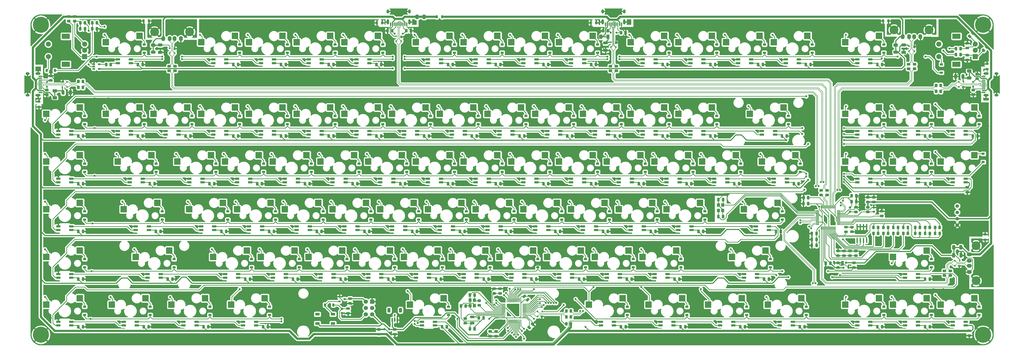
<source format=gbl>
%TF.GenerationSoftware,KiCad,Pcbnew,(5.1.10)-1*%
%TF.CreationDate,2021-10-21T23:13:51-04:00*%
%TF.ProjectId,custom_keyboard (f303_ fe2.1),63757374-6f6d-45f6-9b65-79626f617264,rev?*%
%TF.SameCoordinates,Original*%
%TF.FileFunction,Copper,L2,Bot*%
%TF.FilePolarity,Positive*%
%FSLAX46Y46*%
G04 Gerber Fmt 4.6, Leading zero omitted, Abs format (unit mm)*
G04 Created by KiCad (PCBNEW (5.1.10)-1) date 2021-10-21 23:13:51*
%MOMM*%
%LPD*%
G01*
G04 APERTURE LIST*
%TA.AperFunction,SMDPad,CuDef*%
%ADD10R,2.550000X2.500000*%
%TD*%
%TA.AperFunction,SMDPad,CuDef*%
%ADD11R,1.800000X0.900000*%
%TD*%
%TA.AperFunction,ComponentPad*%
%ADD12C,3.500000*%
%TD*%
%TA.AperFunction,ComponentPad*%
%ADD13O,2.000000X1.500000*%
%TD*%
%TA.AperFunction,SMDPad,CuDef*%
%ADD14R,1.450000X0.600000*%
%TD*%
%TA.AperFunction,SMDPad,CuDef*%
%ADD15R,1.450000X0.300000*%
%TD*%
%TA.AperFunction,ComponentPad*%
%ADD16O,2.100000X1.000000*%
%TD*%
%TA.AperFunction,ComponentPad*%
%ADD17O,1.600000X1.000000*%
%TD*%
%TA.AperFunction,SMDPad,CuDef*%
%ADD18R,1.800000X1.000000*%
%TD*%
%TA.AperFunction,SMDPad,CuDef*%
%ADD19R,1.060000X0.650000*%
%TD*%
%TA.AperFunction,SMDPad,CuDef*%
%ADD20R,1.200000X0.900000*%
%TD*%
%TA.AperFunction,SMDPad,CuDef*%
%ADD21R,0.900000X1.200000*%
%TD*%
%TA.AperFunction,ComponentPad*%
%ADD22C,2.000000*%
%TD*%
%TA.AperFunction,ComponentPad*%
%ADD23R,3.200000X2.000000*%
%TD*%
%TA.AperFunction,ComponentPad*%
%ADD24R,2.000000X2.000000*%
%TD*%
%TA.AperFunction,SMDPad,CuDef*%
%ADD25R,0.700000X1.000000*%
%TD*%
%TA.AperFunction,SMDPad,CuDef*%
%ADD26R,0.700000X0.600000*%
%TD*%
%TA.AperFunction,SMDPad,CuDef*%
%ADD27O,0.588000X2.045000*%
%TD*%
%TA.AperFunction,SMDPad,CuDef*%
%ADD28R,0.600000X1.450000*%
%TD*%
%TA.AperFunction,SMDPad,CuDef*%
%ADD29R,0.300000X1.450000*%
%TD*%
%TA.AperFunction,ComponentPad*%
%ADD30O,1.000000X2.100000*%
%TD*%
%TA.AperFunction,ComponentPad*%
%ADD31O,1.000000X1.600000*%
%TD*%
%TA.AperFunction,SMDPad,CuDef*%
%ADD32R,1.200000X1.400000*%
%TD*%
%TA.AperFunction,ComponentPad*%
%ADD33O,1.500000X2.000000*%
%TD*%
%TA.AperFunction,SMDPad,CuDef*%
%ADD34R,0.900000X0.800000*%
%TD*%
%TA.AperFunction,SMDPad,CuDef*%
%ADD35R,1.800000X1.100000*%
%TD*%
%TA.AperFunction,SMDPad,CuDef*%
%ADD36R,0.800000X0.900000*%
%TD*%
%TA.AperFunction,SMDPad,CuDef*%
%ADD37R,0.600000X0.700000*%
%TD*%
%TA.AperFunction,SMDPad,CuDef*%
%ADD38R,1.000000X0.700000*%
%TD*%
%TA.AperFunction,ComponentPad*%
%ADD39C,1.397000*%
%TD*%
%TA.AperFunction,SMDPad,CuDef*%
%ADD40O,1.500000X0.270000*%
%TD*%
%TA.AperFunction,SMDPad,CuDef*%
%ADD41O,0.270000X1.500000*%
%TD*%
%TA.AperFunction,ComponentPad*%
%ADD42C,6.400000*%
%TD*%
%TA.AperFunction,ComponentPad*%
%ADD43C,1.700000*%
%TD*%
%TA.AperFunction,ComponentPad*%
%ADD44R,1.700000X1.700000*%
%TD*%
%TA.AperFunction,ViaPad*%
%ADD45C,0.800000*%
%TD*%
%TA.AperFunction,Conductor*%
%ADD46C,0.250000*%
%TD*%
%TA.AperFunction,Conductor*%
%ADD47C,0.254000*%
%TD*%
%TA.AperFunction,Conductor*%
%ADD48C,0.200000*%
%TD*%
%TA.AperFunction,Conductor*%
%ADD49C,0.812800*%
%TD*%
%TA.AperFunction,Conductor*%
%ADD50C,0.508000*%
%TD*%
%TA.AperFunction,Conductor*%
%ADD51C,0.381000*%
%TD*%
%TA.AperFunction,Conductor*%
%ADD52C,0.813000*%
%TD*%
%TA.AperFunction,Conductor*%
%ADD53C,0.100000*%
%TD*%
G04 APERTURE END LIST*
%TO.P,FB8,2*%
%TO.N,+5V*%
%TA.AperFunction,SMDPad,CuDef*%
G36*
G01*
X239131850Y-155946450D02*
X239131850Y-155183950D01*
G75*
G02*
X239350600Y-154965200I218750J0D01*
G01*
X239788100Y-154965200D01*
G75*
G02*
X240006850Y-155183950I0J-218750D01*
G01*
X240006850Y-155946450D01*
G75*
G02*
X239788100Y-156165200I-218750J0D01*
G01*
X239350600Y-156165200D01*
G75*
G02*
X239131850Y-155946450I0J218750D01*
G01*
G37*
%TD.AperFunction*%
%TO.P,FB8,1*%
%TA.AperFunction,SMDPad,CuDef*%
G36*
G01*
X237006850Y-155946450D02*
X237006850Y-155183950D01*
G75*
G02*
X237225600Y-154965200I218750J0D01*
G01*
X237663100Y-154965200D01*
G75*
G02*
X237881850Y-155183950I0J-218750D01*
G01*
X237881850Y-155946450D01*
G75*
G02*
X237663100Y-156165200I-218750J0D01*
G01*
X237225600Y-156165200D01*
G75*
G02*
X237006850Y-155946450I0J218750D01*
G01*
G37*
%TD.AperFunction*%
%TD*%
D10*
%TO.P,MX83,1*%
%TO.N,COL6*%
X226731500Y-270492800D03*
%TO.P,MX83,2*%
%TO.N,Net-(KD83-Pad2)*%
X240156500Y-267952800D03*
D11*
%TO.P,MX83,3*%
%TO.N,GND*%
X231541500Y-277332800D03*
%TO.P,MX83,4*%
%TO.N,Net-(MX82-Pad5)*%
X231541500Y-278832800D03*
%TO.P,MX83,5*%
%TO.N,Net-(MX83-Pad5)*%
X236741500Y-277332800D03*
%TO.P,MX83,6*%
%TO.N,+5V*%
X236741500Y-278832800D03*
%TD*%
D10*
%TO.P,MX84,1*%
%TO.N,COL10*%
X298164500Y-270492800D03*
%TO.P,MX84,2*%
%TO.N,Net-(KD84-Pad2)*%
X311589500Y-267952800D03*
D11*
%TO.P,MX84,3*%
%TO.N,GND*%
X302974500Y-277332800D03*
%TO.P,MX84,4*%
%TO.N,Net-(MX83-Pad5)*%
X302974500Y-278832800D03*
%TO.P,MX84,5*%
%TO.N,Net-(MX84-Pad5)*%
X308174500Y-277332800D03*
%TO.P,MX84,6*%
%TO.N,+5V*%
X308174500Y-278832800D03*
%TD*%
D12*
%TO.P,USB4,5*%
%TO.N,Earth*%
X452737900Y-246984000D03*
D13*
%TO.P,USB4,4*%
%TO.N,GND*%
X450027900Y-257484000D03*
%TO.P,USB4,3*%
%TO.N,Net-(R45-Pad1)*%
X450027900Y-254984000D03*
%TO.P,USB4,2*%
%TO.N,Net-(R46-Pad1)*%
X450027900Y-252984000D03*
D12*
%TO.P,USB4,5*%
%TO.N,Earth*%
X452737900Y-260984000D03*
D13*
%TO.P,USB4,1*%
%TO.N,+5V*%
X450027900Y-250484000D03*
%TD*%
D10*
%TO.P,MX32,1*%
%TO.N,COL17*%
X438649400Y-194297600D03*
%TO.P,MX32,2*%
%TO.N,Net-(KD32-Pad2)*%
X452074400Y-191757600D03*
D11*
%TO.P,MX32,3*%
%TO.N,GND*%
X443459400Y-201137600D03*
%TO.P,MX32,4*%
%TO.N,Net-(MX31-Pad5)*%
X443459400Y-202637600D03*
%TO.P,MX32,5*%
%TO.N,DOUT2*%
X448659400Y-201137600D03*
%TO.P,MX32,6*%
%TO.N,+5V*%
X448659400Y-202637600D03*
%TD*%
%TO.P,J2,1*%
%TO.N,+3V3*%
%TA.AperFunction,SMDPad,CuDef*%
G36*
G01*
X219348600Y-277245200D02*
X219348600Y-275995200D01*
G75*
G02*
X219498600Y-275845200I150000J0D01*
G01*
X219798600Y-275845200D01*
G75*
G02*
X219948600Y-275995200I0J-150000D01*
G01*
X219948600Y-277245200D01*
G75*
G02*
X219798600Y-277395200I-150000J0D01*
G01*
X219498600Y-277395200D01*
G75*
G02*
X219348600Y-277245200I0J150000D01*
G01*
G37*
%TD.AperFunction*%
%TO.P,J2,2*%
%TO.N,EXTRA_1*%
%TA.AperFunction,SMDPad,CuDef*%
G36*
G01*
X220348600Y-277245200D02*
X220348600Y-275995200D01*
G75*
G02*
X220498600Y-275845200I150000J0D01*
G01*
X220798600Y-275845200D01*
G75*
G02*
X220948600Y-275995200I0J-150000D01*
G01*
X220948600Y-277245200D01*
G75*
G02*
X220798600Y-277395200I-150000J0D01*
G01*
X220498600Y-277395200D01*
G75*
G02*
X220348600Y-277245200I0J150000D01*
G01*
G37*
%TD.AperFunction*%
%TO.P,J2,3*%
%TO.N,GND*%
%TA.AperFunction,SMDPad,CuDef*%
G36*
G01*
X221348600Y-277245200D02*
X221348600Y-275995200D01*
G75*
G02*
X221498600Y-275845200I150000J0D01*
G01*
X221798600Y-275845200D01*
G75*
G02*
X221948600Y-275995200I0J-150000D01*
G01*
X221948600Y-277245200D01*
G75*
G02*
X221798600Y-277395200I-150000J0D01*
G01*
X221498600Y-277395200D01*
G75*
G02*
X221348600Y-277245200I0J150000D01*
G01*
G37*
%TD.AperFunction*%
%TO.P,J2,MP*%
%TO.N,N/C*%
%TA.AperFunction,SMDPad,CuDef*%
G36*
G01*
X217748600Y-273395201D02*
X217748600Y-272095199D01*
G75*
G02*
X217998599Y-271845200I249999J0D01*
G01*
X218698601Y-271845200D01*
G75*
G02*
X218948600Y-272095199I0J-249999D01*
G01*
X218948600Y-273395201D01*
G75*
G02*
X218698601Y-273645200I-249999J0D01*
G01*
X217998599Y-273645200D01*
G75*
G02*
X217748600Y-273395201I0J249999D01*
G01*
G37*
%TD.AperFunction*%
%TA.AperFunction,SMDPad,CuDef*%
G36*
G01*
X222348600Y-273395201D02*
X222348600Y-272095199D01*
G75*
G02*
X222598599Y-271845200I249999J0D01*
G01*
X223298601Y-271845200D01*
G75*
G02*
X223548600Y-272095199I0J-249999D01*
G01*
X223548600Y-273395201D01*
G75*
G02*
X223298601Y-273645200I-249999J0D01*
G01*
X222598599Y-273645200D01*
G75*
G02*
X222348600Y-273395201I0J249999D01*
G01*
G37*
%TD.AperFunction*%
%TD*%
D14*
%TO.P,USB7,12*%
%TO.N,GND*%
X455825800Y-185776000D03*
%TO.P,USB7,1*%
X455825800Y-179326000D03*
%TO.P,USB7,11*%
%TO.N,+5V*%
X455825800Y-185001000D03*
%TO.P,USB7,2*%
X455825800Y-180101000D03*
D15*
%TO.P,USB7,3*%
%TO.N,Net-(USB7-Pad3)*%
X455825800Y-180801000D03*
%TO.P,USB7,10*%
%TO.N,Net-(R27-Pad1)*%
X455825800Y-184301000D03*
%TO.P,USB7,4*%
X455825800Y-181301000D03*
%TO.P,USB7,9*%
%TO.N,Net-(USB7-Pad9)*%
X455825800Y-183801000D03*
%TO.P,USB7,5*%
%TO.N,Net-(R20-Pad1)*%
X455825800Y-181801000D03*
%TO.P,USB7,8*%
%TO.N,Net-(R19-Pad1)*%
X455825800Y-183301000D03*
%TO.P,USB7,7*%
%TO.N,Net-(R20-Pad1)*%
X455825800Y-182801000D03*
%TO.P,USB7,6*%
%TO.N,Net-(R19-Pad1)*%
X455825800Y-182301000D03*
D16*
%TO.P,USB7,13*%
%TO.N,Earth*%
X456740800Y-178231000D03*
X456740800Y-186871000D03*
D17*
X460920800Y-178231000D03*
X460920800Y-186871000D03*
%TD*%
D18*
%TO.P,Y2,1*%
%TO.N,USB_XTAL1*%
X251602900Y-275413900D03*
%TO.P,Y2,2*%
%TO.N,Net-(C9-Pad2)*%
X251602900Y-277913900D03*
%TD*%
D19*
%TO.P,U12,1*%
%TO.N,N/C*%
X100493600Y-176357700D03*
%TO.P,U12,2*%
%TO.N,BKL_DATA_IN_3V3*%
X100493600Y-175407700D03*
%TO.P,U12,3*%
%TO.N,GND*%
X100493600Y-174457700D03*
%TO.P,U12,4*%
%TO.N,BKL_DATA_IN*%
X102693600Y-174457700D03*
%TO.P,U12,5*%
%TO.N,+5V*%
X102693600Y-176357700D03*
%TD*%
%TO.P,R30,1*%
%TO.N,BOOT0*%
%TA.AperFunction,SMDPad,CuDef*%
G36*
G01*
X199340550Y-271807800D02*
X199890550Y-271807800D01*
G75*
G02*
X200090550Y-272007800I0J-200000D01*
G01*
X200090550Y-272407800D01*
G75*
G02*
X199890550Y-272607800I-200000J0D01*
G01*
X199340550Y-272607800D01*
G75*
G02*
X199140550Y-272407800I0J200000D01*
G01*
X199140550Y-272007800D01*
G75*
G02*
X199340550Y-271807800I200000J0D01*
G01*
G37*
%TD.AperFunction*%
%TO.P,R30,2*%
%TO.N,GND*%
%TA.AperFunction,SMDPad,CuDef*%
G36*
G01*
X199340550Y-273457800D02*
X199890550Y-273457800D01*
G75*
G02*
X200090550Y-273657800I0J-200000D01*
G01*
X200090550Y-274057800D01*
G75*
G02*
X199890550Y-274257800I-200000J0D01*
G01*
X199340550Y-274257800D01*
G75*
G02*
X199140550Y-274057800I0J200000D01*
G01*
X199140550Y-273657800D01*
G75*
G02*
X199340550Y-273457800I200000J0D01*
G01*
G37*
%TD.AperFunction*%
%TD*%
%TO.P,R23,1*%
%TO.N,VBUSM*%
%TA.AperFunction,SMDPad,CuDef*%
G36*
G01*
X412205300Y-233779100D02*
X411655300Y-233779100D01*
G75*
G02*
X411455300Y-233579100I0J200000D01*
G01*
X411455300Y-233179100D01*
G75*
G02*
X411655300Y-232979100I200000J0D01*
G01*
X412205300Y-232979100D01*
G75*
G02*
X412405300Y-233179100I0J-200000D01*
G01*
X412405300Y-233579100D01*
G75*
G02*
X412205300Y-233779100I-200000J0D01*
G01*
G37*
%TD.AperFunction*%
%TO.P,R23,2*%
%TO.N,GND*%
%TA.AperFunction,SMDPad,CuDef*%
G36*
G01*
X412205300Y-232129100D02*
X411655300Y-232129100D01*
G75*
G02*
X411455300Y-231929100I0J200000D01*
G01*
X411455300Y-231529100D01*
G75*
G02*
X411655300Y-231329100I200000J0D01*
G01*
X412205300Y-231329100D01*
G75*
G02*
X412405300Y-231529100I0J-200000D01*
G01*
X412405300Y-231929100D01*
G75*
G02*
X412205300Y-232129100I-200000J0D01*
G01*
G37*
%TD.AperFunction*%
%TD*%
%TO.P,R21,1*%
%TO.N,+3V3*%
%TA.AperFunction,SMDPad,CuDef*%
G36*
G01*
X402130900Y-231329100D02*
X402680900Y-231329100D01*
G75*
G02*
X402880900Y-231529100I0J-200000D01*
G01*
X402880900Y-231929100D01*
G75*
G02*
X402680900Y-232129100I-200000J0D01*
G01*
X402130900Y-232129100D01*
G75*
G02*
X401930900Y-231929100I0J200000D01*
G01*
X401930900Y-231529100D01*
G75*
G02*
X402130900Y-231329100I200000J0D01*
G01*
G37*
%TD.AperFunction*%
%TO.P,R21,2*%
%TO.N,XRSTJ*%
%TA.AperFunction,SMDPad,CuDef*%
G36*
G01*
X402130900Y-232979100D02*
X402680900Y-232979100D01*
G75*
G02*
X402880900Y-233179100I0J-200000D01*
G01*
X402880900Y-233579100D01*
G75*
G02*
X402680900Y-233779100I-200000J0D01*
G01*
X402130900Y-233779100D01*
G75*
G02*
X401930900Y-233579100I0J200000D01*
G01*
X401930900Y-233179100D01*
G75*
G02*
X402130900Y-232979100I200000J0D01*
G01*
G37*
%TD.AperFunction*%
%TD*%
%TO.P,UD7,1*%
%TO.N,Net-(R32-Pad1)*%
%TA.AperFunction,SMDPad,CuDef*%
G36*
G01*
X435903700Y-242534750D02*
X435903700Y-241622250D01*
G75*
G02*
X436147450Y-241378500I243750J0D01*
G01*
X436634950Y-241378500D01*
G75*
G02*
X436878700Y-241622250I0J-243750D01*
G01*
X436878700Y-242534750D01*
G75*
G02*
X436634950Y-242778500I-243750J0D01*
G01*
X436147450Y-242778500D01*
G75*
G02*
X435903700Y-242534750I0J243750D01*
G01*
G37*
%TD.AperFunction*%
%TO.P,UD7,2*%
%TO.N,HUB_DRV*%
%TA.AperFunction,SMDPad,CuDef*%
G36*
G01*
X437778700Y-242534750D02*
X437778700Y-241622250D01*
G75*
G02*
X438022450Y-241378500I243750J0D01*
G01*
X438509950Y-241378500D01*
G75*
G02*
X438753700Y-241622250I0J-243750D01*
G01*
X438753700Y-242534750D01*
G75*
G02*
X438509950Y-242778500I-243750J0D01*
G01*
X438022450Y-242778500D01*
G75*
G02*
X437778700Y-242534750I0J243750D01*
G01*
G37*
%TD.AperFunction*%
%TD*%
%TO.P,UD6,1*%
%TO.N,Net-(R29-Pad1)*%
%TA.AperFunction,SMDPad,CuDef*%
G36*
G01*
X431935200Y-242534750D02*
X431935200Y-241622250D01*
G75*
G02*
X432178950Y-241378500I243750J0D01*
G01*
X432666450Y-241378500D01*
G75*
G02*
X432910200Y-241622250I0J-243750D01*
G01*
X432910200Y-242534750D01*
G75*
G02*
X432666450Y-242778500I-243750J0D01*
G01*
X432178950Y-242778500D01*
G75*
G02*
X431935200Y-242534750I0J243750D01*
G01*
G37*
%TD.AperFunction*%
%TO.P,UD6,2*%
%TO.N,HUB_DRV*%
%TA.AperFunction,SMDPad,CuDef*%
G36*
G01*
X433810200Y-242534750D02*
X433810200Y-241622250D01*
G75*
G02*
X434053950Y-241378500I243750J0D01*
G01*
X434541450Y-241378500D01*
G75*
G02*
X434785200Y-241622250I0J-243750D01*
G01*
X434785200Y-242534750D01*
G75*
G02*
X434541450Y-242778500I-243750J0D01*
G01*
X434053950Y-242778500D01*
G75*
G02*
X433810200Y-242534750I0J243750D01*
G01*
G37*
%TD.AperFunction*%
%TD*%
%TO.P,UD5,1*%
%TO.N,Net-(R26-Pad1)*%
%TA.AperFunction,SMDPad,CuDef*%
G36*
G01*
X427966700Y-242534750D02*
X427966700Y-241622250D01*
G75*
G02*
X428210450Y-241378500I243750J0D01*
G01*
X428697950Y-241378500D01*
G75*
G02*
X428941700Y-241622250I0J-243750D01*
G01*
X428941700Y-242534750D01*
G75*
G02*
X428697950Y-242778500I-243750J0D01*
G01*
X428210450Y-242778500D01*
G75*
G02*
X427966700Y-242534750I0J243750D01*
G01*
G37*
%TD.AperFunction*%
%TO.P,UD5,2*%
%TO.N,HUB_DRV*%
%TA.AperFunction,SMDPad,CuDef*%
G36*
G01*
X429841700Y-242534750D02*
X429841700Y-241622250D01*
G75*
G02*
X430085450Y-241378500I243750J0D01*
G01*
X430572950Y-241378500D01*
G75*
G02*
X430816700Y-241622250I0J-243750D01*
G01*
X430816700Y-242534750D01*
G75*
G02*
X430572950Y-242778500I-243750J0D01*
G01*
X430085450Y-242778500D01*
G75*
G02*
X429841700Y-242534750I0J243750D01*
G01*
G37*
%TD.AperFunction*%
%TD*%
%TO.P,UD4,1*%
%TO.N,Net-(R18-Pad1)*%
%TA.AperFunction,SMDPad,CuDef*%
G36*
G01*
X426054500Y-239241150D02*
X426054500Y-240153650D01*
G75*
G02*
X425810750Y-240397400I-243750J0D01*
G01*
X425323250Y-240397400D01*
G75*
G02*
X425079500Y-240153650I0J243750D01*
G01*
X425079500Y-239241150D01*
G75*
G02*
X425323250Y-238997400I243750J0D01*
G01*
X425810750Y-238997400D01*
G75*
G02*
X426054500Y-239241150I0J-243750D01*
G01*
G37*
%TD.AperFunction*%
%TO.P,UD4,2*%
%TO.N,HUB_DRV*%
%TA.AperFunction,SMDPad,CuDef*%
G36*
G01*
X424179500Y-239241150D02*
X424179500Y-240153650D01*
G75*
G02*
X423935750Y-240397400I-243750J0D01*
G01*
X423448250Y-240397400D01*
G75*
G02*
X423204500Y-240153650I0J243750D01*
G01*
X423204500Y-239241150D01*
G75*
G02*
X423448250Y-238997400I243750J0D01*
G01*
X423935750Y-238997400D01*
G75*
G02*
X424179500Y-239241150I0J-243750D01*
G01*
G37*
%TD.AperFunction*%
%TD*%
%TO.P,UD3,1*%
%TO.N,Net-(R17-Pad1)*%
%TA.AperFunction,SMDPad,CuDef*%
G36*
G01*
X422086000Y-239241150D02*
X422086000Y-240153650D01*
G75*
G02*
X421842250Y-240397400I-243750J0D01*
G01*
X421354750Y-240397400D01*
G75*
G02*
X421111000Y-240153650I0J243750D01*
G01*
X421111000Y-239241150D01*
G75*
G02*
X421354750Y-238997400I243750J0D01*
G01*
X421842250Y-238997400D01*
G75*
G02*
X422086000Y-239241150I0J-243750D01*
G01*
G37*
%TD.AperFunction*%
%TO.P,UD3,2*%
%TO.N,HUB_DRV*%
%TA.AperFunction,SMDPad,CuDef*%
G36*
G01*
X420211000Y-239241150D02*
X420211000Y-240153650D01*
G75*
G02*
X419967250Y-240397400I-243750J0D01*
G01*
X419479750Y-240397400D01*
G75*
G02*
X419236000Y-240153650I0J243750D01*
G01*
X419236000Y-239241150D01*
G75*
G02*
X419479750Y-238997400I243750J0D01*
G01*
X419967250Y-238997400D01*
G75*
G02*
X420211000Y-239241150I0J-243750D01*
G01*
G37*
%TD.AperFunction*%
%TD*%
%TO.P,UD2,1*%
%TO.N,Net-(R7-Pad1)*%
%TA.AperFunction,SMDPad,CuDef*%
G36*
G01*
X418117500Y-239241150D02*
X418117500Y-240153650D01*
G75*
G02*
X417873750Y-240397400I-243750J0D01*
G01*
X417386250Y-240397400D01*
G75*
G02*
X417142500Y-240153650I0J243750D01*
G01*
X417142500Y-239241150D01*
G75*
G02*
X417386250Y-238997400I243750J0D01*
G01*
X417873750Y-238997400D01*
G75*
G02*
X418117500Y-239241150I0J-243750D01*
G01*
G37*
%TD.AperFunction*%
%TO.P,UD2,2*%
%TO.N,HUB_DRV*%
%TA.AperFunction,SMDPad,CuDef*%
G36*
G01*
X416242500Y-239241150D02*
X416242500Y-240153650D01*
G75*
G02*
X415998750Y-240397400I-243750J0D01*
G01*
X415511250Y-240397400D01*
G75*
G02*
X415267500Y-240153650I0J243750D01*
G01*
X415267500Y-239241150D01*
G75*
G02*
X415511250Y-238997400I243750J0D01*
G01*
X415998750Y-238997400D01*
G75*
G02*
X416242500Y-239241150I0J-243750D01*
G01*
G37*
%TD.AperFunction*%
%TD*%
%TO.P,UD1,1*%
%TO.N,Net-(R1-Pad1)*%
%TA.AperFunction,SMDPad,CuDef*%
G36*
G01*
X414149000Y-239241150D02*
X414149000Y-240153650D01*
G75*
G02*
X413905250Y-240397400I-243750J0D01*
G01*
X413417750Y-240397400D01*
G75*
G02*
X413174000Y-240153650I0J243750D01*
G01*
X413174000Y-239241150D01*
G75*
G02*
X413417750Y-238997400I243750J0D01*
G01*
X413905250Y-238997400D01*
G75*
G02*
X414149000Y-239241150I0J-243750D01*
G01*
G37*
%TD.AperFunction*%
%TO.P,UD1,2*%
%TO.N,HUB_DRV*%
%TA.AperFunction,SMDPad,CuDef*%
G36*
G01*
X412274000Y-239241150D02*
X412274000Y-240153650D01*
G75*
G02*
X412030250Y-240397400I-243750J0D01*
G01*
X411542750Y-240397400D01*
G75*
G02*
X411299000Y-240153650I0J243750D01*
G01*
X411299000Y-239241150D01*
G75*
G02*
X411542750Y-238997400I243750J0D01*
G01*
X412030250Y-238997400D01*
G75*
G02*
X412274000Y-239241150I0J-243750D01*
G01*
G37*
%TD.AperFunction*%
%TD*%
%TO.P,D10,1*%
%TO.N,Net-(D10-Pad1)*%
%TA.AperFunction,SMDPad,CuDef*%
G36*
G01*
X400362250Y-239066100D02*
X401274750Y-239066100D01*
G75*
G02*
X401518500Y-239309850I0J-243750D01*
G01*
X401518500Y-239797350D01*
G75*
G02*
X401274750Y-240041100I-243750J0D01*
G01*
X400362250Y-240041100D01*
G75*
G02*
X400118500Y-239797350I0J243750D01*
G01*
X400118500Y-239309850D01*
G75*
G02*
X400362250Y-239066100I243750J0D01*
G01*
G37*
%TD.AperFunction*%
%TO.P,D10,2*%
%TO.N,HUB_DRV*%
%TA.AperFunction,SMDPad,CuDef*%
G36*
G01*
X400362250Y-240941100D02*
X401274750Y-240941100D01*
G75*
G02*
X401518500Y-241184850I0J-243750D01*
G01*
X401518500Y-241672350D01*
G75*
G02*
X401274750Y-241916100I-243750J0D01*
G01*
X400362250Y-241916100D01*
G75*
G02*
X400118500Y-241672350I0J243750D01*
G01*
X400118500Y-241184850D01*
G75*
G02*
X400362250Y-240941100I243750J0D01*
G01*
G37*
%TD.AperFunction*%
%TD*%
%TO.P,C34,1*%
%TO.N,+5V*%
%TA.AperFunction,SMDPad,CuDef*%
G36*
G01*
X443215700Y-251459201D02*
X443215700Y-250159199D01*
G75*
G02*
X443465699Y-249909200I249999J0D01*
G01*
X444115701Y-249909200D01*
G75*
G02*
X444365700Y-250159199I0J-249999D01*
G01*
X444365700Y-251459201D01*
G75*
G02*
X444115701Y-251709200I-249999J0D01*
G01*
X443465699Y-251709200D01*
G75*
G02*
X443215700Y-251459201I0J249999D01*
G01*
G37*
%TD.AperFunction*%
%TO.P,C34,2*%
%TO.N,GND*%
%TA.AperFunction,SMDPad,CuDef*%
G36*
G01*
X446165700Y-251459201D02*
X446165700Y-250159199D01*
G75*
G02*
X446415699Y-249909200I249999J0D01*
G01*
X447065701Y-249909200D01*
G75*
G02*
X447315700Y-250159199I0J-249999D01*
G01*
X447315700Y-251459201D01*
G75*
G02*
X447065701Y-251709200I-249999J0D01*
G01*
X446415699Y-251709200D01*
G75*
G02*
X446165700Y-251459201I0J249999D01*
G01*
G37*
%TD.AperFunction*%
%TD*%
%TO.P,C25,1*%
%TO.N,+5V*%
%TA.AperFunction,SMDPad,CuDef*%
G36*
G01*
X126341999Y-166214400D02*
X127642001Y-166214400D01*
G75*
G02*
X127892000Y-166464399I0J-249999D01*
G01*
X127892000Y-167114401D01*
G75*
G02*
X127642001Y-167364400I-249999J0D01*
G01*
X126341999Y-167364400D01*
G75*
G02*
X126092000Y-167114401I0J249999D01*
G01*
X126092000Y-166464399D01*
G75*
G02*
X126341999Y-166214400I249999J0D01*
G01*
G37*
%TD.AperFunction*%
%TO.P,C25,2*%
%TO.N,GND*%
%TA.AperFunction,SMDPad,CuDef*%
G36*
G01*
X126341999Y-169164400D02*
X127642001Y-169164400D01*
G75*
G02*
X127892000Y-169414399I0J-249999D01*
G01*
X127892000Y-170064401D01*
G75*
G02*
X127642001Y-170314400I-249999J0D01*
G01*
X126341999Y-170314400D01*
G75*
G02*
X126092000Y-170064401I0J249999D01*
G01*
X126092000Y-169414399D01*
G75*
G02*
X126341999Y-169164400I249999J0D01*
G01*
G37*
%TD.AperFunction*%
%TD*%
%TO.P,C23,1*%
%TO.N,+5V*%
%TA.AperFunction,SMDPad,CuDef*%
G36*
G01*
X87638100Y-186375801D02*
X87638100Y-185075799D01*
G75*
G02*
X87888099Y-184825800I249999J0D01*
G01*
X88538101Y-184825800D01*
G75*
G02*
X88788100Y-185075799I0J-249999D01*
G01*
X88788100Y-186375801D01*
G75*
G02*
X88538101Y-186625800I-249999J0D01*
G01*
X87888099Y-186625800D01*
G75*
G02*
X87638100Y-186375801I0J249999D01*
G01*
G37*
%TD.AperFunction*%
%TO.P,C23,2*%
%TO.N,GND*%
%TA.AperFunction,SMDPad,CuDef*%
G36*
G01*
X90588100Y-186375801D02*
X90588100Y-185075799D01*
G75*
G02*
X90838099Y-184825800I249999J0D01*
G01*
X91488101Y-184825800D01*
G75*
G02*
X91738100Y-185075799I0J-249999D01*
G01*
X91738100Y-186375801D01*
G75*
G02*
X91488101Y-186625800I-249999J0D01*
G01*
X90838099Y-186625800D01*
G75*
G02*
X90588100Y-186375801I0J249999D01*
G01*
G37*
%TD.AperFunction*%
%TD*%
%TO.P,C13,1*%
%TO.N,+5V*%
%TA.AperFunction,SMDPad,CuDef*%
G36*
G01*
X423185799Y-166214400D02*
X424485801Y-166214400D01*
G75*
G02*
X424735800Y-166464399I0J-249999D01*
G01*
X424735800Y-167114401D01*
G75*
G02*
X424485801Y-167364400I-249999J0D01*
G01*
X423185799Y-167364400D01*
G75*
G02*
X422935800Y-167114401I0J249999D01*
G01*
X422935800Y-166464399D01*
G75*
G02*
X423185799Y-166214400I249999J0D01*
G01*
G37*
%TD.AperFunction*%
%TO.P,C13,2*%
%TO.N,GND*%
%TA.AperFunction,SMDPad,CuDef*%
G36*
G01*
X423185799Y-169164400D02*
X424485801Y-169164400D01*
G75*
G02*
X424735800Y-169414399I0J-249999D01*
G01*
X424735800Y-170064401D01*
G75*
G02*
X424485801Y-170314400I-249999J0D01*
G01*
X423185799Y-170314400D01*
G75*
G02*
X422935800Y-170064401I0J249999D01*
G01*
X422935800Y-169414399D01*
G75*
G02*
X423185799Y-169164400I249999J0D01*
G01*
G37*
%TD.AperFunction*%
%TD*%
%TO.P,C10,2*%
%TO.N,GND*%
%TA.AperFunction,SMDPad,CuDef*%
G36*
G01*
X445159400Y-178726199D02*
X445159400Y-180026201D01*
G75*
G02*
X444909401Y-180276200I-249999J0D01*
G01*
X444259399Y-180276200D01*
G75*
G02*
X444009400Y-180026201I0J249999D01*
G01*
X444009400Y-178726199D01*
G75*
G02*
X444259399Y-178476200I249999J0D01*
G01*
X444909401Y-178476200D01*
G75*
G02*
X445159400Y-178726199I0J-249999D01*
G01*
G37*
%TD.AperFunction*%
%TO.P,C10,1*%
%TO.N,+5V*%
%TA.AperFunction,SMDPad,CuDef*%
G36*
G01*
X448109400Y-178726199D02*
X448109400Y-180026201D01*
G75*
G02*
X447859401Y-180276200I-249999J0D01*
G01*
X447209399Y-180276200D01*
G75*
G02*
X446959400Y-180026201I0J249999D01*
G01*
X446959400Y-178726199D01*
G75*
G02*
X447209399Y-178476200I249999J0D01*
G01*
X447859401Y-178476200D01*
G75*
G02*
X448109400Y-178726199I0J-249999D01*
G01*
G37*
%TD.AperFunction*%
%TD*%
%TO.P,C2,1*%
%TO.N,+5V*%
%TA.AperFunction,SMDPad,CuDef*%
G36*
G01*
X304130799Y-165420700D02*
X305430801Y-165420700D01*
G75*
G02*
X305680800Y-165670699I0J-249999D01*
G01*
X305680800Y-166320701D01*
G75*
G02*
X305430801Y-166570700I-249999J0D01*
G01*
X304130799Y-166570700D01*
G75*
G02*
X303880800Y-166320701I0J249999D01*
G01*
X303880800Y-165670699D01*
G75*
G02*
X304130799Y-165420700I249999J0D01*
G01*
G37*
%TD.AperFunction*%
%TO.P,C2,2*%
%TO.N,GND*%
%TA.AperFunction,SMDPad,CuDef*%
G36*
G01*
X304130799Y-168370700D02*
X305430801Y-168370700D01*
G75*
G02*
X305680800Y-168620699I0J-249999D01*
G01*
X305680800Y-169270701D01*
G75*
G02*
X305430801Y-169520700I-249999J0D01*
G01*
X304130799Y-169520700D01*
G75*
G02*
X303880800Y-169270701I0J249999D01*
G01*
X303880800Y-168620699D01*
G75*
G02*
X304130799Y-168370700I249999J0D01*
G01*
G37*
%TD.AperFunction*%
%TD*%
%TO.P,C7,2*%
%TO.N,Net-(C7-Pad2)*%
%TA.AperFunction,SMDPad,CuDef*%
G36*
G01*
X449709200Y-171386050D02*
X448759200Y-171386050D01*
G75*
G02*
X448509200Y-171136050I0J250000D01*
G01*
X448509200Y-170636050D01*
G75*
G02*
X448759200Y-170386050I250000J0D01*
G01*
X449709200Y-170386050D01*
G75*
G02*
X449959200Y-170636050I0J-250000D01*
G01*
X449959200Y-171136050D01*
G75*
G02*
X449709200Y-171386050I-250000J0D01*
G01*
G37*
%TD.AperFunction*%
%TO.P,C7,1*%
%TO.N,GND*%
%TA.AperFunction,SMDPad,CuDef*%
G36*
G01*
X449709200Y-173286050D02*
X448759200Y-173286050D01*
G75*
G02*
X448509200Y-173036050I0J250000D01*
G01*
X448509200Y-172536050D01*
G75*
G02*
X448759200Y-172286050I250000J0D01*
G01*
X449709200Y-172286050D01*
G75*
G02*
X449959200Y-172536050I0J-250000D01*
G01*
X449959200Y-173036050D01*
G75*
G02*
X449709200Y-173286050I-250000J0D01*
G01*
G37*
%TD.AperFunction*%
%TD*%
%TO.P,C8,1*%
%TO.N,Net-(C8-Pad1)*%
%TA.AperFunction,SMDPad,CuDef*%
G36*
G01*
X449709200Y-168523850D02*
X448759200Y-168523850D01*
G75*
G02*
X448509200Y-168273850I0J250000D01*
G01*
X448509200Y-167773850D01*
G75*
G02*
X448759200Y-167523850I250000J0D01*
G01*
X449709200Y-167523850D01*
G75*
G02*
X449959200Y-167773850I0J-250000D01*
G01*
X449959200Y-168273850D01*
G75*
G02*
X449709200Y-168523850I-250000J0D01*
G01*
G37*
%TD.AperFunction*%
%TO.P,C8,2*%
%TO.N,GND*%
%TA.AperFunction,SMDPad,CuDef*%
G36*
G01*
X449709200Y-166623850D02*
X448759200Y-166623850D01*
G75*
G02*
X448509200Y-166373850I0J250000D01*
G01*
X448509200Y-165873850D01*
G75*
G02*
X448759200Y-165623850I250000J0D01*
G01*
X449709200Y-165623850D01*
G75*
G02*
X449959200Y-165873850I0J-250000D01*
G01*
X449959200Y-166373850D01*
G75*
G02*
X449709200Y-166623850I-250000J0D01*
G01*
G37*
%TD.AperFunction*%
%TD*%
%TO.P,C1,1*%
%TO.N,GND*%
%TA.AperFunction,SMDPad,CuDef*%
G36*
G01*
X246581250Y-271523550D02*
X246581250Y-270573550D01*
G75*
G02*
X246831250Y-270323550I250000J0D01*
G01*
X247331250Y-270323550D01*
G75*
G02*
X247581250Y-270573550I0J-250000D01*
G01*
X247581250Y-271523550D01*
G75*
G02*
X247331250Y-271773550I-250000J0D01*
G01*
X246831250Y-271773550D01*
G75*
G02*
X246581250Y-271523550I0J250000D01*
G01*
G37*
%TD.AperFunction*%
%TO.P,C1,2*%
%TO.N,KEYBOARD_XTAL1*%
%TA.AperFunction,SMDPad,CuDef*%
G36*
G01*
X248481250Y-271523550D02*
X248481250Y-270573550D01*
G75*
G02*
X248731250Y-270323550I250000J0D01*
G01*
X249231250Y-270323550D01*
G75*
G02*
X249481250Y-270573550I0J-250000D01*
G01*
X249481250Y-271523550D01*
G75*
G02*
X249231250Y-271773550I-250000J0D01*
G01*
X248731250Y-271773550D01*
G75*
G02*
X248481250Y-271523550I0J250000D01*
G01*
G37*
%TD.AperFunction*%
%TD*%
%TO.P,C3,1*%
%TO.N,GND*%
%TA.AperFunction,SMDPad,CuDef*%
G36*
G01*
X250152900Y-267158200D02*
X250152900Y-266208200D01*
G75*
G02*
X250402900Y-265958200I250000J0D01*
G01*
X250902900Y-265958200D01*
G75*
G02*
X251152900Y-266208200I0J-250000D01*
G01*
X251152900Y-267158200D01*
G75*
G02*
X250902900Y-267408200I-250000J0D01*
G01*
X250402900Y-267408200D01*
G75*
G02*
X250152900Y-267158200I0J250000D01*
G01*
G37*
%TD.AperFunction*%
%TO.P,C3,2*%
%TO.N,Net-(C3-Pad2)*%
%TA.AperFunction,SMDPad,CuDef*%
G36*
G01*
X252052900Y-267158200D02*
X252052900Y-266208200D01*
G75*
G02*
X252302900Y-265958200I250000J0D01*
G01*
X252802900Y-265958200D01*
G75*
G02*
X253052900Y-266208200I0J-250000D01*
G01*
X253052900Y-267158200D01*
G75*
G02*
X252802900Y-267408200I-250000J0D01*
G01*
X252302900Y-267408200D01*
G75*
G02*
X252052900Y-267158200I0J250000D01*
G01*
G37*
%TD.AperFunction*%
%TD*%
%TO.P,C37,1*%
%TO.N,+1V8*%
%TA.AperFunction,SMDPad,CuDef*%
G36*
G01*
X405262000Y-251465500D02*
X404312000Y-251465500D01*
G75*
G02*
X404062000Y-251215500I0J250000D01*
G01*
X404062000Y-250715500D01*
G75*
G02*
X404312000Y-250465500I250000J0D01*
G01*
X405262000Y-250465500D01*
G75*
G02*
X405512000Y-250715500I0J-250000D01*
G01*
X405512000Y-251215500D01*
G75*
G02*
X405262000Y-251465500I-250000J0D01*
G01*
G37*
%TD.AperFunction*%
%TO.P,C37,2*%
%TO.N,GND*%
%TA.AperFunction,SMDPad,CuDef*%
G36*
G01*
X405262000Y-249565500D02*
X404312000Y-249565500D01*
G75*
G02*
X404062000Y-249315500I0J250000D01*
G01*
X404062000Y-248815500D01*
G75*
G02*
X404312000Y-248565500I250000J0D01*
G01*
X405262000Y-248565500D01*
G75*
G02*
X405512000Y-248815500I0J-250000D01*
G01*
X405512000Y-249315500D01*
G75*
G02*
X405262000Y-249565500I-250000J0D01*
G01*
G37*
%TD.AperFunction*%
%TD*%
%TO.P,C11,1*%
%TO.N,GND*%
%TA.AperFunction,SMDPad,CuDef*%
G36*
G01*
X409074200Y-227135600D02*
X410024200Y-227135600D01*
G75*
G02*
X410274200Y-227385600I0J-250000D01*
G01*
X410274200Y-227885600D01*
G75*
G02*
X410024200Y-228135600I-250000J0D01*
G01*
X409074200Y-228135600D01*
G75*
G02*
X408824200Y-227885600I0J250000D01*
G01*
X408824200Y-227385600D01*
G75*
G02*
X409074200Y-227135600I250000J0D01*
G01*
G37*
%TD.AperFunction*%
%TO.P,C11,2*%
%TO.N,+5V*%
%TA.AperFunction,SMDPad,CuDef*%
G36*
G01*
X409074200Y-229035600D02*
X410024200Y-229035600D01*
G75*
G02*
X410274200Y-229285600I0J-250000D01*
G01*
X410274200Y-229785600D01*
G75*
G02*
X410024200Y-230035600I-250000J0D01*
G01*
X409074200Y-230035600D01*
G75*
G02*
X408824200Y-229785600I0J250000D01*
G01*
X408824200Y-229285600D01*
G75*
G02*
X409074200Y-229035600I250000J0D01*
G01*
G37*
%TD.AperFunction*%
%TD*%
%TO.P,C32,1*%
%TO.N,GND*%
%TA.AperFunction,SMDPad,CuDef*%
G36*
G01*
X352265400Y-234857050D02*
X352265400Y-235807050D01*
G75*
G02*
X352015400Y-236057050I-250000J0D01*
G01*
X351515400Y-236057050D01*
G75*
G02*
X351265400Y-235807050I0J250000D01*
G01*
X351265400Y-234857050D01*
G75*
G02*
X351515400Y-234607050I250000J0D01*
G01*
X352015400Y-234607050D01*
G75*
G02*
X352265400Y-234857050I0J-250000D01*
G01*
G37*
%TD.AperFunction*%
%TO.P,C32,2*%
%TO.N,HUB_XIN*%
%TA.AperFunction,SMDPad,CuDef*%
G36*
G01*
X350365400Y-234857050D02*
X350365400Y-235807050D01*
G75*
G02*
X350115400Y-236057050I-250000J0D01*
G01*
X349615400Y-236057050D01*
G75*
G02*
X349365400Y-235807050I0J250000D01*
G01*
X349365400Y-234857050D01*
G75*
G02*
X349615400Y-234607050I250000J0D01*
G01*
X350115400Y-234607050D01*
G75*
G02*
X350365400Y-234857050I0J-250000D01*
G01*
G37*
%TD.AperFunction*%
%TD*%
%TO.P,C33,1*%
%TO.N,GND*%
%TA.AperFunction,SMDPad,CuDef*%
G36*
G01*
X349365400Y-229060600D02*
X349365400Y-228110600D01*
G75*
G02*
X349615400Y-227860600I250000J0D01*
G01*
X350115400Y-227860600D01*
G75*
G02*
X350365400Y-228110600I0J-250000D01*
G01*
X350365400Y-229060600D01*
G75*
G02*
X350115400Y-229310600I-250000J0D01*
G01*
X349615400Y-229310600D01*
G75*
G02*
X349365400Y-229060600I0J250000D01*
G01*
G37*
%TD.AperFunction*%
%TO.P,C33,2*%
%TO.N,HUB_XOUT*%
%TA.AperFunction,SMDPad,CuDef*%
G36*
G01*
X351265400Y-229060600D02*
X351265400Y-228110600D01*
G75*
G02*
X351515400Y-227860600I250000J0D01*
G01*
X352015400Y-227860600D01*
G75*
G02*
X352265400Y-228110600I0J-250000D01*
G01*
X352265400Y-229060600D01*
G75*
G02*
X352015400Y-229310600I-250000J0D01*
G01*
X351515400Y-229310600D01*
G75*
G02*
X351265400Y-229060600I0J250000D01*
G01*
G37*
%TD.AperFunction*%
%TD*%
D20*
%TO.P,KD15,1*%
%TO.N,ROW1*%
X96831400Y-198425000D03*
%TO.P,KD15,2*%
%TO.N,Net-(KD15-Pad2)*%
X96831400Y-195125000D03*
%TD*%
%TO.P,KD33,1*%
%TO.N,ROW2*%
X96831400Y-217473800D03*
%TO.P,KD33,2*%
%TO.N,Net-(KD33-Pad2)*%
X96831400Y-214173800D03*
%TD*%
%TO.P,KD51,1*%
%TO.N,ROW3*%
X96831400Y-236585200D03*
%TO.P,KD51,2*%
%TO.N,Net-(KD51-Pad2)*%
X96831400Y-233285200D03*
%TD*%
%TO.P,KD65,1*%
%TO.N,ROW4*%
X96831400Y-255634000D03*
%TO.P,KD65,2*%
%TO.N,Net-(KD65-Pad2)*%
X96831400Y-252334000D03*
%TD*%
%TO.P,KD80,1*%
%TO.N,ROW5*%
X123023500Y-274682800D03*
%TO.P,KD80,2*%
%TO.N,Net-(KD80-Pad2)*%
X123023500Y-271382800D03*
%TD*%
%TO.P,KD1,1*%
%TO.N,ROT1_ROW*%
X120642400Y-169914400D03*
%TO.P,KD1,2*%
%TO.N,Net-(KD1-Pad2)*%
X120642400Y-166614400D03*
%TD*%
%TO.P,KD16,1*%
%TO.N,ROW1*%
X120642400Y-198487600D03*
%TO.P,KD16,2*%
%TO.N,Net-(KD16-Pad2)*%
X120642400Y-195187600D03*
%TD*%
%TO.P,KD34,1*%
%TO.N,ROW2*%
X125404600Y-217536400D03*
%TO.P,KD34,2*%
%TO.N,Net-(KD34-Pad2)*%
X125404600Y-214236400D03*
%TD*%
%TO.P,KD52,1*%
%TO.N,ROW3*%
X127785700Y-236585200D03*
%TO.P,KD52,2*%
%TO.N,Net-(KD52-Pad2)*%
X127785700Y-233285200D03*
%TD*%
%TO.P,KD79,1*%
%TO.N,ROW5*%
X96831400Y-274620200D03*
%TO.P,KD79,2*%
%TO.N,Net-(KD79-Pad2)*%
X96831400Y-271320200D03*
%TD*%
%TO.P,KD2,1*%
%TO.N,ROT1_ROW*%
X158740000Y-169914400D03*
%TO.P,KD2,2*%
%TO.N,Net-(KD2-Pad2)*%
X158740000Y-166614400D03*
%TD*%
%TO.P,KD18,1*%
%TO.N,ROW1*%
X158740000Y-198487600D03*
%TO.P,KD18,2*%
%TO.N,Net-(KD18-Pad2)*%
X158740000Y-195187600D03*
%TD*%
%TO.P,KD36,1*%
%TO.N,ROW2*%
X168264400Y-217536400D03*
%TO.P,KD36,2*%
%TO.N,Net-(KD36-Pad2)*%
X168264400Y-214236400D03*
%TD*%
%TO.P,KD54,1*%
%TO.N,ROW3*%
X173026600Y-236585200D03*
%TO.P,KD54,2*%
%TO.N,Net-(KD54-Pad2)*%
X173026600Y-233285200D03*
%TD*%
%TO.P,KD67,1*%
%TO.N,ROW4*%
X163502200Y-255634000D03*
%TO.P,KD67,2*%
%TO.N,Net-(KD67-Pad2)*%
X163502200Y-252334000D03*
%TD*%
%TO.P,KD82,1*%
%TO.N,ROW5*%
X170645500Y-274682800D03*
%TO.P,KD82,2*%
%TO.N,Net-(KD82-Pad2)*%
X170645500Y-271382800D03*
%TD*%
%TO.P,KD17,1*%
%TO.N,ROW1*%
X139691200Y-198487600D03*
%TO.P,KD17,2*%
%TO.N,Net-(KD17-Pad2)*%
X139691200Y-195187600D03*
%TD*%
%TO.P,KD35,1*%
%TO.N,ROW2*%
X149215600Y-217536400D03*
%TO.P,KD35,2*%
%TO.N,Net-(KD35-Pad2)*%
X149215600Y-214236400D03*
%TD*%
%TO.P,KD53,1*%
%TO.N,ROW3*%
X153977800Y-236585200D03*
%TO.P,KD53,2*%
%TO.N,Net-(KD53-Pad2)*%
X153977800Y-233285200D03*
%TD*%
%TO.P,KD66,1*%
%TO.N,ROW4*%
X132547900Y-255634000D03*
%TO.P,KD66,2*%
%TO.N,Net-(KD66-Pad2)*%
X132547900Y-252334000D03*
%TD*%
%TO.P,KD81,1*%
%TO.N,ROW5*%
X146834500Y-274682800D03*
%TO.P,KD81,2*%
%TO.N,Net-(KD81-Pad2)*%
X146834500Y-271382800D03*
%TD*%
%TO.P,KD3,1*%
%TO.N,ROT1_ROW*%
X177788800Y-169914400D03*
%TO.P,KD3,2*%
%TO.N,Net-(KD3-Pad2)*%
X177788800Y-166614400D03*
%TD*%
%TO.P,KD19,1*%
%TO.N,ROW1*%
X177788800Y-198487600D03*
%TO.P,KD19,2*%
%TO.N,Net-(KD19-Pad2)*%
X177788800Y-195187600D03*
%TD*%
%TO.P,KD37,1*%
%TO.N,ROW2*%
X187313200Y-217536400D03*
%TO.P,KD37,2*%
%TO.N,Net-(KD37-Pad2)*%
X187313200Y-214236400D03*
%TD*%
%TO.P,KD55,1*%
%TO.N,ROW3*%
X192075400Y-236585200D03*
%TO.P,KD55,2*%
%TO.N,Net-(KD55-Pad2)*%
X192075400Y-233285200D03*
%TD*%
%TO.P,KD68,1*%
%TO.N,ROW4*%
X182551000Y-255634000D03*
%TO.P,KD68,2*%
%TO.N,Net-(KD68-Pad2)*%
X182551000Y-252334000D03*
%TD*%
%TO.P,KD70,1*%
%TO.N,ROW4*%
X220648600Y-255634000D03*
%TO.P,KD70,2*%
%TO.N,Net-(KD70-Pad2)*%
X220648600Y-252334000D03*
%TD*%
%TO.P,KD4,1*%
%TO.N,ROT1_ROW*%
X196837600Y-169914400D03*
%TO.P,KD4,2*%
%TO.N,Net-(KD4-Pad2)*%
X196837600Y-166614400D03*
%TD*%
%TO.P,KD20,1*%
%TO.N,ROW1*%
X196837600Y-198487600D03*
%TO.P,KD20,2*%
%TO.N,Net-(KD20-Pad2)*%
X196837600Y-195187600D03*
%TD*%
%TO.P,KD38,1*%
%TO.N,ROW2*%
X206362000Y-217536400D03*
%TO.P,KD38,2*%
%TO.N,Net-(KD38-Pad2)*%
X206362000Y-214236400D03*
%TD*%
%TO.P,KD56,1*%
%TO.N,ROW3*%
X211124200Y-236585200D03*
%TO.P,KD56,2*%
%TO.N,Net-(KD56-Pad2)*%
X211124200Y-233285200D03*
%TD*%
%TO.P,KD69,1*%
%TO.N,ROW4*%
X201599800Y-255634000D03*
%TO.P,KD69,2*%
%TO.N,Net-(KD69-Pad2)*%
X201599800Y-252334000D03*
%TD*%
%TO.P,KD5,1*%
%TO.N,ROT1_ROW*%
X215886400Y-169914400D03*
%TO.P,KD5,2*%
%TO.N,Net-(KD5-Pad2)*%
X215886400Y-166614400D03*
%TD*%
%TO.P,KD21,1*%
%TO.N,ROW1*%
X215886400Y-198487600D03*
%TO.P,KD21,2*%
%TO.N,Net-(KD21-Pad2)*%
X215886400Y-195187600D03*
%TD*%
%TO.P,KD39,1*%
%TO.N,ROW2*%
X225410800Y-217536400D03*
%TO.P,KD39,2*%
%TO.N,Net-(KD39-Pad2)*%
X225410800Y-214236400D03*
%TD*%
%TO.P,KD57,1*%
%TO.N,ROW3*%
X230173000Y-236585200D03*
%TO.P,KD57,2*%
%TO.N,Net-(KD57-Pad2)*%
X230173000Y-233285200D03*
%TD*%
%TO.P,KD71,1*%
%TO.N,ROW4*%
X239697400Y-255634000D03*
%TO.P,KD71,2*%
%TO.N,Net-(KD71-Pad2)*%
X239697400Y-252334000D03*
%TD*%
%TO.P,KD83,1*%
%TO.N,ROW5*%
X242078500Y-274682800D03*
%TO.P,KD83,2*%
%TO.N,Net-(KD83-Pad2)*%
X242078500Y-271382800D03*
%TD*%
%TO.P,KD6,1*%
%TO.N,ROT1_ROW*%
X244459600Y-169914400D03*
%TO.P,KD6,2*%
%TO.N,Net-(KD6-Pad2)*%
X244459600Y-166614400D03*
%TD*%
%TO.P,KD22,1*%
%TO.N,ROW1*%
X234935200Y-198487600D03*
%TO.P,KD22,2*%
%TO.N,Net-(KD22-Pad2)*%
X234935200Y-195187600D03*
%TD*%
%TO.P,KD40,1*%
%TO.N,ROW2*%
X244459600Y-217536400D03*
%TO.P,KD40,2*%
%TO.N,Net-(KD40-Pad2)*%
X244459600Y-214236400D03*
%TD*%
%TO.P,KD58,1*%
%TO.N,ROW3*%
X249221800Y-236585200D03*
%TO.P,KD58,2*%
%TO.N,Net-(KD58-Pad2)*%
X249221800Y-233285200D03*
%TD*%
%TO.P,KD72,1*%
%TO.N,ROW4*%
X258746200Y-255634000D03*
%TO.P,KD72,2*%
%TO.N,Net-(KD72-Pad2)*%
X258746200Y-252334000D03*
%TD*%
%TO.P,KD7,1*%
%TO.N,ROT1_ROW*%
X263508400Y-169914400D03*
%TO.P,KD7,2*%
%TO.N,Net-(KD7-Pad2)*%
X263508400Y-166614400D03*
%TD*%
%TO.P,KD23,1*%
%TO.N,ROW1*%
X253984000Y-198487600D03*
%TO.P,KD23,2*%
%TO.N,Net-(KD23-Pad2)*%
X253984000Y-195187600D03*
%TD*%
%TO.P,KD41,1*%
%TO.N,ROW2*%
X263508400Y-217536400D03*
%TO.P,KD41,2*%
%TO.N,Net-(KD41-Pad2)*%
X263508400Y-214236400D03*
%TD*%
%TO.P,KD59,1*%
%TO.N,ROW3*%
X268270600Y-236585200D03*
%TO.P,KD59,2*%
%TO.N,Net-(KD59-Pad2)*%
X268270600Y-233285200D03*
%TD*%
%TO.P,KD73,1*%
%TO.N,ROW4*%
X277795000Y-255634000D03*
%TO.P,KD73,2*%
%TO.N,Net-(KD73-Pad2)*%
X277795000Y-252334000D03*
%TD*%
%TO.P,KD8,1*%
%TO.N,ROT1_ROW*%
X282557200Y-169914400D03*
%TO.P,KD8,2*%
%TO.N,Net-(KD8-Pad2)*%
X282557200Y-166614400D03*
%TD*%
%TO.P,KD24,1*%
%TO.N,ROW1*%
X273032800Y-198487600D03*
%TO.P,KD24,2*%
%TO.N,Net-(KD24-Pad2)*%
X273032800Y-195187600D03*
%TD*%
%TO.P,KD42,1*%
%TO.N,ROW2*%
X282557200Y-217536400D03*
%TO.P,KD42,2*%
%TO.N,Net-(KD42-Pad2)*%
X282557200Y-214236400D03*
%TD*%
%TO.P,KD60,1*%
%TO.N,ROW3*%
X287319400Y-236585200D03*
%TO.P,KD60,2*%
%TO.N,Net-(KD60-Pad2)*%
X287319400Y-233285200D03*
%TD*%
%TO.P,KD74,1*%
%TO.N,ROW4*%
X296843800Y-255634000D03*
%TO.P,KD74,2*%
%TO.N,Net-(KD74-Pad2)*%
X296843800Y-252334000D03*
%TD*%
%TO.P,KD9,1*%
%TO.N,ROT1_ROW*%
X301606000Y-169914400D03*
%TO.P,KD9,2*%
%TO.N,Net-(KD9-Pad2)*%
X301606000Y-166614400D03*
%TD*%
%TO.P,KD25,1*%
%TO.N,ROW1*%
X292081600Y-198487600D03*
%TO.P,KD25,2*%
%TO.N,Net-(KD25-Pad2)*%
X292081600Y-195187600D03*
%TD*%
%TO.P,KD43,1*%
%TO.N,ROW2*%
X301606000Y-217536400D03*
%TO.P,KD43,2*%
%TO.N,Net-(KD43-Pad2)*%
X301606000Y-214236400D03*
%TD*%
%TO.P,KD61,1*%
%TO.N,ROW3*%
X306368200Y-236585200D03*
%TO.P,KD61,2*%
%TO.N,Net-(KD61-Pad2)*%
X306368200Y-233285200D03*
%TD*%
%TO.P,KD75,1*%
%TO.N,ROW4*%
X315892600Y-255634000D03*
%TO.P,KD75,2*%
%TO.N,Net-(KD75-Pad2)*%
X315892600Y-252334000D03*
%TD*%
%TO.P,KD84,1*%
%TO.N,ROW5*%
X313511500Y-274682800D03*
%TO.P,KD84,2*%
%TO.N,Net-(KD84-Pad2)*%
X313511500Y-271382800D03*
%TD*%
%TO.P,KD10,1*%
%TO.N,ROT1_ROW*%
X330179200Y-169914400D03*
%TO.P,KD10,2*%
%TO.N,Net-(KD10-Pad2)*%
X330179200Y-166614400D03*
%TD*%
%TO.P,KD26,1*%
%TO.N,ROW1*%
X311130400Y-198487600D03*
%TO.P,KD26,2*%
%TO.N,Net-(KD26-Pad2)*%
X311130400Y-195187600D03*
%TD*%
%TO.P,KD44,1*%
%TO.N,ROW2*%
X320654800Y-217536400D03*
%TO.P,KD44,2*%
%TO.N,Net-(KD44-Pad2)*%
X320654800Y-214236400D03*
%TD*%
%TO.P,KD62,1*%
%TO.N,ROW3*%
X325417000Y-236585200D03*
%TO.P,KD62,2*%
%TO.N,Net-(KD62-Pad2)*%
X325417000Y-233285200D03*
%TD*%
%TO.P,KD76,1*%
%TO.N,ROW4*%
X334941400Y-255634000D03*
%TO.P,KD76,2*%
%TO.N,Net-(KD76-Pad2)*%
X334941400Y-252334000D03*
%TD*%
%TO.P,KD11,1*%
%TO.N,ROT1_ROW*%
X349228000Y-169914400D03*
%TO.P,KD11,2*%
%TO.N,Net-(KD11-Pad2)*%
X349228000Y-166614400D03*
%TD*%
%TO.P,KD27,1*%
%TO.N,ROW1*%
X330179200Y-198487600D03*
%TO.P,KD27,2*%
%TO.N,Net-(KD27-Pad2)*%
X330179200Y-195187600D03*
%TD*%
%TO.P,KD45,1*%
%TO.N,ROW2*%
X339703600Y-217536400D03*
%TO.P,KD45,2*%
%TO.N,Net-(KD45-Pad2)*%
X339703600Y-214236400D03*
%TD*%
%TO.P,KD63,1*%
%TO.N,ROW3*%
X344465800Y-236585200D03*
%TO.P,KD63,2*%
%TO.N,Net-(KD63-Pad2)*%
X344465800Y-233285200D03*
%TD*%
%TO.P,KD85,1*%
%TO.N,ROW5*%
X337322500Y-274682800D03*
%TO.P,KD85,2*%
%TO.N,Net-(KD85-Pad2)*%
X337322500Y-271382800D03*
%TD*%
%TO.P,KD86,1*%
%TO.N,ROW5*%
X361133500Y-274682800D03*
%TO.P,KD86,2*%
%TO.N,Net-(KD86-Pad2)*%
X361133500Y-271382800D03*
%TD*%
%TO.P,KD12,1*%
%TO.N,ROT1_ROW*%
X368276800Y-169914400D03*
%TO.P,KD12,2*%
%TO.N,Net-(KD12-Pad2)*%
X368276800Y-166614400D03*
%TD*%
%TO.P,KD28,1*%
%TO.N,ROW1*%
X349228000Y-198487600D03*
%TO.P,KD28,2*%
%TO.N,Net-(KD28-Pad2)*%
X349228000Y-195187600D03*
%TD*%
%TO.P,KD46,1*%
%TO.N,ROW2*%
X358752400Y-217536400D03*
%TO.P,KD46,2*%
%TO.N,Net-(KD46-Pad2)*%
X358752400Y-214236400D03*
%TD*%
%TO.P,KD87,1*%
%TO.N,ROW5*%
X384944500Y-274682800D03*
%TO.P,KD87,2*%
%TO.N,Net-(KD87-Pad2)*%
X384944500Y-271382800D03*
%TD*%
%TO.P,KD13,1*%
%TO.N,ROT1_ROW*%
X387325600Y-169914400D03*
%TO.P,KD13,2*%
%TO.N,Net-(KD13-Pad2)*%
X387325600Y-166614400D03*
%TD*%
%TO.P,KD29,1*%
%TO.N,ROW1*%
X377801200Y-198487600D03*
%TO.P,KD29,2*%
%TO.N,Net-(KD29-Pad2)*%
X377801200Y-195187600D03*
%TD*%
%TO.P,KD47,1*%
%TO.N,ROW2*%
X382563400Y-217536400D03*
%TO.P,KD47,2*%
%TO.N,Net-(KD47-Pad2)*%
X382563400Y-214236400D03*
%TD*%
%TO.P,KD64,1*%
%TO.N,ROW3*%
X375420100Y-236585200D03*
%TO.P,KD64,2*%
%TO.N,Net-(KD64-Pad2)*%
X375420100Y-233285200D03*
%TD*%
%TO.P,KD77,1*%
%TO.N,ROW4*%
X370657900Y-255634000D03*
%TO.P,KD77,2*%
%TO.N,Net-(KD77-Pad2)*%
X370657900Y-252334000D03*
%TD*%
%TO.P,KD88,1*%
%TO.N,ROW5*%
X415898800Y-274682800D03*
%TO.P,KD88,2*%
%TO.N,Net-(KD88-Pad2)*%
X415898800Y-271382800D03*
%TD*%
%TO.P,KD14,1*%
%TO.N,ROT1_ROW*%
X415898800Y-169914400D03*
%TO.P,KD14,2*%
%TO.N,Net-(KD14-Pad2)*%
X415898800Y-166614400D03*
%TD*%
%TO.P,KD30,1*%
%TO.N,ROW1*%
X415898800Y-198487600D03*
%TO.P,KD30,2*%
%TO.N,Net-(KD30-Pad2)*%
X415898800Y-195187600D03*
%TD*%
%TO.P,KD48,1*%
%TO.N,ROW2*%
X415898800Y-217536400D03*
%TO.P,KD48,2*%
%TO.N,Net-(KD48-Pad2)*%
X415898800Y-214236400D03*
%TD*%
%TO.P,KD31,1*%
%TO.N,ROW1*%
X434947600Y-198487600D03*
%TO.P,KD31,2*%
%TO.N,Net-(KD31-Pad2)*%
X434947600Y-195187600D03*
%TD*%
%TO.P,KD49,1*%
%TO.N,ROW2*%
X434947600Y-217536400D03*
%TO.P,KD49,2*%
%TO.N,Net-(KD49-Pad2)*%
X434947600Y-214236400D03*
%TD*%
%TO.P,KD78,1*%
%TO.N,ROW4*%
X434947600Y-255634000D03*
%TO.P,KD78,2*%
%TO.N,Net-(KD78-Pad2)*%
X434947600Y-252334000D03*
%TD*%
%TO.P,KD89,1*%
%TO.N,ROW5*%
X434947600Y-274682800D03*
%TO.P,KD89,2*%
%TO.N,Net-(KD89-Pad2)*%
X434947600Y-271382800D03*
%TD*%
%TO.P,KD32,1*%
%TO.N,ROW1*%
X453996400Y-198487600D03*
%TO.P,KD32,2*%
%TO.N,Net-(KD32-Pad2)*%
X453996400Y-195187600D03*
%TD*%
%TO.P,KD50,1*%
%TO.N,ROW2*%
X455583800Y-213567900D03*
%TO.P,KD50,2*%
%TO.N,Net-(KD50-Pad2)*%
X455583800Y-210267900D03*
%TD*%
%TO.P,KD90,1*%
%TO.N,ROW5*%
X453996400Y-274682800D03*
%TO.P,KD90,2*%
%TO.N,Net-(KD90-Pad2)*%
X453996400Y-271382800D03*
%TD*%
%TO.P,R14,1*%
%TO.N,Net-(C7-Pad2)*%
%TA.AperFunction,SMDPad,CuDef*%
G36*
G01*
X447087550Y-170195498D02*
X447087550Y-171095502D01*
G75*
G02*
X446837552Y-171345500I-249998J0D01*
G01*
X446312548Y-171345500D01*
G75*
G02*
X446062550Y-171095502I0J249998D01*
G01*
X446062550Y-170195498D01*
G75*
G02*
X446312548Y-169945500I249998J0D01*
G01*
X446837552Y-169945500D01*
G75*
G02*
X447087550Y-170195498I0J-249998D01*
G01*
G37*
%TD.AperFunction*%
%TO.P,R14,2*%
%TO.N,ENCODER_A*%
%TA.AperFunction,SMDPad,CuDef*%
G36*
G01*
X445262550Y-170195498D02*
X445262550Y-171095502D01*
G75*
G02*
X445012552Y-171345500I-249998J0D01*
G01*
X444487548Y-171345500D01*
G75*
G02*
X444237550Y-171095502I0J249998D01*
G01*
X444237550Y-170195498D01*
G75*
G02*
X444487548Y-169945500I249998J0D01*
G01*
X445012552Y-169945500D01*
G75*
G02*
X445262550Y-170195498I0J-249998D01*
G01*
G37*
%TD.AperFunction*%
%TD*%
%TO.P,R15,1*%
%TO.N,Net-(C8-Pad1)*%
%TA.AperFunction,SMDPad,CuDef*%
G36*
G01*
X450132173Y-164034326D02*
X449495774Y-163397927D01*
G75*
G02*
X449495774Y-163044377I176775J176775D01*
G01*
X449867007Y-162673144D01*
G75*
G02*
X450220557Y-162673144I176775J-176775D01*
G01*
X450856956Y-163309543D01*
G75*
G02*
X450856956Y-163663093I-176775J-176775D01*
G01*
X450485723Y-164034326D01*
G75*
G02*
X450132173Y-164034326I-176775J176775D01*
G01*
G37*
%TD.AperFunction*%
%TO.P,R15,2*%
%TO.N,+5V*%
%TA.AperFunction,SMDPad,CuDef*%
G36*
G01*
X451422643Y-162743856D02*
X450786244Y-162107457D01*
G75*
G02*
X450786244Y-161753907I176775J176775D01*
G01*
X451157477Y-161382674D01*
G75*
G02*
X451511027Y-161382674I176775J-176775D01*
G01*
X452147426Y-162019073D01*
G75*
G02*
X452147426Y-162372623I-176775J-176775D01*
G01*
X451776193Y-162743856D01*
G75*
G02*
X451422643Y-162743856I-176775J176775D01*
G01*
G37*
%TD.AperFunction*%
%TD*%
%TO.P,R4,2*%
%TO.N,HUB_D+*%
%TA.AperFunction,SMDPad,CuDef*%
G36*
G01*
X392831498Y-226207650D02*
X393731502Y-226207650D01*
G75*
G02*
X393981500Y-226457648I0J-249998D01*
G01*
X393981500Y-226982652D01*
G75*
G02*
X393731502Y-227232650I-249998J0D01*
G01*
X392831498Y-227232650D01*
G75*
G02*
X392581500Y-226982652I0J249998D01*
G01*
X392581500Y-226457648D01*
G75*
G02*
X392831498Y-226207650I249998J0D01*
G01*
G37*
%TD.AperFunction*%
%TO.P,R4,1*%
%TO.N,Net-(R4-Pad1)*%
%TA.AperFunction,SMDPad,CuDef*%
G36*
G01*
X392831498Y-224382650D02*
X393731502Y-224382650D01*
G75*
G02*
X393981500Y-224632648I0J-249998D01*
G01*
X393981500Y-225157652D01*
G75*
G02*
X393731502Y-225407650I-249998J0D01*
G01*
X392831498Y-225407650D01*
G75*
G02*
X392581500Y-225157652I0J249998D01*
G01*
X392581500Y-224632648D01*
G75*
G02*
X392831498Y-224382650I249998J0D01*
G01*
G37*
%TD.AperFunction*%
%TD*%
%TO.P,R2,2*%
%TO.N,HUB_D-*%
%TA.AperFunction,SMDPad,CuDef*%
G36*
G01*
X390450398Y-226207650D02*
X391350402Y-226207650D01*
G75*
G02*
X391600400Y-226457648I0J-249998D01*
G01*
X391600400Y-226982652D01*
G75*
G02*
X391350402Y-227232650I-249998J0D01*
G01*
X390450398Y-227232650D01*
G75*
G02*
X390200400Y-226982652I0J249998D01*
G01*
X390200400Y-226457648D01*
G75*
G02*
X390450398Y-226207650I249998J0D01*
G01*
G37*
%TD.AperFunction*%
%TO.P,R2,1*%
%TO.N,Net-(R2-Pad1)*%
%TA.AperFunction,SMDPad,CuDef*%
G36*
G01*
X390450398Y-224382650D02*
X391350402Y-224382650D01*
G75*
G02*
X391600400Y-224632648I0J-249998D01*
G01*
X391600400Y-225157652D01*
G75*
G02*
X391350402Y-225407650I-249998J0D01*
G01*
X390450398Y-225407650D01*
G75*
G02*
X390200400Y-225157652I0J249998D01*
G01*
X390200400Y-224632648D01*
G75*
G02*
X390450398Y-224382650I249998J0D01*
G01*
G37*
%TD.AperFunction*%
%TD*%
%TO.P,R22,1*%
%TO.N,+5V*%
%TA.AperFunction,SMDPad,CuDef*%
G36*
G01*
X409099198Y-231129100D02*
X409999202Y-231129100D01*
G75*
G02*
X410249200Y-231379098I0J-249998D01*
G01*
X410249200Y-231904102D01*
G75*
G02*
X409999202Y-232154100I-249998J0D01*
G01*
X409099198Y-232154100D01*
G75*
G02*
X408849200Y-231904102I0J249998D01*
G01*
X408849200Y-231379098D01*
G75*
G02*
X409099198Y-231129100I249998J0D01*
G01*
G37*
%TD.AperFunction*%
%TO.P,R22,2*%
%TO.N,VBUSM*%
%TA.AperFunction,SMDPad,CuDef*%
G36*
G01*
X409099198Y-232954100D02*
X409999202Y-232954100D01*
G75*
G02*
X410249200Y-233204098I0J-249998D01*
G01*
X410249200Y-233729102D01*
G75*
G02*
X409999202Y-233979100I-249998J0D01*
G01*
X409099198Y-233979100D01*
G75*
G02*
X408849200Y-233729102I0J249998D01*
G01*
X408849200Y-233204098D01*
G75*
G02*
X409099198Y-232954100I249998J0D01*
G01*
G37*
%TD.AperFunction*%
%TD*%
%TO.P,R1,1*%
%TO.N,Net-(R1-Pad1)*%
%TA.AperFunction,SMDPad,CuDef*%
G36*
G01*
X414149000Y-241628498D02*
X414149000Y-242528502D01*
G75*
G02*
X413899002Y-242778500I-249998J0D01*
G01*
X413373998Y-242778500D01*
G75*
G02*
X413124000Y-242528502I0J249998D01*
G01*
X413124000Y-241628498D01*
G75*
G02*
X413373998Y-241378500I249998J0D01*
G01*
X413899002Y-241378500D01*
G75*
G02*
X414149000Y-241628498I0J-249998D01*
G01*
G37*
%TD.AperFunction*%
%TO.P,R1,2*%
%TO.N,HUB_LED1*%
%TA.AperFunction,SMDPad,CuDef*%
G36*
G01*
X412324000Y-241628498D02*
X412324000Y-242528502D01*
G75*
G02*
X412074002Y-242778500I-249998J0D01*
G01*
X411548998Y-242778500D01*
G75*
G02*
X411299000Y-242528502I0J249998D01*
G01*
X411299000Y-241628498D01*
G75*
G02*
X411548998Y-241378500I249998J0D01*
G01*
X412074002Y-241378500D01*
G75*
G02*
X412324000Y-241628498I0J-249998D01*
G01*
G37*
%TD.AperFunction*%
%TD*%
%TO.P,R7,1*%
%TO.N,Net-(R7-Pad1)*%
%TA.AperFunction,SMDPad,CuDef*%
G36*
G01*
X418117500Y-241628498D02*
X418117500Y-242528502D01*
G75*
G02*
X417867502Y-242778500I-249998J0D01*
G01*
X417342498Y-242778500D01*
G75*
G02*
X417092500Y-242528502I0J249998D01*
G01*
X417092500Y-241628498D01*
G75*
G02*
X417342498Y-241378500I249998J0D01*
G01*
X417867502Y-241378500D01*
G75*
G02*
X418117500Y-241628498I0J-249998D01*
G01*
G37*
%TD.AperFunction*%
%TO.P,R7,2*%
%TO.N,HUB_LED2*%
%TA.AperFunction,SMDPad,CuDef*%
G36*
G01*
X416292500Y-241628498D02*
X416292500Y-242528502D01*
G75*
G02*
X416042502Y-242778500I-249998J0D01*
G01*
X415517498Y-242778500D01*
G75*
G02*
X415267500Y-242528502I0J249998D01*
G01*
X415267500Y-241628498D01*
G75*
G02*
X415517498Y-241378500I249998J0D01*
G01*
X416042502Y-241378500D01*
G75*
G02*
X416292500Y-241628498I0J-249998D01*
G01*
G37*
%TD.AperFunction*%
%TD*%
%TO.P,R17,1*%
%TO.N,Net-(R17-Pad1)*%
%TA.AperFunction,SMDPad,CuDef*%
G36*
G01*
X422086000Y-241628498D02*
X422086000Y-242528502D01*
G75*
G02*
X421836002Y-242778500I-249998J0D01*
G01*
X421310998Y-242778500D01*
G75*
G02*
X421061000Y-242528502I0J249998D01*
G01*
X421061000Y-241628498D01*
G75*
G02*
X421310998Y-241378500I249998J0D01*
G01*
X421836002Y-241378500D01*
G75*
G02*
X422086000Y-241628498I0J-249998D01*
G01*
G37*
%TD.AperFunction*%
%TO.P,R17,2*%
%TO.N,HUB_LED3*%
%TA.AperFunction,SMDPad,CuDef*%
G36*
G01*
X420261000Y-241628498D02*
X420261000Y-242528502D01*
G75*
G02*
X420011002Y-242778500I-249998J0D01*
G01*
X419485998Y-242778500D01*
G75*
G02*
X419236000Y-242528502I0J249998D01*
G01*
X419236000Y-241628498D01*
G75*
G02*
X419485998Y-241378500I249998J0D01*
G01*
X420011002Y-241378500D01*
G75*
G02*
X420261000Y-241628498I0J-249998D01*
G01*
G37*
%TD.AperFunction*%
%TD*%
%TO.P,R18,1*%
%TO.N,Net-(R18-Pad1)*%
%TA.AperFunction,SMDPad,CuDef*%
G36*
G01*
X426054500Y-241628498D02*
X426054500Y-242528502D01*
G75*
G02*
X425804502Y-242778500I-249998J0D01*
G01*
X425279498Y-242778500D01*
G75*
G02*
X425029500Y-242528502I0J249998D01*
G01*
X425029500Y-241628498D01*
G75*
G02*
X425279498Y-241378500I249998J0D01*
G01*
X425804502Y-241378500D01*
G75*
G02*
X426054500Y-241628498I0J-249998D01*
G01*
G37*
%TD.AperFunction*%
%TO.P,R18,2*%
%TO.N,HUB_LED4*%
%TA.AperFunction,SMDPad,CuDef*%
G36*
G01*
X424229500Y-241628498D02*
X424229500Y-242528502D01*
G75*
G02*
X423979502Y-242778500I-249998J0D01*
G01*
X423454498Y-242778500D01*
G75*
G02*
X423204500Y-242528502I0J249998D01*
G01*
X423204500Y-241628498D01*
G75*
G02*
X423454498Y-241378500I249998J0D01*
G01*
X423979502Y-241378500D01*
G75*
G02*
X424229500Y-241628498I0J-249998D01*
G01*
G37*
%TD.AperFunction*%
%TD*%
%TO.P,R26,1*%
%TO.N,Net-(R26-Pad1)*%
%TA.AperFunction,SMDPad,CuDef*%
G36*
G01*
X427966700Y-240147402D02*
X427966700Y-239247398D01*
G75*
G02*
X428216698Y-238997400I249998J0D01*
G01*
X428741702Y-238997400D01*
G75*
G02*
X428991700Y-239247398I0J-249998D01*
G01*
X428991700Y-240147402D01*
G75*
G02*
X428741702Y-240397400I-249998J0D01*
G01*
X428216698Y-240397400D01*
G75*
G02*
X427966700Y-240147402I0J249998D01*
G01*
G37*
%TD.AperFunction*%
%TO.P,R26,2*%
%TO.N,HUB_LED5*%
%TA.AperFunction,SMDPad,CuDef*%
G36*
G01*
X429791700Y-240147402D02*
X429791700Y-239247398D01*
G75*
G02*
X430041698Y-238997400I249998J0D01*
G01*
X430566702Y-238997400D01*
G75*
G02*
X430816700Y-239247398I0J-249998D01*
G01*
X430816700Y-240147402D01*
G75*
G02*
X430566702Y-240397400I-249998J0D01*
G01*
X430041698Y-240397400D01*
G75*
G02*
X429791700Y-240147402I0J249998D01*
G01*
G37*
%TD.AperFunction*%
%TD*%
%TO.P,R29,1*%
%TO.N,Net-(R29-Pad1)*%
%TA.AperFunction,SMDPad,CuDef*%
G36*
G01*
X431935200Y-240147402D02*
X431935200Y-239247398D01*
G75*
G02*
X432185198Y-238997400I249998J0D01*
G01*
X432710202Y-238997400D01*
G75*
G02*
X432960200Y-239247398I0J-249998D01*
G01*
X432960200Y-240147402D01*
G75*
G02*
X432710202Y-240397400I-249998J0D01*
G01*
X432185198Y-240397400D01*
G75*
G02*
X431935200Y-240147402I0J249998D01*
G01*
G37*
%TD.AperFunction*%
%TO.P,R29,2*%
%TO.N,HUB_LED6*%
%TA.AperFunction,SMDPad,CuDef*%
G36*
G01*
X433760200Y-240147402D02*
X433760200Y-239247398D01*
G75*
G02*
X434010198Y-238997400I249998J0D01*
G01*
X434535202Y-238997400D01*
G75*
G02*
X434785200Y-239247398I0J-249998D01*
G01*
X434785200Y-240147402D01*
G75*
G02*
X434535202Y-240397400I-249998J0D01*
G01*
X434010198Y-240397400D01*
G75*
G02*
X433760200Y-240147402I0J249998D01*
G01*
G37*
%TD.AperFunction*%
%TD*%
%TO.P,R32,1*%
%TO.N,Net-(R32-Pad1)*%
%TA.AperFunction,SMDPad,CuDef*%
G36*
G01*
X435903700Y-240147402D02*
X435903700Y-239247398D01*
G75*
G02*
X436153698Y-238997400I249998J0D01*
G01*
X436678702Y-238997400D01*
G75*
G02*
X436928700Y-239247398I0J-249998D01*
G01*
X436928700Y-240147402D01*
G75*
G02*
X436678702Y-240397400I-249998J0D01*
G01*
X436153698Y-240397400D01*
G75*
G02*
X435903700Y-240147402I0J249998D01*
G01*
G37*
%TD.AperFunction*%
%TO.P,R32,2*%
%TO.N,HUB_LED7*%
%TA.AperFunction,SMDPad,CuDef*%
G36*
G01*
X437728700Y-240147402D02*
X437728700Y-239247398D01*
G75*
G02*
X437978698Y-238997400I249998J0D01*
G01*
X438503702Y-238997400D01*
G75*
G02*
X438753700Y-239247398I0J-249998D01*
G01*
X438753700Y-240147402D01*
G75*
G02*
X438503702Y-240397400I-249998J0D01*
G01*
X437978698Y-240397400D01*
G75*
G02*
X437728700Y-240147402I0J249998D01*
G01*
G37*
%TD.AperFunction*%
%TD*%
%TO.P,R38,1*%
%TO.N,GND*%
%TA.AperFunction,SMDPad,CuDef*%
G36*
G01*
X403649602Y-241916100D02*
X402749598Y-241916100D01*
G75*
G02*
X402499600Y-241666102I0J249998D01*
G01*
X402499600Y-241141098D01*
G75*
G02*
X402749598Y-240891100I249998J0D01*
G01*
X403649602Y-240891100D01*
G75*
G02*
X403899600Y-241141098I0J-249998D01*
G01*
X403899600Y-241666102D01*
G75*
G02*
X403649602Y-241916100I-249998J0D01*
G01*
G37*
%TD.AperFunction*%
%TO.P,R38,2*%
%TO.N,Net-(D10-Pad1)*%
%TA.AperFunction,SMDPad,CuDef*%
G36*
G01*
X403649602Y-240091100D02*
X402749598Y-240091100D01*
G75*
G02*
X402499600Y-239841102I0J249998D01*
G01*
X402499600Y-239316098D01*
G75*
G02*
X402749598Y-239066100I249998J0D01*
G01*
X403649602Y-239066100D01*
G75*
G02*
X403899600Y-239316098I0J-249998D01*
G01*
X403899600Y-239841102D01*
G75*
G02*
X403649602Y-240091100I-249998J0D01*
G01*
G37*
%TD.AperFunction*%
%TD*%
%TO.P,R9,1*%
%TO.N,Net-(R8-Pad1)*%
%TA.AperFunction,SMDPad,CuDef*%
G36*
G01*
X224779500Y-161571102D02*
X224779500Y-160671098D01*
G75*
G02*
X225029498Y-160421100I249998J0D01*
G01*
X225554502Y-160421100D01*
G75*
G02*
X225804500Y-160671098I0J-249998D01*
G01*
X225804500Y-161571102D01*
G75*
G02*
X225554502Y-161821100I-249998J0D01*
G01*
X225029498Y-161821100D01*
G75*
G02*
X224779500Y-161571102I0J249998D01*
G01*
G37*
%TD.AperFunction*%
%TO.P,R9,2*%
%TO.N,GND*%
%TA.AperFunction,SMDPad,CuDef*%
G36*
G01*
X226604500Y-161571102D02*
X226604500Y-160671098D01*
G75*
G02*
X226854498Y-160421100I249998J0D01*
G01*
X227379502Y-160421100D01*
G75*
G02*
X227629500Y-160671098I0J-249998D01*
G01*
X227629500Y-161571102D01*
G75*
G02*
X227379502Y-161821100I-249998J0D01*
G01*
X226854498Y-161821100D01*
G75*
G02*
X226604500Y-161571102I0J249998D01*
G01*
G37*
%TD.AperFunction*%
%TD*%
%TO.P,R8,1*%
%TO.N,Net-(R8-Pad1)*%
%TA.AperFunction,SMDPad,CuDef*%
G36*
G01*
X220089350Y-160671098D02*
X220089350Y-161571102D01*
G75*
G02*
X219839352Y-161821100I-249998J0D01*
G01*
X219314348Y-161821100D01*
G75*
G02*
X219064350Y-161571102I0J249998D01*
G01*
X219064350Y-160671098D01*
G75*
G02*
X219314348Y-160421100I249998J0D01*
G01*
X219839352Y-160421100D01*
G75*
G02*
X220089350Y-160671098I0J-249998D01*
G01*
G37*
%TD.AperFunction*%
%TO.P,R8,2*%
%TO.N,GND*%
%TA.AperFunction,SMDPad,CuDef*%
G36*
G01*
X218264350Y-160671098D02*
X218264350Y-161571102D01*
G75*
G02*
X218014352Y-161821100I-249998J0D01*
G01*
X217489348Y-161821100D01*
G75*
G02*
X217239350Y-161571102I0J249998D01*
G01*
X217239350Y-160671098D01*
G75*
G02*
X217489348Y-160421100I249998J0D01*
G01*
X218014352Y-160421100D01*
G75*
G02*
X218264350Y-160671098I0J-249998D01*
G01*
G37*
%TD.AperFunction*%
%TD*%
%TO.P,R41,1*%
%TO.N,GND*%
%TA.AperFunction,SMDPad,CuDef*%
G36*
G01*
X383400700Y-228241902D02*
X383400700Y-227341898D01*
G75*
G02*
X383650698Y-227091900I249998J0D01*
G01*
X384175702Y-227091900D01*
G75*
G02*
X384425700Y-227341898I0J-249998D01*
G01*
X384425700Y-228241902D01*
G75*
G02*
X384175702Y-228491900I-249998J0D01*
G01*
X383650698Y-228491900D01*
G75*
G02*
X383400700Y-228241902I0J249998D01*
G01*
G37*
%TD.AperFunction*%
%TO.P,R41,2*%
%TO.N,Net-(IC1-Pad27)*%
%TA.AperFunction,SMDPad,CuDef*%
G36*
G01*
X385225700Y-228241902D02*
X385225700Y-227341898D01*
G75*
G02*
X385475698Y-227091900I249998J0D01*
G01*
X386000702Y-227091900D01*
G75*
G02*
X386250700Y-227341898I0J-249998D01*
G01*
X386250700Y-228241902D01*
G75*
G02*
X386000702Y-228491900I-249998J0D01*
G01*
X385475698Y-228491900D01*
G75*
G02*
X385225700Y-228241902I0J249998D01*
G01*
G37*
%TD.AperFunction*%
%TD*%
D21*
%TO.P,D2,1*%
%TO.N,ROT1_ROW*%
X84988500Y-176995100D03*
%TO.P,D2,2*%
%TO.N,Net-(D2-Pad2)*%
X81688500Y-176995100D03*
%TD*%
D20*
%TO.P,D3,1*%
%TO.N,ROT1_ROW*%
X438916100Y-177851400D03*
%TO.P,D3,2*%
%TO.N,Net-(D3-Pad2)*%
X438916100Y-174551400D03*
%TD*%
D22*
%TO.P,ROT1,S1*%
%TO.N,COL0*%
X82331400Y-166439200D03*
%TO.P,ROT1,S2*%
%TO.N,Net-(D2-Pad2)*%
X82331400Y-171439200D03*
D23*
%TO.P,ROT1,MP*%
%TO.N,N/C*%
X89331400Y-163339200D03*
X89331400Y-174539200D03*
D22*
%TO.P,ROT1,B*%
%TO.N,Net-(C6-Pad1)*%
X96831400Y-166439200D03*
%TO.P,ROT1,C*%
%TO.N,GND*%
X96831400Y-168939200D03*
D24*
%TO.P,ROT1,A*%
%TO.N,Net-(C5-Pad2)*%
X96831400Y-171439200D03*
%TD*%
D22*
%TO.P,ROT2,S1*%
%TO.N,COL17*%
X437909000Y-166439200D03*
%TO.P,ROT2,S2*%
%TO.N,Net-(D3-Pad2)*%
X437909000Y-171439200D03*
D23*
%TO.P,ROT2,MP*%
%TO.N,N/C*%
X444909000Y-163339200D03*
X444909000Y-174539200D03*
D22*
%TO.P,ROT2,B*%
%TO.N,Net-(C8-Pad1)*%
X452409000Y-166439200D03*
%TO.P,ROT2,C*%
%TO.N,GND*%
X452409000Y-168939200D03*
D24*
%TO.P,ROT2,A*%
%TO.N,Net-(C7-Pad2)*%
X452409000Y-171439200D03*
%TD*%
D25*
%TO.P,U2,1*%
%TO.N,GND*%
X223236000Y-163545900D03*
D26*
%TO.P,U2,4*%
%TO.N,+5V*%
X221236000Y-163345900D03*
%TO.P,U2,2*%
%TO.N,Net-(R4-Pad1)*%
X223236000Y-165245900D03*
%TO.P,U2,3*%
%TO.N,Net-(R2-Pad1)*%
X221236000Y-165245900D03*
%TD*%
D27*
%TO.P,U1,5*%
%TO.N,HUB_SDA*%
X409073100Y-244850500D03*
%TO.P,U1,6*%
%TO.N,HUB_LED1*%
X407803100Y-244850500D03*
%TO.P,U1,7*%
%TO.N,+3V3*%
X406533100Y-244850500D03*
%TO.P,U1,8*%
X405263100Y-244850500D03*
%TO.P,U1,4*%
%TO.N,GND*%
X409073100Y-239306500D03*
%TO.P,U1,3*%
X407803100Y-239306500D03*
%TO.P,U1,2*%
X406533100Y-239306500D03*
%TO.P,U1,1*%
X405263100Y-239306500D03*
%TD*%
D28*
%TO.P,USB1,12*%
%TO.N,GND*%
X225461000Y-158498000D03*
%TO.P,USB1,1*%
X219011000Y-158498000D03*
%TO.P,USB1,11*%
%TO.N,+5V*%
X224686000Y-158498000D03*
%TO.P,USB1,2*%
X219786000Y-158498000D03*
D29*
%TO.P,USB1,3*%
%TO.N,Net-(USB1-Pad3)*%
X220486000Y-158498000D03*
%TO.P,USB1,10*%
%TO.N,Net-(R8-Pad1)*%
X223986000Y-158498000D03*
%TO.P,USB1,4*%
X220986000Y-158498000D03*
%TO.P,USB1,9*%
%TO.N,Net-(USB1-Pad9)*%
X223486000Y-158498000D03*
%TO.P,USB1,5*%
%TO.N,Net-(R2-Pad1)*%
X221486000Y-158498000D03*
%TO.P,USB1,8*%
%TO.N,Net-(R4-Pad1)*%
X222986000Y-158498000D03*
%TO.P,USB1,7*%
%TO.N,Net-(R2-Pad1)*%
X222486000Y-158498000D03*
%TO.P,USB1,6*%
%TO.N,Net-(R4-Pad1)*%
X221986000Y-158498000D03*
D30*
%TO.P,USB1,13*%
%TO.N,Earth*%
X217916000Y-157583000D03*
X226556000Y-157583000D03*
D31*
X217916000Y-153403000D03*
X226556000Y-153403000D03*
%TD*%
D32*
%TO.P,Y1,1*%
%TO.N,KEYBOARD_XTAL1*%
X250752900Y-270958000D03*
%TO.P,Y1,2*%
%TO.N,GND*%
X250752900Y-268758000D03*
%TO.P,Y1,3*%
%TO.N,Net-(C3-Pad2)*%
X252452900Y-268758000D03*
%TO.P,Y1,4*%
%TO.N,GND*%
X252452900Y-270958000D03*
%TD*%
%TO.P,Y3,1*%
%TO.N,HUB_XIN*%
X349909100Y-232950950D03*
%TO.P,Y3,2*%
%TO.N,GND*%
X349909100Y-230750950D03*
%TO.P,Y3,3*%
%TO.N,HUB_XOUT*%
X351609100Y-230750950D03*
%TO.P,Y3,4*%
%TO.N,GND*%
X351609100Y-232950950D03*
%TD*%
%TO.P,C40,1*%
%TO.N,+5V*%
%TA.AperFunction,SMDPad,CuDef*%
G36*
G01*
X214774000Y-282816650D02*
X213824000Y-282816650D01*
G75*
G02*
X213574000Y-282566650I0J250000D01*
G01*
X213574000Y-282066650D01*
G75*
G02*
X213824000Y-281816650I250000J0D01*
G01*
X214774000Y-281816650D01*
G75*
G02*
X215024000Y-282066650I0J-250000D01*
G01*
X215024000Y-282566650D01*
G75*
G02*
X214774000Y-282816650I-250000J0D01*
G01*
G37*
%TD.AperFunction*%
%TO.P,C40,2*%
%TO.N,GND*%
%TA.AperFunction,SMDPad,CuDef*%
G36*
G01*
X214774000Y-280916650D02*
X213824000Y-280916650D01*
G75*
G02*
X213574000Y-280666650I0J250000D01*
G01*
X213574000Y-280166650D01*
G75*
G02*
X213824000Y-279916650I250000J0D01*
G01*
X214774000Y-279916650D01*
G75*
G02*
X215024000Y-280166650I0J-250000D01*
G01*
X215024000Y-280666650D01*
G75*
G02*
X214774000Y-280916650I-250000J0D01*
G01*
G37*
%TD.AperFunction*%
%TD*%
%TO.P,C16,1*%
%TO.N,+3V3*%
%TA.AperFunction,SMDPad,CuDef*%
G36*
G01*
X274393980Y-268563179D02*
X273722229Y-269234930D01*
G75*
G02*
X273368675Y-269234930I-176777J176777D01*
G01*
X273015122Y-268881377D01*
G75*
G02*
X273015122Y-268527823I176777J176777D01*
G01*
X273686873Y-267856072D01*
G75*
G02*
X274040427Y-267856072I176777J-176777D01*
G01*
X274393980Y-268209625D01*
G75*
G02*
X274393980Y-268563179I-176777J-176777D01*
G01*
G37*
%TD.AperFunction*%
%TO.P,C16,2*%
%TO.N,GND*%
%TA.AperFunction,SMDPad,CuDef*%
G36*
G01*
X273050478Y-267219677D02*
X272378727Y-267891428D01*
G75*
G02*
X272025173Y-267891428I-176777J176777D01*
G01*
X271671620Y-267537875D01*
G75*
G02*
X271671620Y-267184321I176777J176777D01*
G01*
X272343371Y-266512570D01*
G75*
G02*
X272696925Y-266512570I176777J-176777D01*
G01*
X273050478Y-266866123D01*
G75*
G02*
X273050478Y-267219677I-176777J-176777D01*
G01*
G37*
%TD.AperFunction*%
%TD*%
%TO.P,C17,1*%
%TO.N,+3V3*%
%TA.AperFunction,SMDPad,CuDef*%
G36*
G01*
X274327621Y-280346730D02*
X273655870Y-279674979D01*
G75*
G02*
X273655870Y-279321425I176777J176777D01*
G01*
X274009423Y-278967872D01*
G75*
G02*
X274362977Y-278967872I176777J-176777D01*
G01*
X275034728Y-279639623D01*
G75*
G02*
X275034728Y-279993177I-176777J-176777D01*
G01*
X274681175Y-280346730D01*
G75*
G02*
X274327621Y-280346730I-176777J176777D01*
G01*
G37*
%TD.AperFunction*%
%TO.P,C17,2*%
%TO.N,GND*%
%TA.AperFunction,SMDPad,CuDef*%
G36*
G01*
X275671123Y-279003228D02*
X274999372Y-278331477D01*
G75*
G02*
X274999372Y-277977923I176777J176777D01*
G01*
X275352925Y-277624370D01*
G75*
G02*
X275706479Y-277624370I176777J-176777D01*
G01*
X276378230Y-278296121D01*
G75*
G02*
X276378230Y-278649675I-176777J-176777D01*
G01*
X276024677Y-279003228D01*
G75*
G02*
X275671123Y-279003228I-176777J176777D01*
G01*
G37*
%TD.AperFunction*%
%TD*%
%TO.P,C12,1*%
%TO.N,GND*%
%TA.AperFunction,SMDPad,CuDef*%
G36*
G01*
X411455300Y-227135600D02*
X412405300Y-227135600D01*
G75*
G02*
X412655300Y-227385600I0J-250000D01*
G01*
X412655300Y-227885600D01*
G75*
G02*
X412405300Y-228135600I-250000J0D01*
G01*
X411455300Y-228135600D01*
G75*
G02*
X411205300Y-227885600I0J250000D01*
G01*
X411205300Y-227385600D01*
G75*
G02*
X411455300Y-227135600I250000J0D01*
G01*
G37*
%TD.AperFunction*%
%TO.P,C12,2*%
%TO.N,+5V*%
%TA.AperFunction,SMDPad,CuDef*%
G36*
G01*
X411455300Y-229035600D02*
X412405300Y-229035600D01*
G75*
G02*
X412655300Y-229285600I0J-250000D01*
G01*
X412655300Y-229785600D01*
G75*
G02*
X412405300Y-230035600I-250000J0D01*
G01*
X411455300Y-230035600D01*
G75*
G02*
X411205300Y-229785600I0J250000D01*
G01*
X411205300Y-229285600D01*
G75*
G02*
X411455300Y-229035600I250000J0D01*
G01*
G37*
%TD.AperFunction*%
%TD*%
%TO.P,C41,1*%
%TO.N,+3V3*%
%TA.AperFunction,SMDPad,CuDef*%
G36*
G01*
X220173600Y-279916650D02*
X221123600Y-279916650D01*
G75*
G02*
X221373600Y-280166650I0J-250000D01*
G01*
X221373600Y-280666650D01*
G75*
G02*
X221123600Y-280916650I-250000J0D01*
G01*
X220173600Y-280916650D01*
G75*
G02*
X219923600Y-280666650I0J250000D01*
G01*
X219923600Y-280166650D01*
G75*
G02*
X220173600Y-279916650I250000J0D01*
G01*
G37*
%TD.AperFunction*%
%TO.P,C41,2*%
%TO.N,GND*%
%TA.AperFunction,SMDPad,CuDef*%
G36*
G01*
X220173600Y-281816650D02*
X221123600Y-281816650D01*
G75*
G02*
X221373600Y-282066650I0J-250000D01*
G01*
X221373600Y-282566650D01*
G75*
G02*
X221123600Y-282816650I-250000J0D01*
G01*
X220173600Y-282816650D01*
G75*
G02*
X219923600Y-282566650I0J250000D01*
G01*
X219923600Y-282066650D01*
G75*
G02*
X220173600Y-281816650I250000J0D01*
G01*
G37*
%TD.AperFunction*%
%TD*%
%TO.P,C18,1*%
%TO.N,GND*%
%TA.AperFunction,SMDPad,CuDef*%
G36*
G01*
X261602300Y-283610350D02*
X260652300Y-283610350D01*
G75*
G02*
X260402300Y-283360350I0J250000D01*
G01*
X260402300Y-282860350D01*
G75*
G02*
X260652300Y-282610350I250000J0D01*
G01*
X261602300Y-282610350D01*
G75*
G02*
X261852300Y-282860350I0J-250000D01*
G01*
X261852300Y-283360350D01*
G75*
G02*
X261602300Y-283610350I-250000J0D01*
G01*
G37*
%TD.AperFunction*%
%TO.P,C18,2*%
%TO.N,+3V3*%
%TA.AperFunction,SMDPad,CuDef*%
G36*
G01*
X261602300Y-281710350D02*
X260652300Y-281710350D01*
G75*
G02*
X260402300Y-281460350I0J250000D01*
G01*
X260402300Y-280960350D01*
G75*
G02*
X260652300Y-280710350I250000J0D01*
G01*
X261602300Y-280710350D01*
G75*
G02*
X261852300Y-280960350I0J-250000D01*
G01*
X261852300Y-281460350D01*
G75*
G02*
X261602300Y-281710350I-250000J0D01*
G01*
G37*
%TD.AperFunction*%
%TD*%
%TO.P,C19,1*%
%TO.N,+3V3*%
%TA.AperFunction,SMDPad,CuDef*%
G36*
G01*
X258271200Y-280710350D02*
X259221200Y-280710350D01*
G75*
G02*
X259471200Y-280960350I0J-250000D01*
G01*
X259471200Y-281460350D01*
G75*
G02*
X259221200Y-281710350I-250000J0D01*
G01*
X258271200Y-281710350D01*
G75*
G02*
X258021200Y-281460350I0J250000D01*
G01*
X258021200Y-280960350D01*
G75*
G02*
X258271200Y-280710350I250000J0D01*
G01*
G37*
%TD.AperFunction*%
%TO.P,C19,2*%
%TO.N,GND*%
%TA.AperFunction,SMDPad,CuDef*%
G36*
G01*
X258271200Y-282610350D02*
X259221200Y-282610350D01*
G75*
G02*
X259471200Y-282860350I0J-250000D01*
G01*
X259471200Y-283360350D01*
G75*
G02*
X259221200Y-283610350I-250000J0D01*
G01*
X258271200Y-283610350D01*
G75*
G02*
X258021200Y-283360350I0J250000D01*
G01*
X258021200Y-282860350D01*
G75*
G02*
X258271200Y-282610350I250000J0D01*
G01*
G37*
%TD.AperFunction*%
%TD*%
%TO.P,C20,1*%
%TO.N,GND*%
%TA.AperFunction,SMDPad,CuDef*%
G36*
G01*
X259858600Y-263645800D02*
X260808600Y-263645800D01*
G75*
G02*
X261058600Y-263895800I0J-250000D01*
G01*
X261058600Y-264395800D01*
G75*
G02*
X260808600Y-264645800I-250000J0D01*
G01*
X259858600Y-264645800D01*
G75*
G02*
X259608600Y-264395800I0J250000D01*
G01*
X259608600Y-263895800D01*
G75*
G02*
X259858600Y-263645800I250000J0D01*
G01*
G37*
%TD.AperFunction*%
%TO.P,C20,2*%
%TO.N,+3V3*%
%TA.AperFunction,SMDPad,CuDef*%
G36*
G01*
X259858600Y-265545800D02*
X260808600Y-265545800D01*
G75*
G02*
X261058600Y-265795800I0J-250000D01*
G01*
X261058600Y-266295800D01*
G75*
G02*
X260808600Y-266545800I-250000J0D01*
G01*
X259858600Y-266545800D01*
G75*
G02*
X259608600Y-266295800I0J250000D01*
G01*
X259608600Y-265795800D01*
G75*
G02*
X259858600Y-265545800I250000J0D01*
G01*
G37*
%TD.AperFunction*%
%TD*%
%TO.P,C21,1*%
%TO.N,+3V3*%
%TA.AperFunction,SMDPad,CuDef*%
G36*
G01*
X263189700Y-266545800D02*
X262239700Y-266545800D01*
G75*
G02*
X261989700Y-266295800I0J250000D01*
G01*
X261989700Y-265795800D01*
G75*
G02*
X262239700Y-265545800I250000J0D01*
G01*
X263189700Y-265545800D01*
G75*
G02*
X263439700Y-265795800I0J-250000D01*
G01*
X263439700Y-266295800D01*
G75*
G02*
X263189700Y-266545800I-250000J0D01*
G01*
G37*
%TD.AperFunction*%
%TO.P,C21,2*%
%TO.N,GND*%
%TA.AperFunction,SMDPad,CuDef*%
G36*
G01*
X263189700Y-264645800D02*
X262239700Y-264645800D01*
G75*
G02*
X261989700Y-264395800I0J250000D01*
G01*
X261989700Y-263895800D01*
G75*
G02*
X262239700Y-263645800I250000J0D01*
G01*
X263189700Y-263645800D01*
G75*
G02*
X263439700Y-263895800I0J-250000D01*
G01*
X263439700Y-264395800D01*
G75*
G02*
X263189700Y-264645800I-250000J0D01*
G01*
G37*
%TD.AperFunction*%
%TD*%
%TO.P,C15,1*%
%TO.N,KEYBOARD_RESET*%
%TA.AperFunction,SMDPad,CuDef*%
G36*
G01*
X202315350Y-267614300D02*
X203265350Y-267614300D01*
G75*
G02*
X203515350Y-267864300I0J-250000D01*
G01*
X203515350Y-268364300D01*
G75*
G02*
X203265350Y-268614300I-250000J0D01*
G01*
X202315350Y-268614300D01*
G75*
G02*
X202065350Y-268364300I0J250000D01*
G01*
X202065350Y-267864300D01*
G75*
G02*
X202315350Y-267614300I250000J0D01*
G01*
G37*
%TD.AperFunction*%
%TO.P,C15,2*%
%TO.N,GND*%
%TA.AperFunction,SMDPad,CuDef*%
G36*
G01*
X202315350Y-269514300D02*
X203265350Y-269514300D01*
G75*
G02*
X203515350Y-269764300I0J-250000D01*
G01*
X203515350Y-270264300D01*
G75*
G02*
X203265350Y-270514300I-250000J0D01*
G01*
X202315350Y-270514300D01*
G75*
G02*
X202065350Y-270264300I0J250000D01*
G01*
X202065350Y-269764300D01*
G75*
G02*
X202315350Y-269514300I250000J0D01*
G01*
G37*
%TD.AperFunction*%
%TD*%
%TO.P,C22,1*%
%TO.N,BOOT0*%
%TA.AperFunction,SMDPad,CuDef*%
G36*
G01*
X201521650Y-271582800D02*
X202471650Y-271582800D01*
G75*
G02*
X202721650Y-271832800I0J-250000D01*
G01*
X202721650Y-272332800D01*
G75*
G02*
X202471650Y-272582800I-250000J0D01*
G01*
X201521650Y-272582800D01*
G75*
G02*
X201271650Y-272332800I0J250000D01*
G01*
X201271650Y-271832800D01*
G75*
G02*
X201521650Y-271582800I250000J0D01*
G01*
G37*
%TD.AperFunction*%
%TO.P,C22,2*%
%TO.N,GND*%
%TA.AperFunction,SMDPad,CuDef*%
G36*
G01*
X201521650Y-273482800D02*
X202471650Y-273482800D01*
G75*
G02*
X202721650Y-273732800I0J-250000D01*
G01*
X202721650Y-274232800D01*
G75*
G02*
X202471650Y-274482800I-250000J0D01*
G01*
X201521650Y-274482800D01*
G75*
G02*
X201271650Y-274232800I0J250000D01*
G01*
X201271650Y-273732800D01*
G75*
G02*
X201521650Y-273482800I250000J0D01*
G01*
G37*
%TD.AperFunction*%
%TD*%
%TO.P,C4,1*%
%TO.N,GND*%
%TA.AperFunction,SMDPad,CuDef*%
G36*
G01*
X256624550Y-275335750D02*
X256624550Y-276285750D01*
G75*
G02*
X256374550Y-276535750I-250000J0D01*
G01*
X255874550Y-276535750D01*
G75*
G02*
X255624550Y-276285750I0J250000D01*
G01*
X255624550Y-275335750D01*
G75*
G02*
X255874550Y-275085750I250000J0D01*
G01*
X256374550Y-275085750D01*
G75*
G02*
X256624550Y-275335750I0J-250000D01*
G01*
G37*
%TD.AperFunction*%
%TO.P,C4,2*%
%TO.N,USB_XTAL1*%
%TA.AperFunction,SMDPad,CuDef*%
G36*
G01*
X254724550Y-275335750D02*
X254724550Y-276285750D01*
G75*
G02*
X254474550Y-276535750I-250000J0D01*
G01*
X253974550Y-276535750D01*
G75*
G02*
X253724550Y-276285750I0J250000D01*
G01*
X253724550Y-275335750D01*
G75*
G02*
X253974550Y-275085750I250000J0D01*
G01*
X254474550Y-275085750D01*
G75*
G02*
X254724550Y-275335750I0J-250000D01*
G01*
G37*
%TD.AperFunction*%
%TD*%
%TO.P,C9,1*%
%TO.N,GND*%
%TA.AperFunction,SMDPad,CuDef*%
G36*
G01*
X253052900Y-279701100D02*
X253052900Y-280651100D01*
G75*
G02*
X252802900Y-280901100I-250000J0D01*
G01*
X252302900Y-280901100D01*
G75*
G02*
X252052900Y-280651100I0J250000D01*
G01*
X252052900Y-279701100D01*
G75*
G02*
X252302900Y-279451100I250000J0D01*
G01*
X252802900Y-279451100D01*
G75*
G02*
X253052900Y-279701100I0J-250000D01*
G01*
G37*
%TD.AperFunction*%
%TO.P,C9,2*%
%TO.N,Net-(C9-Pad2)*%
%TA.AperFunction,SMDPad,CuDef*%
G36*
G01*
X251152900Y-279701100D02*
X251152900Y-280651100D01*
G75*
G02*
X250902900Y-280901100I-250000J0D01*
G01*
X250402900Y-280901100D01*
G75*
G02*
X250152900Y-280651100I0J250000D01*
G01*
X250152900Y-279701100D01*
G75*
G02*
X250402900Y-279451100I250000J0D01*
G01*
X250902900Y-279451100D01*
G75*
G02*
X251152900Y-279701100I0J-250000D01*
G01*
G37*
%TD.AperFunction*%
%TD*%
%TO.P,C29,1*%
%TO.N,+3V3*%
%TA.AperFunction,SMDPad,CuDef*%
G36*
G01*
X395125200Y-253509000D02*
X395125200Y-254459000D01*
G75*
G02*
X394875200Y-254709000I-250000J0D01*
G01*
X394375200Y-254709000D01*
G75*
G02*
X394125200Y-254459000I0J250000D01*
G01*
X394125200Y-253509000D01*
G75*
G02*
X394375200Y-253259000I250000J0D01*
G01*
X394875200Y-253259000D01*
G75*
G02*
X395125200Y-253509000I0J-250000D01*
G01*
G37*
%TD.AperFunction*%
%TO.P,C29,2*%
%TO.N,GND*%
%TA.AperFunction,SMDPad,CuDef*%
G36*
G01*
X393225200Y-253509000D02*
X393225200Y-254459000D01*
G75*
G02*
X392975200Y-254709000I-250000J0D01*
G01*
X392475200Y-254709000D01*
G75*
G02*
X392225200Y-254459000I0J250000D01*
G01*
X392225200Y-253509000D01*
G75*
G02*
X392475200Y-253259000I250000J0D01*
G01*
X392975200Y-253259000D01*
G75*
G02*
X393225200Y-253509000I0J-250000D01*
G01*
G37*
%TD.AperFunction*%
%TD*%
%TO.P,C27,1*%
%TO.N,GND*%
%TA.AperFunction,SMDPad,CuDef*%
G36*
G01*
X401930900Y-248565500D02*
X402880900Y-248565500D01*
G75*
G02*
X403130900Y-248815500I0J-250000D01*
G01*
X403130900Y-249315500D01*
G75*
G02*
X402880900Y-249565500I-250000J0D01*
G01*
X401930900Y-249565500D01*
G75*
G02*
X401680900Y-249315500I0J250000D01*
G01*
X401680900Y-248815500D01*
G75*
G02*
X401930900Y-248565500I250000J0D01*
G01*
G37*
%TD.AperFunction*%
%TO.P,C27,2*%
%TO.N,+1V8*%
%TA.AperFunction,SMDPad,CuDef*%
G36*
G01*
X401930900Y-250465500D02*
X402880900Y-250465500D01*
G75*
G02*
X403130900Y-250715500I0J-250000D01*
G01*
X403130900Y-251215500D01*
G75*
G02*
X402880900Y-251465500I-250000J0D01*
G01*
X401930900Y-251465500D01*
G75*
G02*
X401680900Y-251215500I0J250000D01*
G01*
X401680900Y-250715500D01*
G75*
G02*
X401930900Y-250465500I250000J0D01*
G01*
G37*
%TD.AperFunction*%
%TD*%
%TO.P,C39,1*%
%TO.N,+3V3*%
%TA.AperFunction,SMDPad,CuDef*%
G36*
G01*
X389569300Y-246365700D02*
X389569300Y-247315700D01*
G75*
G02*
X389319300Y-247565700I-250000J0D01*
G01*
X388819300Y-247565700D01*
G75*
G02*
X388569300Y-247315700I0J250000D01*
G01*
X388569300Y-246365700D01*
G75*
G02*
X388819300Y-246115700I250000J0D01*
G01*
X389319300Y-246115700D01*
G75*
G02*
X389569300Y-246365700I0J-250000D01*
G01*
G37*
%TD.AperFunction*%
%TO.P,C39,2*%
%TO.N,GND*%
%TA.AperFunction,SMDPad,CuDef*%
G36*
G01*
X387669300Y-246365700D02*
X387669300Y-247315700D01*
G75*
G02*
X387419300Y-247565700I-250000J0D01*
G01*
X386919300Y-247565700D01*
G75*
G02*
X386669300Y-247315700I0J250000D01*
G01*
X386669300Y-246365700D01*
G75*
G02*
X386919300Y-246115700I250000J0D01*
G01*
X387419300Y-246115700D01*
G75*
G02*
X387669300Y-246365700I0J-250000D01*
G01*
G37*
%TD.AperFunction*%
%TD*%
%TO.P,C38,1*%
%TO.N,+3V3*%
%TA.AperFunction,SMDPad,CuDef*%
G36*
G01*
X389569300Y-243984600D02*
X389569300Y-244934600D01*
G75*
G02*
X389319300Y-245184600I-250000J0D01*
G01*
X388819300Y-245184600D01*
G75*
G02*
X388569300Y-244934600I0J250000D01*
G01*
X388569300Y-243984600D01*
G75*
G02*
X388819300Y-243734600I250000J0D01*
G01*
X389319300Y-243734600D01*
G75*
G02*
X389569300Y-243984600I0J-250000D01*
G01*
G37*
%TD.AperFunction*%
%TO.P,C38,2*%
%TO.N,GND*%
%TA.AperFunction,SMDPad,CuDef*%
G36*
G01*
X387669300Y-243984600D02*
X387669300Y-244934600D01*
G75*
G02*
X387419300Y-245184600I-250000J0D01*
G01*
X386919300Y-245184600D01*
G75*
G02*
X386669300Y-244934600I0J250000D01*
G01*
X386669300Y-243984600D01*
G75*
G02*
X386919300Y-243734600I250000J0D01*
G01*
X387419300Y-243734600D01*
G75*
G02*
X387669300Y-243984600I0J-250000D01*
G01*
G37*
%TD.AperFunction*%
%TD*%
%TO.P,C35,1*%
%TO.N,GND*%
%TA.AperFunction,SMDPad,CuDef*%
G36*
G01*
X386669300Y-242553500D02*
X386669300Y-241603500D01*
G75*
G02*
X386919300Y-241353500I250000J0D01*
G01*
X387419300Y-241353500D01*
G75*
G02*
X387669300Y-241603500I0J-250000D01*
G01*
X387669300Y-242553500D01*
G75*
G02*
X387419300Y-242803500I-250000J0D01*
G01*
X386919300Y-242803500D01*
G75*
G02*
X386669300Y-242553500I0J250000D01*
G01*
G37*
%TD.AperFunction*%
%TO.P,C35,2*%
%TO.N,+3V3*%
%TA.AperFunction,SMDPad,CuDef*%
G36*
G01*
X388569300Y-242553500D02*
X388569300Y-241603500D01*
G75*
G02*
X388819300Y-241353500I250000J0D01*
G01*
X389319300Y-241353500D01*
G75*
G02*
X389569300Y-241603500I0J-250000D01*
G01*
X389569300Y-242553500D01*
G75*
G02*
X389319300Y-242803500I-250000J0D01*
G01*
X388819300Y-242803500D01*
G75*
G02*
X388569300Y-242553500I0J250000D01*
G01*
G37*
%TD.AperFunction*%
%TD*%
%TO.P,C30,1*%
%TO.N,+1V8*%
%TA.AperFunction,SMDPad,CuDef*%
G36*
G01*
X398118700Y-251465500D02*
X397168700Y-251465500D01*
G75*
G02*
X396918700Y-251215500I0J250000D01*
G01*
X396918700Y-250715500D01*
G75*
G02*
X397168700Y-250465500I250000J0D01*
G01*
X398118700Y-250465500D01*
G75*
G02*
X398368700Y-250715500I0J-250000D01*
G01*
X398368700Y-251215500D01*
G75*
G02*
X398118700Y-251465500I-250000J0D01*
G01*
G37*
%TD.AperFunction*%
%TO.P,C30,2*%
%TO.N,GND*%
%TA.AperFunction,SMDPad,CuDef*%
G36*
G01*
X398118700Y-249565500D02*
X397168700Y-249565500D01*
G75*
G02*
X396918700Y-249315500I0J250000D01*
G01*
X396918700Y-248815500D01*
G75*
G02*
X397168700Y-248565500I250000J0D01*
G01*
X398118700Y-248565500D01*
G75*
G02*
X398368700Y-248815500I0J-250000D01*
G01*
X398368700Y-249315500D01*
G75*
G02*
X398118700Y-249565500I-250000J0D01*
G01*
G37*
%TD.AperFunction*%
%TD*%
%TO.P,C36,1*%
%TO.N,+3V3*%
%TA.AperFunction,SMDPad,CuDef*%
G36*
G01*
X415580100Y-235591500D02*
X414630100Y-235591500D01*
G75*
G02*
X414380100Y-235341500I0J250000D01*
G01*
X414380100Y-234841500D01*
G75*
G02*
X414630100Y-234591500I250000J0D01*
G01*
X415580100Y-234591500D01*
G75*
G02*
X415830100Y-234841500I0J-250000D01*
G01*
X415830100Y-235341500D01*
G75*
G02*
X415580100Y-235591500I-250000J0D01*
G01*
G37*
%TD.AperFunction*%
%TO.P,C36,2*%
%TO.N,GND*%
%TA.AperFunction,SMDPad,CuDef*%
G36*
G01*
X415580100Y-233691500D02*
X414630100Y-233691500D01*
G75*
G02*
X414380100Y-233441500I0J250000D01*
G01*
X414380100Y-232941500D01*
G75*
G02*
X414630100Y-232691500I250000J0D01*
G01*
X415580100Y-232691500D01*
G75*
G02*
X415830100Y-232941500I0J-250000D01*
G01*
X415830100Y-233441500D01*
G75*
G02*
X415580100Y-233691500I-250000J0D01*
G01*
G37*
%TD.AperFunction*%
%TD*%
%TO.P,C31,1*%
%TO.N,GND*%
%TA.AperFunction,SMDPad,CuDef*%
G36*
G01*
X383338200Y-230648000D02*
X383338200Y-229698000D01*
G75*
G02*
X383588200Y-229448000I250000J0D01*
G01*
X384088200Y-229448000D01*
G75*
G02*
X384338200Y-229698000I0J-250000D01*
G01*
X384338200Y-230648000D01*
G75*
G02*
X384088200Y-230898000I-250000J0D01*
G01*
X383588200Y-230898000D01*
G75*
G02*
X383338200Y-230648000I0J250000D01*
G01*
G37*
%TD.AperFunction*%
%TO.P,C31,2*%
%TO.N,+3V3*%
%TA.AperFunction,SMDPad,CuDef*%
G36*
G01*
X385238200Y-230648000D02*
X385238200Y-229698000D01*
G75*
G02*
X385488200Y-229448000I250000J0D01*
G01*
X385988200Y-229448000D01*
G75*
G02*
X386238200Y-229698000I0J-250000D01*
G01*
X386238200Y-230648000D01*
G75*
G02*
X385988200Y-230898000I-250000J0D01*
G01*
X385488200Y-230898000D01*
G75*
G02*
X385238200Y-230648000I0J250000D01*
G01*
G37*
%TD.AperFunction*%
%TD*%
%TO.P,C14,1*%
%TO.N,XRSTJ*%
%TA.AperFunction,SMDPad,CuDef*%
G36*
G01*
X405262000Y-234004100D02*
X404312000Y-234004100D01*
G75*
G02*
X404062000Y-233754100I0J250000D01*
G01*
X404062000Y-233254100D01*
G75*
G02*
X404312000Y-233004100I250000J0D01*
G01*
X405262000Y-233004100D01*
G75*
G02*
X405512000Y-233254100I0J-250000D01*
G01*
X405512000Y-233754100D01*
G75*
G02*
X405262000Y-234004100I-250000J0D01*
G01*
G37*
%TD.AperFunction*%
%TO.P,C14,2*%
%TO.N,GND*%
%TA.AperFunction,SMDPad,CuDef*%
G36*
G01*
X405262000Y-232104100D02*
X404312000Y-232104100D01*
G75*
G02*
X404062000Y-231854100I0J250000D01*
G01*
X404062000Y-231354100D01*
G75*
G02*
X404312000Y-231104100I250000J0D01*
G01*
X405262000Y-231104100D01*
G75*
G02*
X405512000Y-231354100I0J-250000D01*
G01*
X405512000Y-231854100D01*
G75*
G02*
X405262000Y-232104100I-250000J0D01*
G01*
G37*
%TD.AperFunction*%
%TD*%
%TO.P,C28,1*%
%TO.N,GND*%
%TA.AperFunction,SMDPad,CuDef*%
G36*
G01*
X399549800Y-248565500D02*
X400499800Y-248565500D01*
G75*
G02*
X400749800Y-248815500I0J-250000D01*
G01*
X400749800Y-249315500D01*
G75*
G02*
X400499800Y-249565500I-250000J0D01*
G01*
X399549800Y-249565500D01*
G75*
G02*
X399299800Y-249315500I0J250000D01*
G01*
X399299800Y-248815500D01*
G75*
G02*
X399549800Y-248565500I250000J0D01*
G01*
G37*
%TD.AperFunction*%
%TO.P,C28,2*%
%TO.N,+1V8*%
%TA.AperFunction,SMDPad,CuDef*%
G36*
G01*
X399549800Y-250465500D02*
X400499800Y-250465500D01*
G75*
G02*
X400749800Y-250715500I0J-250000D01*
G01*
X400749800Y-251215500D01*
G75*
G02*
X400499800Y-251465500I-250000J0D01*
G01*
X399549800Y-251465500D01*
G75*
G02*
X399299800Y-251215500I0J250000D01*
G01*
X399299800Y-250715500D01*
G75*
G02*
X399549800Y-250465500I250000J0D01*
G01*
G37*
%TD.AperFunction*%
%TD*%
%TO.P,C24,1*%
%TO.N,+3V3*%
%TA.AperFunction,SMDPad,CuDef*%
G36*
G01*
X402543300Y-229854300D02*
X402543300Y-228904300D01*
G75*
G02*
X402793300Y-228654300I250000J0D01*
G01*
X403293300Y-228654300D01*
G75*
G02*
X403543300Y-228904300I0J-250000D01*
G01*
X403543300Y-229854300D01*
G75*
G02*
X403293300Y-230104300I-250000J0D01*
G01*
X402793300Y-230104300D01*
G75*
G02*
X402543300Y-229854300I0J250000D01*
G01*
G37*
%TD.AperFunction*%
%TO.P,C24,2*%
%TO.N,GND*%
%TA.AperFunction,SMDPad,CuDef*%
G36*
G01*
X404443300Y-229854300D02*
X404443300Y-228904300D01*
G75*
G02*
X404693300Y-228654300I250000J0D01*
G01*
X405193300Y-228654300D01*
G75*
G02*
X405443300Y-228904300I0J-250000D01*
G01*
X405443300Y-229854300D01*
G75*
G02*
X405193300Y-230104300I-250000J0D01*
G01*
X404693300Y-230104300D01*
G75*
G02*
X404443300Y-229854300I0J250000D01*
G01*
G37*
%TD.AperFunction*%
%TD*%
%TO.P,C26,1*%
%TO.N,+3V3*%
%TA.AperFunction,SMDPad,CuDef*%
G36*
G01*
X402543300Y-227473200D02*
X402543300Y-226523200D01*
G75*
G02*
X402793300Y-226273200I250000J0D01*
G01*
X403293300Y-226273200D01*
G75*
G02*
X403543300Y-226523200I0J-250000D01*
G01*
X403543300Y-227473200D01*
G75*
G02*
X403293300Y-227723200I-250000J0D01*
G01*
X402793300Y-227723200D01*
G75*
G02*
X402543300Y-227473200I0J250000D01*
G01*
G37*
%TD.AperFunction*%
%TO.P,C26,2*%
%TO.N,GND*%
%TA.AperFunction,SMDPad,CuDef*%
G36*
G01*
X404443300Y-227473200D02*
X404443300Y-226523200D01*
G75*
G02*
X404693300Y-226273200I250000J0D01*
G01*
X405193300Y-226273200D01*
G75*
G02*
X405443300Y-226523200I0J-250000D01*
G01*
X405443300Y-227473200D01*
G75*
G02*
X405193300Y-227723200I-250000J0D01*
G01*
X404693300Y-227723200D01*
G75*
G02*
X404443300Y-227473200I0J250000D01*
G01*
G37*
%TD.AperFunction*%
%TD*%
D21*
%TO.P,DRST1,1*%
%TO.N,BOOT0*%
X196106500Y-270651700D03*
%TO.P,DRST1,2*%
%TO.N,Net-(DRST1-Pad2)*%
X192806500Y-270651700D03*
%TD*%
%TO.P,F1,1*%
%TO.N,+5V*%
%TA.AperFunction,SMDPad,CuDef*%
G36*
G01*
X228941700Y-156190200D02*
X228941700Y-154940200D01*
G75*
G02*
X229191700Y-154690200I250000J0D01*
G01*
X229941700Y-154690200D01*
G75*
G02*
X230191700Y-154940200I0J-250000D01*
G01*
X230191700Y-156190200D01*
G75*
G02*
X229941700Y-156440200I-250000J0D01*
G01*
X229191700Y-156440200D01*
G75*
G02*
X228941700Y-156190200I0J250000D01*
G01*
G37*
%TD.AperFunction*%
%TO.P,F1,2*%
%TA.AperFunction,SMDPad,CuDef*%
G36*
G01*
X231741700Y-156190200D02*
X231741700Y-154940200D01*
G75*
G02*
X231991700Y-154690200I250000J0D01*
G01*
X232741700Y-154690200D01*
G75*
G02*
X232991700Y-154940200I0J-250000D01*
G01*
X232991700Y-156190200D01*
G75*
G02*
X232741700Y-156440200I-250000J0D01*
G01*
X231991700Y-156440200D01*
G75*
G02*
X231741700Y-156190200I0J250000D01*
G01*
G37*
%TD.AperFunction*%
%TD*%
%TO.P,F3,2*%
%TO.N,+5V*%
%TA.AperFunction,SMDPad,CuDef*%
G36*
G01*
X449402900Y-179357500D02*
X450652900Y-179357500D01*
G75*
G02*
X450902900Y-179607500I0J-250000D01*
G01*
X450902900Y-180357500D01*
G75*
G02*
X450652900Y-180607500I-250000J0D01*
G01*
X449402900Y-180607500D01*
G75*
G02*
X449152900Y-180357500I0J250000D01*
G01*
X449152900Y-179607500D01*
G75*
G02*
X449402900Y-179357500I250000J0D01*
G01*
G37*
%TD.AperFunction*%
%TO.P,F3,1*%
%TA.AperFunction,SMDPad,CuDef*%
G36*
G01*
X449402900Y-176557500D02*
X450652900Y-176557500D01*
G75*
G02*
X450902900Y-176807500I0J-250000D01*
G01*
X450902900Y-177557500D01*
G75*
G02*
X450652900Y-177807500I-250000J0D01*
G01*
X449402900Y-177807500D01*
G75*
G02*
X449152900Y-177557500I0J250000D01*
G01*
X449152900Y-176807500D01*
G75*
G02*
X449402900Y-176557500I250000J0D01*
G01*
G37*
%TD.AperFunction*%
%TD*%
%TO.P,F5,1*%
%TO.N,+5V*%
%TA.AperFunction,SMDPad,CuDef*%
G36*
G01*
X85550900Y-188544500D02*
X84300900Y-188544500D01*
G75*
G02*
X84050900Y-188294500I0J250000D01*
G01*
X84050900Y-187544500D01*
G75*
G02*
X84300900Y-187294500I250000J0D01*
G01*
X85550900Y-187294500D01*
G75*
G02*
X85800900Y-187544500I0J-250000D01*
G01*
X85800900Y-188294500D01*
G75*
G02*
X85550900Y-188544500I-250000J0D01*
G01*
G37*
%TD.AperFunction*%
%TO.P,F5,2*%
%TA.AperFunction,SMDPad,CuDef*%
G36*
G01*
X85550900Y-185744500D02*
X84300900Y-185744500D01*
G75*
G02*
X84050900Y-185494500I0J250000D01*
G01*
X84050900Y-184744500D01*
G75*
G02*
X84300900Y-184494500I250000J0D01*
G01*
X85550900Y-184494500D01*
G75*
G02*
X85800900Y-184744500I0J-250000D01*
G01*
X85800900Y-185494500D01*
G75*
G02*
X85550900Y-185744500I-250000J0D01*
G01*
G37*
%TD.AperFunction*%
%TD*%
%TO.P,F2,1*%
%TO.N,+5V*%
%TA.AperFunction,SMDPad,CuDef*%
G36*
G01*
X302358950Y-164127200D02*
X302358950Y-162877200D01*
G75*
G02*
X302608950Y-162627200I250000J0D01*
G01*
X303358950Y-162627200D01*
G75*
G02*
X303608950Y-162877200I0J-250000D01*
G01*
X303608950Y-164127200D01*
G75*
G02*
X303358950Y-164377200I-250000J0D01*
G01*
X302608950Y-164377200D01*
G75*
G02*
X302358950Y-164127200I0J250000D01*
G01*
G37*
%TD.AperFunction*%
%TO.P,F2,2*%
%TA.AperFunction,SMDPad,CuDef*%
G36*
G01*
X305158950Y-164127200D02*
X305158950Y-162877200D01*
G75*
G02*
X305408950Y-162627200I250000J0D01*
G01*
X306158950Y-162627200D01*
G75*
G02*
X306408950Y-162877200I0J-250000D01*
G01*
X306408950Y-164127200D01*
G75*
G02*
X306158950Y-164377200I-250000J0D01*
G01*
X305408950Y-164377200D01*
G75*
G02*
X305158950Y-164127200I0J250000D01*
G01*
G37*
%TD.AperFunction*%
%TD*%
%TO.P,F4,1*%
%TO.N,+5V*%
%TA.AperFunction,SMDPad,CuDef*%
G36*
G01*
X420036000Y-166239400D02*
X421286000Y-166239400D01*
G75*
G02*
X421536000Y-166489400I0J-250000D01*
G01*
X421536000Y-167239400D01*
G75*
G02*
X421286000Y-167489400I-250000J0D01*
G01*
X420036000Y-167489400D01*
G75*
G02*
X419786000Y-167239400I0J250000D01*
G01*
X419786000Y-166489400D01*
G75*
G02*
X420036000Y-166239400I250000J0D01*
G01*
G37*
%TD.AperFunction*%
%TO.P,F4,2*%
%TA.AperFunction,SMDPad,CuDef*%
G36*
G01*
X420036000Y-169039400D02*
X421286000Y-169039400D01*
G75*
G02*
X421536000Y-169289400I0J-250000D01*
G01*
X421536000Y-170039400D01*
G75*
G02*
X421286000Y-170289400I-250000J0D01*
G01*
X420036000Y-170289400D01*
G75*
G02*
X419786000Y-170039400I0J250000D01*
G01*
X419786000Y-169289400D01*
G75*
G02*
X420036000Y-169039400I250000J0D01*
G01*
G37*
%TD.AperFunction*%
%TD*%
%TO.P,F6,1*%
%TO.N,+5V*%
%TA.AperFunction,SMDPad,CuDef*%
G36*
G01*
X123589050Y-166239400D02*
X124839050Y-166239400D01*
G75*
G02*
X125089050Y-166489400I0J-250000D01*
G01*
X125089050Y-167239400D01*
G75*
G02*
X124839050Y-167489400I-250000J0D01*
G01*
X123589050Y-167489400D01*
G75*
G02*
X123339050Y-167239400I0J250000D01*
G01*
X123339050Y-166489400D01*
G75*
G02*
X123589050Y-166239400I250000J0D01*
G01*
G37*
%TD.AperFunction*%
%TO.P,F6,2*%
%TA.AperFunction,SMDPad,CuDef*%
G36*
G01*
X123589050Y-169039400D02*
X124839050Y-169039400D01*
G75*
G02*
X125089050Y-169289400I0J-250000D01*
G01*
X125089050Y-170039400D01*
G75*
G02*
X124839050Y-170289400I-250000J0D01*
G01*
X123589050Y-170289400D01*
G75*
G02*
X123339050Y-170039400I0J250000D01*
G01*
X123339050Y-169289400D01*
G75*
G02*
X123589050Y-169039400I250000J0D01*
G01*
G37*
%TD.AperFunction*%
%TD*%
%TO.P,F7,1*%
%TO.N,+5V*%
%TA.AperFunction,SMDPad,CuDef*%
G36*
G01*
X447290700Y-247009400D02*
X447290700Y-248259400D01*
G75*
G02*
X447040700Y-248509400I-250000J0D01*
G01*
X446290700Y-248509400D01*
G75*
G02*
X446040700Y-248259400I0J250000D01*
G01*
X446040700Y-247009400D01*
G75*
G02*
X446290700Y-246759400I250000J0D01*
G01*
X447040700Y-246759400D01*
G75*
G02*
X447290700Y-247009400I0J-250000D01*
G01*
G37*
%TD.AperFunction*%
%TO.P,F7,2*%
%TA.AperFunction,SMDPad,CuDef*%
G36*
G01*
X444490700Y-247009400D02*
X444490700Y-248259400D01*
G75*
G02*
X444240700Y-248509400I-250000J0D01*
G01*
X443490700Y-248509400D01*
G75*
G02*
X443240700Y-248259400I0J250000D01*
G01*
X443240700Y-247009400D01*
G75*
G02*
X443490700Y-246759400I250000J0D01*
G01*
X444240700Y-246759400D01*
G75*
G02*
X444490700Y-247009400I0J-250000D01*
G01*
G37*
%TD.AperFunction*%
%TD*%
%TO.P,FB1,1*%
%TO.N,GND*%
%TA.AperFunction,SMDPad,CuDef*%
G36*
G01*
X213067800Y-158327550D02*
X213067800Y-157565050D01*
G75*
G02*
X213286550Y-157346300I218750J0D01*
G01*
X213724050Y-157346300D01*
G75*
G02*
X213942800Y-157565050I0J-218750D01*
G01*
X213942800Y-158327550D01*
G75*
G02*
X213724050Y-158546300I-218750J0D01*
G01*
X213286550Y-158546300D01*
G75*
G02*
X213067800Y-158327550I0J218750D01*
G01*
G37*
%TD.AperFunction*%
%TO.P,FB1,2*%
%TO.N,Earth*%
%TA.AperFunction,SMDPad,CuDef*%
G36*
G01*
X215192800Y-158327550D02*
X215192800Y-157565050D01*
G75*
G02*
X215411550Y-157346300I218750J0D01*
G01*
X215849050Y-157346300D01*
G75*
G02*
X216067800Y-157565050I0J-218750D01*
G01*
X216067800Y-158327550D01*
G75*
G02*
X215849050Y-158546300I-218750J0D01*
G01*
X215411550Y-158546300D01*
G75*
G02*
X215192800Y-158327550I0J218750D01*
G01*
G37*
%TD.AperFunction*%
%TD*%
%TO.P,FB3,2*%
%TO.N,GND*%
%TA.AperFunction,SMDPad,CuDef*%
G36*
G01*
X457552450Y-174782700D02*
X456789950Y-174782700D01*
G75*
G02*
X456571200Y-174563950I0J218750D01*
G01*
X456571200Y-174126450D01*
G75*
G02*
X456789950Y-173907700I218750J0D01*
G01*
X457552450Y-173907700D01*
G75*
G02*
X457771200Y-174126450I0J-218750D01*
G01*
X457771200Y-174563950D01*
G75*
G02*
X457552450Y-174782700I-218750J0D01*
G01*
G37*
%TD.AperFunction*%
%TO.P,FB3,1*%
%TO.N,Earth*%
%TA.AperFunction,SMDPad,CuDef*%
G36*
G01*
X457552450Y-176907700D02*
X456789950Y-176907700D01*
G75*
G02*
X456571200Y-176688950I0J218750D01*
G01*
X456571200Y-176251450D01*
G75*
G02*
X456789950Y-176032700I218750J0D01*
G01*
X457552450Y-176032700D01*
G75*
G02*
X457771200Y-176251450I0J-218750D01*
G01*
X457771200Y-176688950D01*
G75*
G02*
X457552450Y-176907700I-218750J0D01*
G01*
G37*
%TD.AperFunction*%
%TD*%
%TO.P,FB5,1*%
%TO.N,Earth*%
%TA.AperFunction,SMDPad,CuDef*%
G36*
G01*
X78195050Y-188988000D02*
X78957550Y-188988000D01*
G75*
G02*
X79176300Y-189206750I0J-218750D01*
G01*
X79176300Y-189644250D01*
G75*
G02*
X78957550Y-189863000I-218750J0D01*
G01*
X78195050Y-189863000D01*
G75*
G02*
X77976300Y-189644250I0J218750D01*
G01*
X77976300Y-189206750D01*
G75*
G02*
X78195050Y-188988000I218750J0D01*
G01*
G37*
%TD.AperFunction*%
%TO.P,FB5,2*%
%TO.N,GND*%
%TA.AperFunction,SMDPad,CuDef*%
G36*
G01*
X78195050Y-191113000D02*
X78957550Y-191113000D01*
G75*
G02*
X79176300Y-191331750I0J-218750D01*
G01*
X79176300Y-191769250D01*
G75*
G02*
X78957550Y-191988000I-218750J0D01*
G01*
X78195050Y-191988000D01*
G75*
G02*
X77976300Y-191769250I0J218750D01*
G01*
X77976300Y-191331750D01*
G75*
G02*
X78195050Y-191113000I218750J0D01*
G01*
G37*
%TD.AperFunction*%
%TD*%
%TO.P,FB2,1*%
%TO.N,Earth*%
%TA.AperFunction,SMDPad,CuDef*%
G36*
G01*
X301518600Y-157565050D02*
X301518600Y-158327550D01*
G75*
G02*
X301299850Y-158546300I-218750J0D01*
G01*
X300862350Y-158546300D01*
G75*
G02*
X300643600Y-158327550I0J218750D01*
G01*
X300643600Y-157565050D01*
G75*
G02*
X300862350Y-157346300I218750J0D01*
G01*
X301299850Y-157346300D01*
G75*
G02*
X301518600Y-157565050I0J-218750D01*
G01*
G37*
%TD.AperFunction*%
%TO.P,FB2,2*%
%TO.N,GND*%
%TA.AperFunction,SMDPad,CuDef*%
G36*
G01*
X299393600Y-157565050D02*
X299393600Y-158327550D01*
G75*
G02*
X299174850Y-158546300I-218750J0D01*
G01*
X298737350Y-158546300D01*
G75*
G02*
X298518600Y-158327550I0J218750D01*
G01*
X298518600Y-157565050D01*
G75*
G02*
X298737350Y-157346300I218750J0D01*
G01*
X299174850Y-157346300D01*
G75*
G02*
X299393600Y-157565050I0J-218750D01*
G01*
G37*
%TD.AperFunction*%
%TD*%
%TO.P,FB4,1*%
%TO.N,GND*%
%TA.AperFunction,SMDPad,CuDef*%
G36*
G01*
X415192500Y-157533850D02*
X415192500Y-156771350D01*
G75*
G02*
X415411250Y-156552600I218750J0D01*
G01*
X415848750Y-156552600D01*
G75*
G02*
X416067500Y-156771350I0J-218750D01*
G01*
X416067500Y-157533850D01*
G75*
G02*
X415848750Y-157752600I-218750J0D01*
G01*
X415411250Y-157752600D01*
G75*
G02*
X415192500Y-157533850I0J218750D01*
G01*
G37*
%TD.AperFunction*%
%TO.P,FB4,2*%
%TO.N,Earth*%
%TA.AperFunction,SMDPad,CuDef*%
G36*
G01*
X417317500Y-157533850D02*
X417317500Y-156771350D01*
G75*
G02*
X417536250Y-156552600I218750J0D01*
G01*
X417973750Y-156552600D01*
G75*
G02*
X418192500Y-156771350I0J-218750D01*
G01*
X418192500Y-157533850D01*
G75*
G02*
X417973750Y-157752600I-218750J0D01*
G01*
X417536250Y-157752600D01*
G75*
G02*
X417317500Y-157533850I0J218750D01*
G01*
G37*
%TD.AperFunction*%
%TD*%
%TO.P,FB6,1*%
%TO.N,GND*%
%TA.AperFunction,SMDPad,CuDef*%
G36*
G01*
X119936100Y-157533850D02*
X119936100Y-156771350D01*
G75*
G02*
X120154850Y-156552600I218750J0D01*
G01*
X120592350Y-156552600D01*
G75*
G02*
X120811100Y-156771350I0J-218750D01*
G01*
X120811100Y-157533850D01*
G75*
G02*
X120592350Y-157752600I-218750J0D01*
G01*
X120154850Y-157752600D01*
G75*
G02*
X119936100Y-157533850I0J218750D01*
G01*
G37*
%TD.AperFunction*%
%TO.P,FB6,2*%
%TO.N,Earth*%
%TA.AperFunction,SMDPad,CuDef*%
G36*
G01*
X122061100Y-157533850D02*
X122061100Y-156771350D01*
G75*
G02*
X122279850Y-156552600I218750J0D01*
G01*
X122717350Y-156552600D01*
G75*
G02*
X122936100Y-156771350I0J-218750D01*
G01*
X122936100Y-157533850D01*
G75*
G02*
X122717350Y-157752600I-218750J0D01*
G01*
X122279850Y-157752600D01*
G75*
G02*
X122061100Y-157533850I0J218750D01*
G01*
G37*
%TD.AperFunction*%
%TD*%
%TO.P,FB7,1*%
%TO.N,GND*%
%TA.AperFunction,SMDPad,CuDef*%
G36*
G01*
X455996250Y-242037850D02*
X456758750Y-242037850D01*
G75*
G02*
X456977500Y-242256600I0J-218750D01*
G01*
X456977500Y-242694100D01*
G75*
G02*
X456758750Y-242912850I-218750J0D01*
G01*
X455996250Y-242912850D01*
G75*
G02*
X455777500Y-242694100I0J218750D01*
G01*
X455777500Y-242256600D01*
G75*
G02*
X455996250Y-242037850I218750J0D01*
G01*
G37*
%TD.AperFunction*%
%TO.P,FB7,2*%
%TO.N,Earth*%
%TA.AperFunction,SMDPad,CuDef*%
G36*
G01*
X455996250Y-244162850D02*
X456758750Y-244162850D01*
G75*
G02*
X456977500Y-244381600I0J-218750D01*
G01*
X456977500Y-244819100D01*
G75*
G02*
X456758750Y-245037850I-218750J0D01*
G01*
X455996250Y-245037850D01*
G75*
G02*
X455777500Y-244819100I0J218750D01*
G01*
X455777500Y-244381600D01*
G75*
G02*
X455996250Y-244162850I218750J0D01*
G01*
G37*
%TD.AperFunction*%
%TD*%
D12*
%TO.P,USB6,5*%
%TO.N,Earth*%
X420010600Y-160792200D03*
D33*
%TO.P,USB6,4*%
%TO.N,GND*%
X430510600Y-163502200D03*
%TO.P,USB6,3*%
%TO.N,Net-(R24-Pad1)*%
X428010600Y-163502200D03*
%TO.P,USB6,2*%
%TO.N,Net-(R25-Pad1)*%
X426010600Y-163502200D03*
D12*
%TO.P,USB6,5*%
%TO.N,Earth*%
X434010600Y-160792200D03*
D33*
%TO.P,USB6,1*%
%TO.N,+5V*%
X423510600Y-163502200D03*
%TD*%
%TO.P,USB3,1*%
%TO.N,+5V*%
X128254200Y-164295900D03*
D12*
%TO.P,USB3,5*%
%TO.N,Earth*%
X138754200Y-161585900D03*
D33*
%TO.P,USB3,2*%
%TO.N,Net-(R37-Pad1)*%
X130754200Y-164295900D03*
%TO.P,USB3,3*%
%TO.N,Net-(R34-Pad1)*%
X132754200Y-164295900D03*
%TO.P,USB3,4*%
%TO.N,GND*%
X135254200Y-164295900D03*
D12*
%TO.P,USB3,5*%
%TO.N,Earth*%
X124754200Y-161585900D03*
%TD*%
D34*
%TO.P,Q1,1*%
%TO.N,Net-(DRST1-Pad2)*%
X198615550Y-269220600D03*
%TO.P,Q1,2*%
%TO.N,GND*%
X198615550Y-267320600D03*
%TO.P,Q1,3*%
%TO.N,KEYBOARD_RESET*%
X200615550Y-268270600D03*
%TD*%
%TO.P,R43,1*%
%TO.N,KEYBOARD_D-*%
%TA.AperFunction,SMDPad,CuDef*%
G36*
G01*
X291522350Y-272582798D02*
X291522350Y-273482802D01*
G75*
G02*
X291272352Y-273732800I-249998J0D01*
G01*
X290747348Y-273732800D01*
G75*
G02*
X290497350Y-273482802I0J249998D01*
G01*
X290497350Y-272582798D01*
G75*
G02*
X290747348Y-272332800I249998J0D01*
G01*
X291272352Y-272332800D01*
G75*
G02*
X291522350Y-272582798I0J-249998D01*
G01*
G37*
%TD.AperFunction*%
%TO.P,R43,2*%
%TA.AperFunction,SMDPad,CuDef*%
G36*
G01*
X289697350Y-272582798D02*
X289697350Y-273482802D01*
G75*
G02*
X289447352Y-273732800I-249998J0D01*
G01*
X288922348Y-273732800D01*
G75*
G02*
X288672350Y-273482802I0J249998D01*
G01*
X288672350Y-272582798D01*
G75*
G02*
X288922348Y-272332800I249998J0D01*
G01*
X289447352Y-272332800D01*
G75*
G02*
X289697350Y-272582798I0J-249998D01*
G01*
G37*
%TD.AperFunction*%
%TD*%
%TO.P,R24,2*%
%TO.N,HUB_PORT6_D+*%
%TA.AperFunction,SMDPad,CuDef*%
G36*
G01*
X427751148Y-175807700D02*
X428651152Y-175807700D01*
G75*
G02*
X428901150Y-176057698I0J-249998D01*
G01*
X428901150Y-176582702D01*
G75*
G02*
X428651152Y-176832700I-249998J0D01*
G01*
X427751148Y-176832700D01*
G75*
G02*
X427501150Y-176582702I0J249998D01*
G01*
X427501150Y-176057698D01*
G75*
G02*
X427751148Y-175807700I249998J0D01*
G01*
G37*
%TD.AperFunction*%
%TO.P,R24,1*%
%TO.N,Net-(R24-Pad1)*%
%TA.AperFunction,SMDPad,CuDef*%
G36*
G01*
X427751148Y-173982700D02*
X428651152Y-173982700D01*
G75*
G02*
X428901150Y-174232698I0J-249998D01*
G01*
X428901150Y-174757702D01*
G75*
G02*
X428651152Y-175007700I-249998J0D01*
G01*
X427751148Y-175007700D01*
G75*
G02*
X427501150Y-174757702I0J249998D01*
G01*
X427501150Y-174232698D01*
G75*
G02*
X427751148Y-173982700I249998J0D01*
G01*
G37*
%TD.AperFunction*%
%TD*%
%TO.P,R25,2*%
%TO.N,HUB_PORT6_D-*%
%TA.AperFunction,SMDPad,CuDef*%
G36*
G01*
X425370048Y-175807700D02*
X426270052Y-175807700D01*
G75*
G02*
X426520050Y-176057698I0J-249998D01*
G01*
X426520050Y-176582702D01*
G75*
G02*
X426270052Y-176832700I-249998J0D01*
G01*
X425370048Y-176832700D01*
G75*
G02*
X425120050Y-176582702I0J249998D01*
G01*
X425120050Y-176057698D01*
G75*
G02*
X425370048Y-175807700I249998J0D01*
G01*
G37*
%TD.AperFunction*%
%TO.P,R25,1*%
%TO.N,Net-(R25-Pad1)*%
%TA.AperFunction,SMDPad,CuDef*%
G36*
G01*
X425370048Y-173982700D02*
X426270052Y-173982700D01*
G75*
G02*
X426520050Y-174232698I0J-249998D01*
G01*
X426520050Y-174757702D01*
G75*
G02*
X426270052Y-175007700I-249998J0D01*
G01*
X425370048Y-175007700D01*
G75*
G02*
X425120050Y-174757702I0J249998D01*
G01*
X425120050Y-174232698D01*
G75*
G02*
X425370048Y-173982700I249998J0D01*
G01*
G37*
%TD.AperFunction*%
%TD*%
%TO.P,R44,1*%
%TO.N,KEYBOARD_D+*%
%TA.AperFunction,SMDPad,CuDef*%
G36*
G01*
X288672350Y-275863902D02*
X288672350Y-274963898D01*
G75*
G02*
X288922348Y-274713900I249998J0D01*
G01*
X289447352Y-274713900D01*
G75*
G02*
X289697350Y-274963898I0J-249998D01*
G01*
X289697350Y-275863902D01*
G75*
G02*
X289447352Y-276113900I-249998J0D01*
G01*
X288922348Y-276113900D01*
G75*
G02*
X288672350Y-275863902I0J249998D01*
G01*
G37*
%TD.AperFunction*%
%TO.P,R44,2*%
%TA.AperFunction,SMDPad,CuDef*%
G36*
G01*
X290497350Y-275863902D02*
X290497350Y-274963898D01*
G75*
G02*
X290747348Y-274713900I249998J0D01*
G01*
X291272352Y-274713900D01*
G75*
G02*
X291522350Y-274963898I0J-249998D01*
G01*
X291522350Y-275863902D01*
G75*
G02*
X291272352Y-276113900I-249998J0D01*
G01*
X290747348Y-276113900D01*
G75*
G02*
X290497350Y-275863902I0J249998D01*
G01*
G37*
%TD.AperFunction*%
%TD*%
%TO.P,R42,1*%
%TO.N,+5V*%
%TA.AperFunction,SMDPad,CuDef*%
G36*
G01*
X291522350Y-277741848D02*
X291522350Y-278641852D01*
G75*
G02*
X291272352Y-278891850I-249998J0D01*
G01*
X290747348Y-278891850D01*
G75*
G02*
X290497350Y-278641852I0J249998D01*
G01*
X290497350Y-277741848D01*
G75*
G02*
X290747348Y-277491850I249998J0D01*
G01*
X291272352Y-277491850D01*
G75*
G02*
X291522350Y-277741848I0J-249998D01*
G01*
G37*
%TD.AperFunction*%
%TO.P,R42,2*%
%TO.N,KEYBOARD_D+*%
%TA.AperFunction,SMDPad,CuDef*%
G36*
G01*
X289697350Y-277741848D02*
X289697350Y-278641852D01*
G75*
G02*
X289447352Y-278891850I-249998J0D01*
G01*
X288922348Y-278891850D01*
G75*
G02*
X288672350Y-278641852I0J249998D01*
G01*
X288672350Y-277741848D01*
G75*
G02*
X288922348Y-277491850I249998J0D01*
G01*
X289447352Y-277491850D01*
G75*
G02*
X289697350Y-277741848I0J-249998D01*
G01*
G37*
%TD.AperFunction*%
%TD*%
%TO.P,R16,1*%
%TO.N,USB_XTAL2*%
%TA.AperFunction,SMDPad,CuDef*%
G36*
G01*
X248374948Y-275576300D02*
X249274952Y-275576300D01*
G75*
G02*
X249524950Y-275826298I0J-249998D01*
G01*
X249524950Y-276351302D01*
G75*
G02*
X249274952Y-276601300I-249998J0D01*
G01*
X248374948Y-276601300D01*
G75*
G02*
X248124950Y-276351302I0J249998D01*
G01*
X248124950Y-275826298D01*
G75*
G02*
X248374948Y-275576300I249998J0D01*
G01*
G37*
%TD.AperFunction*%
%TO.P,R16,2*%
%TO.N,Net-(C9-Pad2)*%
%TA.AperFunction,SMDPad,CuDef*%
G36*
G01*
X248374948Y-277401300D02*
X249274952Y-277401300D01*
G75*
G02*
X249524950Y-277651298I0J-249998D01*
G01*
X249524950Y-278176302D01*
G75*
G02*
X249274952Y-278426300I-249998J0D01*
G01*
X248374948Y-278426300D01*
G75*
G02*
X248124950Y-278176302I0J249998D01*
G01*
X248124950Y-277651298D01*
G75*
G02*
X248374948Y-277401300I249998J0D01*
G01*
G37*
%TD.AperFunction*%
%TD*%
%TO.P,R5,1*%
%TO.N,KEYBOARD_XTAL2*%
%TA.AperFunction,SMDPad,CuDef*%
G36*
G01*
X254830852Y-271283000D02*
X253930848Y-271283000D01*
G75*
G02*
X253680850Y-271033002I0J249998D01*
G01*
X253680850Y-270507998D01*
G75*
G02*
X253930848Y-270258000I249998J0D01*
G01*
X254830852Y-270258000D01*
G75*
G02*
X255080850Y-270507998I0J-249998D01*
G01*
X255080850Y-271033002D01*
G75*
G02*
X254830852Y-271283000I-249998J0D01*
G01*
G37*
%TD.AperFunction*%
%TO.P,R5,2*%
%TO.N,Net-(C3-Pad2)*%
%TA.AperFunction,SMDPad,CuDef*%
G36*
G01*
X254830852Y-269458000D02*
X253930848Y-269458000D01*
G75*
G02*
X253680850Y-269208002I0J249998D01*
G01*
X253680850Y-268682998D01*
G75*
G02*
X253930848Y-268433000I249998J0D01*
G01*
X254830852Y-268433000D01*
G75*
G02*
X255080850Y-268682998I0J-249998D01*
G01*
X255080850Y-269208002D01*
G75*
G02*
X254830852Y-269458000I-249998J0D01*
G01*
G37*
%TD.AperFunction*%
%TD*%
%TO.P,R27,2*%
%TO.N,GND*%
%TA.AperFunction,SMDPad,CuDef*%
G36*
G01*
X451165298Y-186125800D02*
X452065302Y-186125800D01*
G75*
G02*
X452315300Y-186375798I0J-249998D01*
G01*
X452315300Y-186900802D01*
G75*
G02*
X452065302Y-187150800I-249998J0D01*
G01*
X451165298Y-187150800D01*
G75*
G02*
X450915300Y-186900802I0J249998D01*
G01*
X450915300Y-186375798D01*
G75*
G02*
X451165298Y-186125800I249998J0D01*
G01*
G37*
%TD.AperFunction*%
%TO.P,R27,1*%
%TO.N,Net-(R27-Pad1)*%
%TA.AperFunction,SMDPad,CuDef*%
G36*
G01*
X451165298Y-184300800D02*
X452065302Y-184300800D01*
G75*
G02*
X452315300Y-184550798I0J-249998D01*
G01*
X452315300Y-185075802D01*
G75*
G02*
X452065302Y-185325800I-249998J0D01*
G01*
X451165298Y-185325800D01*
G75*
G02*
X450915300Y-185075802I0J249998D01*
G01*
X450915300Y-184550798D01*
G75*
G02*
X451165298Y-184300800I249998J0D01*
G01*
G37*
%TD.AperFunction*%
%TD*%
%TO.P,R35,1*%
%TO.N,Net-(R35-Pad1)*%
%TA.AperFunction,SMDPad,CuDef*%
G36*
G01*
X83788502Y-181476100D02*
X82888498Y-181476100D01*
G75*
G02*
X82638500Y-181226102I0J249998D01*
G01*
X82638500Y-180701098D01*
G75*
G02*
X82888498Y-180451100I249998J0D01*
G01*
X83788502Y-180451100D01*
G75*
G02*
X84038500Y-180701098I0J-249998D01*
G01*
X84038500Y-181226102D01*
G75*
G02*
X83788502Y-181476100I-249998J0D01*
G01*
G37*
%TD.AperFunction*%
%TO.P,R35,2*%
%TO.N,GND*%
%TA.AperFunction,SMDPad,CuDef*%
G36*
G01*
X83788502Y-179651100D02*
X82888498Y-179651100D01*
G75*
G02*
X82638500Y-179401102I0J249998D01*
G01*
X82638500Y-178876098D01*
G75*
G02*
X82888498Y-178626100I249998J0D01*
G01*
X83788502Y-178626100D01*
G75*
G02*
X84038500Y-178876098I0J-249998D01*
G01*
X84038500Y-179401102D01*
G75*
G02*
X83788502Y-179651100I-249998J0D01*
G01*
G37*
%TD.AperFunction*%
%TD*%
%TO.P,R10,1*%
%TO.N,Net-(R10-Pad1)*%
%TA.AperFunction,SMDPad,CuDef*%
G36*
G01*
X306205800Y-160671098D02*
X306205800Y-161571102D01*
G75*
G02*
X305955802Y-161821100I-249998J0D01*
G01*
X305430798Y-161821100D01*
G75*
G02*
X305180800Y-161571102I0J249998D01*
G01*
X305180800Y-160671098D01*
G75*
G02*
X305430798Y-160421100I249998J0D01*
G01*
X305955802Y-160421100D01*
G75*
G02*
X306205800Y-160671098I0J-249998D01*
G01*
G37*
%TD.AperFunction*%
%TO.P,R10,2*%
%TO.N,GND*%
%TA.AperFunction,SMDPad,CuDef*%
G36*
G01*
X304380800Y-160671098D02*
X304380800Y-161571102D01*
G75*
G02*
X304130802Y-161821100I-249998J0D01*
G01*
X303605798Y-161821100D01*
G75*
G02*
X303355800Y-161571102I0J249998D01*
G01*
X303355800Y-160671098D01*
G75*
G02*
X303605798Y-160421100I249998J0D01*
G01*
X304130802Y-160421100D01*
G75*
G02*
X304380800Y-160671098I0J-249998D01*
G01*
G37*
%TD.AperFunction*%
%TD*%
%TO.P,R28,2*%
%TO.N,GND*%
%TA.AperFunction,SMDPad,CuDef*%
G36*
G01*
X453652702Y-178976200D02*
X452752698Y-178976200D01*
G75*
G02*
X452502700Y-178726202I0J249998D01*
G01*
X452502700Y-178201198D01*
G75*
G02*
X452752698Y-177951200I249998J0D01*
G01*
X453652702Y-177951200D01*
G75*
G02*
X453902700Y-178201198I0J-249998D01*
G01*
X453902700Y-178726202D01*
G75*
G02*
X453652702Y-178976200I-249998J0D01*
G01*
G37*
%TD.AperFunction*%
%TO.P,R28,1*%
%TO.N,Net-(R27-Pad1)*%
%TA.AperFunction,SMDPad,CuDef*%
G36*
G01*
X453652702Y-180801200D02*
X452752698Y-180801200D01*
G75*
G02*
X452502700Y-180551202I0J249998D01*
G01*
X452502700Y-180026198D01*
G75*
G02*
X452752698Y-179776200I249998J0D01*
G01*
X453652702Y-179776200D01*
G75*
G02*
X453902700Y-180026198I0J-249998D01*
G01*
X453902700Y-180551202D01*
G75*
G02*
X453652702Y-180801200I-249998J0D01*
G01*
G37*
%TD.AperFunction*%
%TD*%
%TO.P,R36,1*%
%TO.N,Net-(R35-Pad1)*%
%TA.AperFunction,SMDPad,CuDef*%
G36*
G01*
X81301098Y-184300800D02*
X82201102Y-184300800D01*
G75*
G02*
X82451100Y-184550798I0J-249998D01*
G01*
X82451100Y-185075802D01*
G75*
G02*
X82201102Y-185325800I-249998J0D01*
G01*
X81301098Y-185325800D01*
G75*
G02*
X81051100Y-185075802I0J249998D01*
G01*
X81051100Y-184550798D01*
G75*
G02*
X81301098Y-184300800I249998J0D01*
G01*
G37*
%TD.AperFunction*%
%TO.P,R36,2*%
%TO.N,GND*%
%TA.AperFunction,SMDPad,CuDef*%
G36*
G01*
X81301098Y-186125800D02*
X82201102Y-186125800D01*
G75*
G02*
X82451100Y-186375798I0J-249998D01*
G01*
X82451100Y-186900802D01*
G75*
G02*
X82201102Y-187150800I-249998J0D01*
G01*
X81301098Y-187150800D01*
G75*
G02*
X81051100Y-186900802I0J249998D01*
G01*
X81051100Y-186375798D01*
G75*
G02*
X81301098Y-186125800I249998J0D01*
G01*
G37*
%TD.AperFunction*%
%TD*%
%TO.P,R11,1*%
%TO.N,Net-(R10-Pad1)*%
%TA.AperFunction,SMDPad,CuDef*%
G36*
G01*
X310499100Y-162364802D02*
X310499100Y-161464798D01*
G75*
G02*
X310749098Y-161214800I249998J0D01*
G01*
X311274102Y-161214800D01*
G75*
G02*
X311524100Y-161464798I0J-249998D01*
G01*
X311524100Y-162364802D01*
G75*
G02*
X311274102Y-162614800I-249998J0D01*
G01*
X310749098Y-162614800D01*
G75*
G02*
X310499100Y-162364802I0J249998D01*
G01*
G37*
%TD.AperFunction*%
%TO.P,R11,2*%
%TO.N,GND*%
%TA.AperFunction,SMDPad,CuDef*%
G36*
G01*
X312324100Y-162364802D02*
X312324100Y-161464798D01*
G75*
G02*
X312574098Y-161214800I249998J0D01*
G01*
X313099102Y-161214800D01*
G75*
G02*
X313349100Y-161464798I0J-249998D01*
G01*
X313349100Y-162364802D01*
G75*
G02*
X313099102Y-162614800I-249998J0D01*
G01*
X312574098Y-162614800D01*
G75*
G02*
X312324100Y-162364802I0J249998D01*
G01*
G37*
%TD.AperFunction*%
%TD*%
%TO.P,R19,1*%
%TO.N,Net-(R19-Pad1)*%
%TA.AperFunction,SMDPad,CuDef*%
G36*
G01*
X439150550Y-184878948D02*
X439150550Y-185778952D01*
G75*
G02*
X438900552Y-186028950I-249998J0D01*
G01*
X438375548Y-186028950D01*
G75*
G02*
X438125550Y-185778952I0J249998D01*
G01*
X438125550Y-184878948D01*
G75*
G02*
X438375548Y-184628950I249998J0D01*
G01*
X438900552Y-184628950D01*
G75*
G02*
X439150550Y-184878948I0J-249998D01*
G01*
G37*
%TD.AperFunction*%
%TO.P,R19,2*%
%TO.N,HUB_PORT7_D+*%
%TA.AperFunction,SMDPad,CuDef*%
G36*
G01*
X437325550Y-184878948D02*
X437325550Y-185778952D01*
G75*
G02*
X437075552Y-186028950I-249998J0D01*
G01*
X436550548Y-186028950D01*
G75*
G02*
X436300550Y-185778952I0J249998D01*
G01*
X436300550Y-184878948D01*
G75*
G02*
X436550548Y-184628950I249998J0D01*
G01*
X437075552Y-184628950D01*
G75*
G02*
X437325550Y-184878948I0J-249998D01*
G01*
G37*
%TD.AperFunction*%
%TD*%
%TO.P,R20,1*%
%TO.N,Net-(R20-Pad1)*%
%TA.AperFunction,SMDPad,CuDef*%
G36*
G01*
X439150550Y-182497848D02*
X439150550Y-183397852D01*
G75*
G02*
X438900552Y-183647850I-249998J0D01*
G01*
X438375548Y-183647850D01*
G75*
G02*
X438125550Y-183397852I0J249998D01*
G01*
X438125550Y-182497848D01*
G75*
G02*
X438375548Y-182247850I249998J0D01*
G01*
X438900552Y-182247850D01*
G75*
G02*
X439150550Y-182497848I0J-249998D01*
G01*
G37*
%TD.AperFunction*%
%TO.P,R20,2*%
%TO.N,HUB_PORT7_D-*%
%TA.AperFunction,SMDPad,CuDef*%
G36*
G01*
X437325550Y-182497848D02*
X437325550Y-183397852D01*
G75*
G02*
X437075552Y-183647850I-249998J0D01*
G01*
X436550548Y-183647850D01*
G75*
G02*
X436300550Y-183397852I0J249998D01*
G01*
X436300550Y-182497848D01*
G75*
G02*
X436550548Y-182247850I249998J0D01*
G01*
X437075552Y-182247850D01*
G75*
G02*
X437325550Y-182497848I0J-249998D01*
G01*
G37*
%TD.AperFunction*%
%TD*%
%TO.P,R31,2*%
%TO.N,HUB_PORT2_D-*%
%TA.AperFunction,SMDPad,CuDef*%
G36*
G01*
X95644000Y-184191552D02*
X95644000Y-183291548D01*
G75*
G02*
X95893998Y-183041550I249998J0D01*
G01*
X96419002Y-183041550D01*
G75*
G02*
X96669000Y-183291548I0J-249998D01*
G01*
X96669000Y-184191552D01*
G75*
G02*
X96419002Y-184441550I-249998J0D01*
G01*
X95893998Y-184441550D01*
G75*
G02*
X95644000Y-184191552I0J249998D01*
G01*
G37*
%TD.AperFunction*%
%TO.P,R31,1*%
%TO.N,Net-(R31-Pad1)*%
%TA.AperFunction,SMDPad,CuDef*%
G36*
G01*
X93819000Y-184191552D02*
X93819000Y-183291548D01*
G75*
G02*
X94068998Y-183041550I249998J0D01*
G01*
X94594002Y-183041550D01*
G75*
G02*
X94844000Y-183291548I0J-249998D01*
G01*
X94844000Y-184191552D01*
G75*
G02*
X94594002Y-184441550I-249998J0D01*
G01*
X94068998Y-184441550D01*
G75*
G02*
X93819000Y-184191552I0J249998D01*
G01*
G37*
%TD.AperFunction*%
%TD*%
%TO.P,R33,2*%
%TO.N,HUB_PORT2_D+*%
%TA.AperFunction,SMDPad,CuDef*%
G36*
G01*
X95644000Y-181810452D02*
X95644000Y-180910448D01*
G75*
G02*
X95893998Y-180660450I249998J0D01*
G01*
X96419002Y-180660450D01*
G75*
G02*
X96669000Y-180910448I0J-249998D01*
G01*
X96669000Y-181810452D01*
G75*
G02*
X96419002Y-182060450I-249998J0D01*
G01*
X95893998Y-182060450D01*
G75*
G02*
X95644000Y-181810452I0J249998D01*
G01*
G37*
%TD.AperFunction*%
%TO.P,R33,1*%
%TO.N,Net-(R33-Pad1)*%
%TA.AperFunction,SMDPad,CuDef*%
G36*
G01*
X93819000Y-181810452D02*
X93819000Y-180910448D01*
G75*
G02*
X94068998Y-180660450I249998J0D01*
G01*
X94594002Y-180660450D01*
G75*
G02*
X94844000Y-180910448I0J-249998D01*
G01*
X94844000Y-181810452D01*
G75*
G02*
X94594002Y-182060450I-249998J0D01*
G01*
X94068998Y-182060450D01*
G75*
G02*
X93819000Y-181810452I0J249998D01*
G01*
G37*
%TD.AperFunction*%
%TD*%
%TO.P,R3,2*%
%TO.N,Net-(R3-Pad2)*%
%TA.AperFunction,SMDPad,CuDef*%
G36*
G01*
X307215052Y-175801400D02*
X306315048Y-175801400D01*
G75*
G02*
X306065050Y-175551402I0J249998D01*
G01*
X306065050Y-175026398D01*
G75*
G02*
X306315048Y-174776400I249998J0D01*
G01*
X307215052Y-174776400D01*
G75*
G02*
X307465050Y-175026398I0J-249998D01*
G01*
X307465050Y-175551402D01*
G75*
G02*
X307215052Y-175801400I-249998J0D01*
G01*
G37*
%TD.AperFunction*%
%TO.P,R3,1*%
%TO.N,HUB_PORT5_D-*%
%TA.AperFunction,SMDPad,CuDef*%
G36*
G01*
X307215052Y-177626400D02*
X306315048Y-177626400D01*
G75*
G02*
X306065050Y-177376402I0J249998D01*
G01*
X306065050Y-176851398D01*
G75*
G02*
X306315048Y-176601400I249998J0D01*
G01*
X307215052Y-176601400D01*
G75*
G02*
X307465050Y-176851398I0J-249998D01*
G01*
X307465050Y-177376402D01*
G75*
G02*
X307215052Y-177626400I-249998J0D01*
G01*
G37*
%TD.AperFunction*%
%TD*%
%TO.P,R6,2*%
%TO.N,Net-(R6-Pad2)*%
%TA.AperFunction,SMDPad,CuDef*%
G36*
G01*
X309596152Y-175801400D02*
X308696148Y-175801400D01*
G75*
G02*
X308446150Y-175551402I0J249998D01*
G01*
X308446150Y-175026398D01*
G75*
G02*
X308696148Y-174776400I249998J0D01*
G01*
X309596152Y-174776400D01*
G75*
G02*
X309846150Y-175026398I0J-249998D01*
G01*
X309846150Y-175551402D01*
G75*
G02*
X309596152Y-175801400I-249998J0D01*
G01*
G37*
%TD.AperFunction*%
%TO.P,R6,1*%
%TO.N,HUB_PORT5_D+*%
%TA.AperFunction,SMDPad,CuDef*%
G36*
G01*
X309596152Y-177626400D02*
X308696148Y-177626400D01*
G75*
G02*
X308446150Y-177376402I0J249998D01*
G01*
X308446150Y-176851398D01*
G75*
G02*
X308696148Y-176601400I249998J0D01*
G01*
X309596152Y-176601400D01*
G75*
G02*
X309846150Y-176851398I0J-249998D01*
G01*
X309846150Y-177376402D01*
G75*
G02*
X309596152Y-177626400I-249998J0D01*
G01*
G37*
%TD.AperFunction*%
%TD*%
%TO.P,R34,2*%
%TO.N,HUB_PORT3_D+*%
%TA.AperFunction,SMDPad,CuDef*%
G36*
G01*
X132494748Y-176601400D02*
X133394752Y-176601400D01*
G75*
G02*
X133644750Y-176851398I0J-249998D01*
G01*
X133644750Y-177376402D01*
G75*
G02*
X133394752Y-177626400I-249998J0D01*
G01*
X132494748Y-177626400D01*
G75*
G02*
X132244750Y-177376402I0J249998D01*
G01*
X132244750Y-176851398D01*
G75*
G02*
X132494748Y-176601400I249998J0D01*
G01*
G37*
%TD.AperFunction*%
%TO.P,R34,1*%
%TO.N,Net-(R34-Pad1)*%
%TA.AperFunction,SMDPad,CuDef*%
G36*
G01*
X132494748Y-174776400D02*
X133394752Y-174776400D01*
G75*
G02*
X133644750Y-175026398I0J-249998D01*
G01*
X133644750Y-175551402D01*
G75*
G02*
X133394752Y-175801400I-249998J0D01*
G01*
X132494748Y-175801400D01*
G75*
G02*
X132244750Y-175551402I0J249998D01*
G01*
X132244750Y-175026398D01*
G75*
G02*
X132494748Y-174776400I249998J0D01*
G01*
G37*
%TD.AperFunction*%
%TD*%
%TO.P,R37,2*%
%TO.N,HUB_PORT3_D-*%
%TA.AperFunction,SMDPad,CuDef*%
G36*
G01*
X130113648Y-176601400D02*
X131013652Y-176601400D01*
G75*
G02*
X131263650Y-176851398I0J-249998D01*
G01*
X131263650Y-177376402D01*
G75*
G02*
X131013652Y-177626400I-249998J0D01*
G01*
X130113648Y-177626400D01*
G75*
G02*
X129863650Y-177376402I0J249998D01*
G01*
X129863650Y-176851398D01*
G75*
G02*
X130113648Y-176601400I249998J0D01*
G01*
G37*
%TD.AperFunction*%
%TO.P,R37,1*%
%TO.N,Net-(R37-Pad1)*%
%TA.AperFunction,SMDPad,CuDef*%
G36*
G01*
X130113648Y-174776400D02*
X131013652Y-174776400D01*
G75*
G02*
X131263650Y-175026398I0J-249998D01*
G01*
X131263650Y-175551402D01*
G75*
G02*
X131013652Y-175801400I-249998J0D01*
G01*
X130113648Y-175801400D01*
G75*
G02*
X129863650Y-175551402I0J249998D01*
G01*
X129863650Y-175026398D01*
G75*
G02*
X130113648Y-174776400I249998J0D01*
G01*
G37*
%TD.AperFunction*%
%TD*%
%TO.P,R45,2*%
%TO.N,HUB_PORT4_D+*%
%TA.AperFunction,SMDPad,CuDef*%
G36*
G01*
X442037748Y-258352500D02*
X442937752Y-258352500D01*
G75*
G02*
X443187750Y-258602498I0J-249998D01*
G01*
X443187750Y-259127502D01*
G75*
G02*
X442937752Y-259377500I-249998J0D01*
G01*
X442037748Y-259377500D01*
G75*
G02*
X441787750Y-259127502I0J249998D01*
G01*
X441787750Y-258602498D01*
G75*
G02*
X442037748Y-258352500I249998J0D01*
G01*
G37*
%TD.AperFunction*%
%TO.P,R45,1*%
%TO.N,Net-(R45-Pad1)*%
%TA.AperFunction,SMDPad,CuDef*%
G36*
G01*
X442037748Y-256527500D02*
X442937752Y-256527500D01*
G75*
G02*
X443187750Y-256777498I0J-249998D01*
G01*
X443187750Y-257302502D01*
G75*
G02*
X442937752Y-257552500I-249998J0D01*
G01*
X442037748Y-257552500D01*
G75*
G02*
X441787750Y-257302502I0J249998D01*
G01*
X441787750Y-256777498D01*
G75*
G02*
X442037748Y-256527500I249998J0D01*
G01*
G37*
%TD.AperFunction*%
%TD*%
%TO.P,R46,2*%
%TO.N,HUB_PORT4_D-*%
%TA.AperFunction,SMDPad,CuDef*%
G36*
G01*
X439656648Y-258352500D02*
X440556652Y-258352500D01*
G75*
G02*
X440806650Y-258602498I0J-249998D01*
G01*
X440806650Y-259127502D01*
G75*
G02*
X440556652Y-259377500I-249998J0D01*
G01*
X439656648Y-259377500D01*
G75*
G02*
X439406650Y-259127502I0J249998D01*
G01*
X439406650Y-258602498D01*
G75*
G02*
X439656648Y-258352500I249998J0D01*
G01*
G37*
%TD.AperFunction*%
%TO.P,R46,1*%
%TO.N,Net-(R46-Pad1)*%
%TA.AperFunction,SMDPad,CuDef*%
G36*
G01*
X439656648Y-256527500D02*
X440556652Y-256527500D01*
G75*
G02*
X440806650Y-256777498I0J-249998D01*
G01*
X440806650Y-257302502D01*
G75*
G02*
X440556652Y-257552500I-249998J0D01*
G01*
X439656648Y-257552500D01*
G75*
G02*
X439406650Y-257302502I0J249998D01*
G01*
X439406650Y-256777498D01*
G75*
G02*
X439656648Y-256527500I249998J0D01*
G01*
G37*
%TD.AperFunction*%
%TD*%
D35*
%TO.P,SW1,1*%
%TO.N,+3V3*%
X189769100Y-278057600D03*
%TO.P,SW1,2*%
%TO.N,Net-(DRST1-Pad2)*%
X195969100Y-274357600D03*
%TO.P,SW1,3*%
%TO.N,N/C*%
X189769100Y-274357600D03*
%TO.P,SW1,4*%
X195969100Y-278057600D03*
%TD*%
D36*
%TO.P,U11,1*%
%TO.N,GND*%
X216523800Y-280366650D03*
%TO.P,U11,2*%
%TO.N,+3V3*%
X218423800Y-280366650D03*
%TO.P,U11,3*%
%TO.N,+5V*%
X217473800Y-282366650D03*
%TD*%
%TO.P,U9,1*%
%TO.N,+3V3*%
%TA.AperFunction,SMDPad,CuDef*%
G36*
G01*
X263370600Y-275857800D02*
X263370600Y-275707800D01*
G75*
G02*
X263445600Y-275632800I75000J0D01*
G01*
X264770600Y-275632800D01*
G75*
G02*
X264845600Y-275707800I0J-75000D01*
G01*
X264845600Y-275857800D01*
G75*
G02*
X264770600Y-275932800I-75000J0D01*
G01*
X263445600Y-275932800D01*
G75*
G02*
X263370600Y-275857800I0J75000D01*
G01*
G37*
%TD.AperFunction*%
%TO.P,U9,2*%
%TO.N,EXTRA_1*%
%TA.AperFunction,SMDPad,CuDef*%
G36*
G01*
X263370600Y-275357800D02*
X263370600Y-275207800D01*
G75*
G02*
X263445600Y-275132800I75000J0D01*
G01*
X264770600Y-275132800D01*
G75*
G02*
X264845600Y-275207800I0J-75000D01*
G01*
X264845600Y-275357800D01*
G75*
G02*
X264770600Y-275432800I-75000J0D01*
G01*
X263445600Y-275432800D01*
G75*
G02*
X263370600Y-275357800I0J75000D01*
G01*
G37*
%TD.AperFunction*%
%TO.P,U9,3*%
%TO.N,USB_XTAL1*%
%TA.AperFunction,SMDPad,CuDef*%
G36*
G01*
X263370600Y-274857800D02*
X263370600Y-274707800D01*
G75*
G02*
X263445600Y-274632800I75000J0D01*
G01*
X264770600Y-274632800D01*
G75*
G02*
X264845600Y-274707800I0J-75000D01*
G01*
X264845600Y-274857800D01*
G75*
G02*
X264770600Y-274932800I-75000J0D01*
G01*
X263445600Y-274932800D01*
G75*
G02*
X263370600Y-274857800I0J75000D01*
G01*
G37*
%TD.AperFunction*%
%TO.P,U9,4*%
%TO.N,USB_XTAL2*%
%TA.AperFunction,SMDPad,CuDef*%
G36*
G01*
X263370600Y-274357800D02*
X263370600Y-274207800D01*
G75*
G02*
X263445600Y-274132800I75000J0D01*
G01*
X264770600Y-274132800D01*
G75*
G02*
X264845600Y-274207800I0J-75000D01*
G01*
X264845600Y-274357800D01*
G75*
G02*
X264770600Y-274432800I-75000J0D01*
G01*
X263445600Y-274432800D01*
G75*
G02*
X263370600Y-274357800I0J75000D01*
G01*
G37*
%TD.AperFunction*%
%TO.P,U9,5*%
%TO.N,KEYBOARD_XTAL1*%
%TA.AperFunction,SMDPad,CuDef*%
G36*
G01*
X263370600Y-273857800D02*
X263370600Y-273707800D01*
G75*
G02*
X263445600Y-273632800I75000J0D01*
G01*
X264770600Y-273632800D01*
G75*
G02*
X264845600Y-273707800I0J-75000D01*
G01*
X264845600Y-273857800D01*
G75*
G02*
X264770600Y-273932800I-75000J0D01*
G01*
X263445600Y-273932800D01*
G75*
G02*
X263370600Y-273857800I0J75000D01*
G01*
G37*
%TD.AperFunction*%
%TO.P,U9,6*%
%TO.N,KEYBOARD_XTAL2*%
%TA.AperFunction,SMDPad,CuDef*%
G36*
G01*
X263370600Y-273357800D02*
X263370600Y-273207800D01*
G75*
G02*
X263445600Y-273132800I75000J0D01*
G01*
X264770600Y-273132800D01*
G75*
G02*
X264845600Y-273207800I0J-75000D01*
G01*
X264845600Y-273357800D01*
G75*
G02*
X264770600Y-273432800I-75000J0D01*
G01*
X263445600Y-273432800D01*
G75*
G02*
X263370600Y-273357800I0J75000D01*
G01*
G37*
%TD.AperFunction*%
%TO.P,U9,7*%
%TO.N,KEYBOARD_RESET*%
%TA.AperFunction,SMDPad,CuDef*%
G36*
G01*
X263370600Y-272857800D02*
X263370600Y-272707800D01*
G75*
G02*
X263445600Y-272632800I75000J0D01*
G01*
X264770600Y-272632800D01*
G75*
G02*
X264845600Y-272707800I0J-75000D01*
G01*
X264845600Y-272857800D01*
G75*
G02*
X264770600Y-272932800I-75000J0D01*
G01*
X263445600Y-272932800D01*
G75*
G02*
X263370600Y-272857800I0J75000D01*
G01*
G37*
%TD.AperFunction*%
%TO.P,U9,8*%
%TO.N,GND*%
%TA.AperFunction,SMDPad,CuDef*%
G36*
G01*
X263370600Y-272357800D02*
X263370600Y-272207800D01*
G75*
G02*
X263445600Y-272132800I75000J0D01*
G01*
X264770600Y-272132800D01*
G75*
G02*
X264845600Y-272207800I0J-75000D01*
G01*
X264845600Y-272357800D01*
G75*
G02*
X264770600Y-272432800I-75000J0D01*
G01*
X263445600Y-272432800D01*
G75*
G02*
X263370600Y-272357800I0J75000D01*
G01*
G37*
%TD.AperFunction*%
%TO.P,U9,9*%
%TO.N,+3V3*%
%TA.AperFunction,SMDPad,CuDef*%
G36*
G01*
X263370600Y-271857800D02*
X263370600Y-271707800D01*
G75*
G02*
X263445600Y-271632800I75000J0D01*
G01*
X264770600Y-271632800D01*
G75*
G02*
X264845600Y-271707800I0J-75000D01*
G01*
X264845600Y-271857800D01*
G75*
G02*
X264770600Y-271932800I-75000J0D01*
G01*
X263445600Y-271932800D01*
G75*
G02*
X263370600Y-271857800I0J75000D01*
G01*
G37*
%TD.AperFunction*%
%TO.P,U9,10*%
%TO.N,COL4*%
%TA.AperFunction,SMDPad,CuDef*%
G36*
G01*
X263370600Y-271357800D02*
X263370600Y-271207800D01*
G75*
G02*
X263445600Y-271132800I75000J0D01*
G01*
X264770600Y-271132800D01*
G75*
G02*
X264845600Y-271207800I0J-75000D01*
G01*
X264845600Y-271357800D01*
G75*
G02*
X264770600Y-271432800I-75000J0D01*
G01*
X263445600Y-271432800D01*
G75*
G02*
X263370600Y-271357800I0J75000D01*
G01*
G37*
%TD.AperFunction*%
%TO.P,U9,11*%
%TO.N,COL5*%
%TA.AperFunction,SMDPad,CuDef*%
G36*
G01*
X263370600Y-270857800D02*
X263370600Y-270707800D01*
G75*
G02*
X263445600Y-270632800I75000J0D01*
G01*
X264770600Y-270632800D01*
G75*
G02*
X264845600Y-270707800I0J-75000D01*
G01*
X264845600Y-270857800D01*
G75*
G02*
X264770600Y-270932800I-75000J0D01*
G01*
X263445600Y-270932800D01*
G75*
G02*
X263370600Y-270857800I0J75000D01*
G01*
G37*
%TD.AperFunction*%
%TO.P,U9,12*%
%TO.N,COL6*%
%TA.AperFunction,SMDPad,CuDef*%
G36*
G01*
X263370600Y-270357800D02*
X263370600Y-270207800D01*
G75*
G02*
X263445600Y-270132800I75000J0D01*
G01*
X264770600Y-270132800D01*
G75*
G02*
X264845600Y-270207800I0J-75000D01*
G01*
X264845600Y-270357800D01*
G75*
G02*
X264770600Y-270432800I-75000J0D01*
G01*
X263445600Y-270432800D01*
G75*
G02*
X263370600Y-270357800I0J75000D01*
G01*
G37*
%TD.AperFunction*%
%TO.P,U9,13*%
%TO.N,COL7*%
%TA.AperFunction,SMDPad,CuDef*%
G36*
G01*
X265370600Y-269532800D02*
X265370600Y-268207800D01*
G75*
G02*
X265445600Y-268132800I75000J0D01*
G01*
X265595600Y-268132800D01*
G75*
G02*
X265670600Y-268207800I0J-75000D01*
G01*
X265670600Y-269532800D01*
G75*
G02*
X265595600Y-269607800I-75000J0D01*
G01*
X265445600Y-269607800D01*
G75*
G02*
X265370600Y-269532800I0J75000D01*
G01*
G37*
%TD.AperFunction*%
%TO.P,U9,14*%
%TO.N,COL8*%
%TA.AperFunction,SMDPad,CuDef*%
G36*
G01*
X265870600Y-269532800D02*
X265870600Y-268207800D01*
G75*
G02*
X265945600Y-268132800I75000J0D01*
G01*
X266095600Y-268132800D01*
G75*
G02*
X266170600Y-268207800I0J-75000D01*
G01*
X266170600Y-269532800D01*
G75*
G02*
X266095600Y-269607800I-75000J0D01*
G01*
X265945600Y-269607800D01*
G75*
G02*
X265870600Y-269532800I0J75000D01*
G01*
G37*
%TD.AperFunction*%
%TO.P,U9,15*%
%TO.N,COL9*%
%TA.AperFunction,SMDPad,CuDef*%
G36*
G01*
X266370600Y-269532800D02*
X266370600Y-268207800D01*
G75*
G02*
X266445600Y-268132800I75000J0D01*
G01*
X266595600Y-268132800D01*
G75*
G02*
X266670600Y-268207800I0J-75000D01*
G01*
X266670600Y-269532800D01*
G75*
G02*
X266595600Y-269607800I-75000J0D01*
G01*
X266445600Y-269607800D01*
G75*
G02*
X266370600Y-269532800I0J75000D01*
G01*
G37*
%TD.AperFunction*%
%TO.P,U9,16*%
%TO.N,COL10*%
%TA.AperFunction,SMDPad,CuDef*%
G36*
G01*
X266870600Y-269532800D02*
X266870600Y-268207800D01*
G75*
G02*
X266945600Y-268132800I75000J0D01*
G01*
X267095600Y-268132800D01*
G75*
G02*
X267170600Y-268207800I0J-75000D01*
G01*
X267170600Y-269532800D01*
G75*
G02*
X267095600Y-269607800I-75000J0D01*
G01*
X266945600Y-269607800D01*
G75*
G02*
X266870600Y-269532800I0J75000D01*
G01*
G37*
%TD.AperFunction*%
%TO.P,U9,17*%
%TO.N,COL11*%
%TA.AperFunction,SMDPad,CuDef*%
G36*
G01*
X267370600Y-269532800D02*
X267370600Y-268207800D01*
G75*
G02*
X267445600Y-268132800I75000J0D01*
G01*
X267595600Y-268132800D01*
G75*
G02*
X267670600Y-268207800I0J-75000D01*
G01*
X267670600Y-269532800D01*
G75*
G02*
X267595600Y-269607800I-75000J0D01*
G01*
X267445600Y-269607800D01*
G75*
G02*
X267370600Y-269532800I0J75000D01*
G01*
G37*
%TD.AperFunction*%
%TO.P,U9,18*%
%TO.N,COL12*%
%TA.AperFunction,SMDPad,CuDef*%
G36*
G01*
X267870600Y-269532800D02*
X267870600Y-268207800D01*
G75*
G02*
X267945600Y-268132800I75000J0D01*
G01*
X268095600Y-268132800D01*
G75*
G02*
X268170600Y-268207800I0J-75000D01*
G01*
X268170600Y-269532800D01*
G75*
G02*
X268095600Y-269607800I-75000J0D01*
G01*
X267945600Y-269607800D01*
G75*
G02*
X267870600Y-269532800I0J75000D01*
G01*
G37*
%TD.AperFunction*%
%TO.P,U9,19*%
%TO.N,COL13*%
%TA.AperFunction,SMDPad,CuDef*%
G36*
G01*
X268370600Y-269532800D02*
X268370600Y-268207800D01*
G75*
G02*
X268445600Y-268132800I75000J0D01*
G01*
X268595600Y-268132800D01*
G75*
G02*
X268670600Y-268207800I0J-75000D01*
G01*
X268670600Y-269532800D01*
G75*
G02*
X268595600Y-269607800I-75000J0D01*
G01*
X268445600Y-269607800D01*
G75*
G02*
X268370600Y-269532800I0J75000D01*
G01*
G37*
%TD.AperFunction*%
%TO.P,U9,20*%
%TO.N,COL14*%
%TA.AperFunction,SMDPad,CuDef*%
G36*
G01*
X268870600Y-269532800D02*
X268870600Y-268207800D01*
G75*
G02*
X268945600Y-268132800I75000J0D01*
G01*
X269095600Y-268132800D01*
G75*
G02*
X269170600Y-268207800I0J-75000D01*
G01*
X269170600Y-269532800D01*
G75*
G02*
X269095600Y-269607800I-75000J0D01*
G01*
X268945600Y-269607800D01*
G75*
G02*
X268870600Y-269532800I0J75000D01*
G01*
G37*
%TD.AperFunction*%
%TO.P,U9,21*%
%TO.N,COL15*%
%TA.AperFunction,SMDPad,CuDef*%
G36*
G01*
X269370600Y-269532800D02*
X269370600Y-268207800D01*
G75*
G02*
X269445600Y-268132800I75000J0D01*
G01*
X269595600Y-268132800D01*
G75*
G02*
X269670600Y-268207800I0J-75000D01*
G01*
X269670600Y-269532800D01*
G75*
G02*
X269595600Y-269607800I-75000J0D01*
G01*
X269445600Y-269607800D01*
G75*
G02*
X269370600Y-269532800I0J75000D01*
G01*
G37*
%TD.AperFunction*%
%TO.P,U9,22*%
%TO.N,COL16*%
%TA.AperFunction,SMDPad,CuDef*%
G36*
G01*
X269870600Y-269532800D02*
X269870600Y-268207800D01*
G75*
G02*
X269945600Y-268132800I75000J0D01*
G01*
X270095600Y-268132800D01*
G75*
G02*
X270170600Y-268207800I0J-75000D01*
G01*
X270170600Y-269532800D01*
G75*
G02*
X270095600Y-269607800I-75000J0D01*
G01*
X269945600Y-269607800D01*
G75*
G02*
X269870600Y-269532800I0J75000D01*
G01*
G37*
%TD.AperFunction*%
%TO.P,U9,23*%
%TO.N,GND*%
%TA.AperFunction,SMDPad,CuDef*%
G36*
G01*
X270370600Y-269532800D02*
X270370600Y-268207800D01*
G75*
G02*
X270445600Y-268132800I75000J0D01*
G01*
X270595600Y-268132800D01*
G75*
G02*
X270670600Y-268207800I0J-75000D01*
G01*
X270670600Y-269532800D01*
G75*
G02*
X270595600Y-269607800I-75000J0D01*
G01*
X270445600Y-269607800D01*
G75*
G02*
X270370600Y-269532800I0J75000D01*
G01*
G37*
%TD.AperFunction*%
%TO.P,U9,24*%
%TO.N,+3V3*%
%TA.AperFunction,SMDPad,CuDef*%
G36*
G01*
X270870600Y-269532800D02*
X270870600Y-268207800D01*
G75*
G02*
X270945600Y-268132800I75000J0D01*
G01*
X271095600Y-268132800D01*
G75*
G02*
X271170600Y-268207800I0J-75000D01*
G01*
X271170600Y-269532800D01*
G75*
G02*
X271095600Y-269607800I-75000J0D01*
G01*
X270945600Y-269607800D01*
G75*
G02*
X270870600Y-269532800I0J75000D01*
G01*
G37*
%TD.AperFunction*%
%TO.P,U9,25*%
%TO.N,COL17*%
%TA.AperFunction,SMDPad,CuDef*%
G36*
G01*
X271695600Y-270357800D02*
X271695600Y-270207800D01*
G75*
G02*
X271770600Y-270132800I75000J0D01*
G01*
X273095600Y-270132800D01*
G75*
G02*
X273170600Y-270207800I0J-75000D01*
G01*
X273170600Y-270357800D01*
G75*
G02*
X273095600Y-270432800I-75000J0D01*
G01*
X271770600Y-270432800D01*
G75*
G02*
X271695600Y-270357800I0J75000D01*
G01*
G37*
%TD.AperFunction*%
%TO.P,U9,26*%
%TO.N,ENCODER_A*%
%TA.AperFunction,SMDPad,CuDef*%
G36*
G01*
X271695600Y-270857800D02*
X271695600Y-270707800D01*
G75*
G02*
X271770600Y-270632800I75000J0D01*
G01*
X273095600Y-270632800D01*
G75*
G02*
X273170600Y-270707800I0J-75000D01*
G01*
X273170600Y-270857800D01*
G75*
G02*
X273095600Y-270932800I-75000J0D01*
G01*
X271770600Y-270932800D01*
G75*
G02*
X271695600Y-270857800I0J75000D01*
G01*
G37*
%TD.AperFunction*%
%TO.P,U9,27*%
%TO.N,ENCODER_B1*%
%TA.AperFunction,SMDPad,CuDef*%
G36*
G01*
X271695600Y-271357800D02*
X271695600Y-271207800D01*
G75*
G02*
X271770600Y-271132800I75000J0D01*
G01*
X273095600Y-271132800D01*
G75*
G02*
X273170600Y-271207800I0J-75000D01*
G01*
X273170600Y-271357800D01*
G75*
G02*
X273095600Y-271432800I-75000J0D01*
G01*
X271770600Y-271432800D01*
G75*
G02*
X271695600Y-271357800I0J75000D01*
G01*
G37*
%TD.AperFunction*%
%TO.P,U9,28*%
%TO.N,ENCODER_B2*%
%TA.AperFunction,SMDPad,CuDef*%
G36*
G01*
X271695600Y-271857800D02*
X271695600Y-271707800D01*
G75*
G02*
X271770600Y-271632800I75000J0D01*
G01*
X273095600Y-271632800D01*
G75*
G02*
X273170600Y-271707800I0J-75000D01*
G01*
X273170600Y-271857800D01*
G75*
G02*
X273095600Y-271932800I-75000J0D01*
G01*
X271770600Y-271932800D01*
G75*
G02*
X271695600Y-271857800I0J75000D01*
G01*
G37*
%TD.AperFunction*%
%TO.P,U9,29*%
%TO.N,BKL_DATA_IN_3V3*%
%TA.AperFunction,SMDPad,CuDef*%
G36*
G01*
X271695600Y-272357800D02*
X271695600Y-272207800D01*
G75*
G02*
X271770600Y-272132800I75000J0D01*
G01*
X273095600Y-272132800D01*
G75*
G02*
X273170600Y-272207800I0J-75000D01*
G01*
X273170600Y-272357800D01*
G75*
G02*
X273095600Y-272432800I-75000J0D01*
G01*
X271770600Y-272432800D01*
G75*
G02*
X271695600Y-272357800I0J75000D01*
G01*
G37*
%TD.AperFunction*%
%TO.P,U9,30*%
%TO.N,KEYBOARD_SCL*%
%TA.AperFunction,SMDPad,CuDef*%
G36*
G01*
X271695600Y-272857800D02*
X271695600Y-272707800D01*
G75*
G02*
X271770600Y-272632800I75000J0D01*
G01*
X273095600Y-272632800D01*
G75*
G02*
X273170600Y-272707800I0J-75000D01*
G01*
X273170600Y-272857800D01*
G75*
G02*
X273095600Y-272932800I-75000J0D01*
G01*
X271770600Y-272932800D01*
G75*
G02*
X271695600Y-272857800I0J75000D01*
G01*
G37*
%TD.AperFunction*%
%TO.P,U9,31*%
%TO.N,KEYBOARD_SDA*%
%TA.AperFunction,SMDPad,CuDef*%
G36*
G01*
X271695600Y-273357800D02*
X271695600Y-273207800D01*
G75*
G02*
X271770600Y-273132800I75000J0D01*
G01*
X273095600Y-273132800D01*
G75*
G02*
X273170600Y-273207800I0J-75000D01*
G01*
X273170600Y-273357800D01*
G75*
G02*
X273095600Y-273432800I-75000J0D01*
G01*
X271770600Y-273432800D01*
G75*
G02*
X271695600Y-273357800I0J75000D01*
G01*
G37*
%TD.AperFunction*%
%TO.P,U9,32*%
%TO.N,KEYBOARD_D-*%
%TA.AperFunction,SMDPad,CuDef*%
G36*
G01*
X271695600Y-273857800D02*
X271695600Y-273707800D01*
G75*
G02*
X271770600Y-273632800I75000J0D01*
G01*
X273095600Y-273632800D01*
G75*
G02*
X273170600Y-273707800I0J-75000D01*
G01*
X273170600Y-273857800D01*
G75*
G02*
X273095600Y-273932800I-75000J0D01*
G01*
X271770600Y-273932800D01*
G75*
G02*
X271695600Y-273857800I0J75000D01*
G01*
G37*
%TD.AperFunction*%
%TO.P,U9,33*%
%TO.N,KEYBOARD_D+*%
%TA.AperFunction,SMDPad,CuDef*%
G36*
G01*
X271695600Y-274357800D02*
X271695600Y-274207800D01*
G75*
G02*
X271770600Y-274132800I75000J0D01*
G01*
X273095600Y-274132800D01*
G75*
G02*
X273170600Y-274207800I0J-75000D01*
G01*
X273170600Y-274357800D01*
G75*
G02*
X273095600Y-274432800I-75000J0D01*
G01*
X271770600Y-274432800D01*
G75*
G02*
X271695600Y-274357800I0J75000D01*
G01*
G37*
%TD.AperFunction*%
%TO.P,U9,34*%
%TO.N,COL3*%
%TA.AperFunction,SMDPad,CuDef*%
G36*
G01*
X271695600Y-274857800D02*
X271695600Y-274707800D01*
G75*
G02*
X271770600Y-274632800I75000J0D01*
G01*
X273095600Y-274632800D01*
G75*
G02*
X273170600Y-274707800I0J-75000D01*
G01*
X273170600Y-274857800D01*
G75*
G02*
X273095600Y-274932800I-75000J0D01*
G01*
X271770600Y-274932800D01*
G75*
G02*
X271695600Y-274857800I0J75000D01*
G01*
G37*
%TD.AperFunction*%
%TO.P,U9,35*%
%TO.N,GND*%
%TA.AperFunction,SMDPad,CuDef*%
G36*
G01*
X271695600Y-275357800D02*
X271695600Y-275207800D01*
G75*
G02*
X271770600Y-275132800I75000J0D01*
G01*
X273095600Y-275132800D01*
G75*
G02*
X273170600Y-275207800I0J-75000D01*
G01*
X273170600Y-275357800D01*
G75*
G02*
X273095600Y-275432800I-75000J0D01*
G01*
X271770600Y-275432800D01*
G75*
G02*
X271695600Y-275357800I0J75000D01*
G01*
G37*
%TD.AperFunction*%
%TO.P,U9,36*%
%TO.N,+3V3*%
%TA.AperFunction,SMDPad,CuDef*%
G36*
G01*
X271695600Y-275857800D02*
X271695600Y-275707800D01*
G75*
G02*
X271770600Y-275632800I75000J0D01*
G01*
X273095600Y-275632800D01*
G75*
G02*
X273170600Y-275707800I0J-75000D01*
G01*
X273170600Y-275857800D01*
G75*
G02*
X273095600Y-275932800I-75000J0D01*
G01*
X271770600Y-275932800D01*
G75*
G02*
X271695600Y-275857800I0J75000D01*
G01*
G37*
%TD.AperFunction*%
%TO.P,U9,37*%
%TO.N,COL2*%
%TA.AperFunction,SMDPad,CuDef*%
G36*
G01*
X270870600Y-277857800D02*
X270870600Y-276532800D01*
G75*
G02*
X270945600Y-276457800I75000J0D01*
G01*
X271095600Y-276457800D01*
G75*
G02*
X271170600Y-276532800I0J-75000D01*
G01*
X271170600Y-277857800D01*
G75*
G02*
X271095600Y-277932800I-75000J0D01*
G01*
X270945600Y-277932800D01*
G75*
G02*
X270870600Y-277857800I0J75000D01*
G01*
G37*
%TD.AperFunction*%
%TO.P,U9,38*%
%TO.N,COL1*%
%TA.AperFunction,SMDPad,CuDef*%
G36*
G01*
X270370600Y-277857800D02*
X270370600Y-276532800D01*
G75*
G02*
X270445600Y-276457800I75000J0D01*
G01*
X270595600Y-276457800D01*
G75*
G02*
X270670600Y-276532800I0J-75000D01*
G01*
X270670600Y-277857800D01*
G75*
G02*
X270595600Y-277932800I-75000J0D01*
G01*
X270445600Y-277932800D01*
G75*
G02*
X270370600Y-277857800I0J75000D01*
G01*
G37*
%TD.AperFunction*%
%TO.P,U9,39*%
%TO.N,COL0*%
%TA.AperFunction,SMDPad,CuDef*%
G36*
G01*
X269870600Y-277857800D02*
X269870600Y-276532800D01*
G75*
G02*
X269945600Y-276457800I75000J0D01*
G01*
X270095600Y-276457800D01*
G75*
G02*
X270170600Y-276532800I0J-75000D01*
G01*
X270170600Y-277857800D01*
G75*
G02*
X270095600Y-277932800I-75000J0D01*
G01*
X269945600Y-277932800D01*
G75*
G02*
X269870600Y-277857800I0J75000D01*
G01*
G37*
%TD.AperFunction*%
%TO.P,U9,40*%
%TO.N,ROW5*%
%TA.AperFunction,SMDPad,CuDef*%
G36*
G01*
X269370600Y-277857800D02*
X269370600Y-276532800D01*
G75*
G02*
X269445600Y-276457800I75000J0D01*
G01*
X269595600Y-276457800D01*
G75*
G02*
X269670600Y-276532800I0J-75000D01*
G01*
X269670600Y-277857800D01*
G75*
G02*
X269595600Y-277932800I-75000J0D01*
G01*
X269445600Y-277932800D01*
G75*
G02*
X269370600Y-277857800I0J75000D01*
G01*
G37*
%TD.AperFunction*%
%TO.P,U9,41*%
%TO.N,ROW4*%
%TA.AperFunction,SMDPad,CuDef*%
G36*
G01*
X268870600Y-277857800D02*
X268870600Y-276532800D01*
G75*
G02*
X268945600Y-276457800I75000J0D01*
G01*
X269095600Y-276457800D01*
G75*
G02*
X269170600Y-276532800I0J-75000D01*
G01*
X269170600Y-277857800D01*
G75*
G02*
X269095600Y-277932800I-75000J0D01*
G01*
X268945600Y-277932800D01*
G75*
G02*
X268870600Y-277857800I0J75000D01*
G01*
G37*
%TD.AperFunction*%
%TO.P,U9,42*%
%TO.N,ROW3*%
%TA.AperFunction,SMDPad,CuDef*%
G36*
G01*
X268370600Y-277857800D02*
X268370600Y-276532800D01*
G75*
G02*
X268445600Y-276457800I75000J0D01*
G01*
X268595600Y-276457800D01*
G75*
G02*
X268670600Y-276532800I0J-75000D01*
G01*
X268670600Y-277857800D01*
G75*
G02*
X268595600Y-277932800I-75000J0D01*
G01*
X268445600Y-277932800D01*
G75*
G02*
X268370600Y-277857800I0J75000D01*
G01*
G37*
%TD.AperFunction*%
%TO.P,U9,43*%
%TO.N,ROW2*%
%TA.AperFunction,SMDPad,CuDef*%
G36*
G01*
X267870600Y-277857800D02*
X267870600Y-276532800D01*
G75*
G02*
X267945600Y-276457800I75000J0D01*
G01*
X268095600Y-276457800D01*
G75*
G02*
X268170600Y-276532800I0J-75000D01*
G01*
X268170600Y-277857800D01*
G75*
G02*
X268095600Y-277932800I-75000J0D01*
G01*
X267945600Y-277932800D01*
G75*
G02*
X267870600Y-277857800I0J75000D01*
G01*
G37*
%TD.AperFunction*%
%TO.P,U9,44*%
%TO.N,BOOT0*%
%TA.AperFunction,SMDPad,CuDef*%
G36*
G01*
X267370600Y-277857800D02*
X267370600Y-276532800D01*
G75*
G02*
X267445600Y-276457800I75000J0D01*
G01*
X267595600Y-276457800D01*
G75*
G02*
X267670600Y-276532800I0J-75000D01*
G01*
X267670600Y-277857800D01*
G75*
G02*
X267595600Y-277932800I-75000J0D01*
G01*
X267445600Y-277932800D01*
G75*
G02*
X267370600Y-277857800I0J75000D01*
G01*
G37*
%TD.AperFunction*%
%TO.P,U9,45*%
%TO.N,ROW1*%
%TA.AperFunction,SMDPad,CuDef*%
G36*
G01*
X266870600Y-277857800D02*
X266870600Y-276532800D01*
G75*
G02*
X266945600Y-276457800I75000J0D01*
G01*
X267095600Y-276457800D01*
G75*
G02*
X267170600Y-276532800I0J-75000D01*
G01*
X267170600Y-277857800D01*
G75*
G02*
X267095600Y-277932800I-75000J0D01*
G01*
X266945600Y-277932800D01*
G75*
G02*
X266870600Y-277857800I0J75000D01*
G01*
G37*
%TD.AperFunction*%
%TO.P,U9,46*%
%TO.N,ROT1_ROW*%
%TA.AperFunction,SMDPad,CuDef*%
G36*
G01*
X266370600Y-277857800D02*
X266370600Y-276532800D01*
G75*
G02*
X266445600Y-276457800I75000J0D01*
G01*
X266595600Y-276457800D01*
G75*
G02*
X266670600Y-276532800I0J-75000D01*
G01*
X266670600Y-277857800D01*
G75*
G02*
X266595600Y-277932800I-75000J0D01*
G01*
X266445600Y-277932800D01*
G75*
G02*
X266370600Y-277857800I0J75000D01*
G01*
G37*
%TD.AperFunction*%
%TO.P,U9,47*%
%TO.N,GND*%
%TA.AperFunction,SMDPad,CuDef*%
G36*
G01*
X265870600Y-277857800D02*
X265870600Y-276532800D01*
G75*
G02*
X265945600Y-276457800I75000J0D01*
G01*
X266095600Y-276457800D01*
G75*
G02*
X266170600Y-276532800I0J-75000D01*
G01*
X266170600Y-277857800D01*
G75*
G02*
X266095600Y-277932800I-75000J0D01*
G01*
X265945600Y-277932800D01*
G75*
G02*
X265870600Y-277857800I0J75000D01*
G01*
G37*
%TD.AperFunction*%
%TO.P,U9,48*%
%TO.N,+3V3*%
%TA.AperFunction,SMDPad,CuDef*%
G36*
G01*
X265370600Y-277857800D02*
X265370600Y-276532800D01*
G75*
G02*
X265445600Y-276457800I75000J0D01*
G01*
X265595600Y-276457800D01*
G75*
G02*
X265670600Y-276532800I0J-75000D01*
G01*
X265670600Y-277857800D01*
G75*
G02*
X265595600Y-277932800I-75000J0D01*
G01*
X265445600Y-277932800D01*
G75*
G02*
X265370600Y-277857800I0J75000D01*
G01*
G37*
%TD.AperFunction*%
%TD*%
D37*
%TO.P,U8,3*%
%TO.N,KEYBOARD_D-*%
X277638700Y-273223350D03*
%TO.P,U8,2*%
%TO.N,KEYBOARD_D+*%
X277638700Y-275223350D03*
%TO.P,U8,4*%
%TO.N,+5V*%
X279538700Y-273223350D03*
D38*
%TO.P,U8,1*%
%TO.N,GND*%
X279338700Y-275223350D03*
%TD*%
D37*
%TO.P,U4,3*%
%TO.N,Net-(R20-Pad1)*%
X445903100Y-181551000D03*
%TO.P,U4,2*%
%TO.N,Net-(R19-Pad1)*%
X445903100Y-183551000D03*
%TO.P,U4,4*%
%TO.N,+5V*%
X447803100Y-181551000D03*
D38*
%TO.P,U4,1*%
%TO.N,GND*%
X447603100Y-183551000D03*
%TD*%
%TO.P,U6,1*%
%TO.N,GND*%
X88144400Y-181551000D03*
D37*
%TO.P,U6,4*%
%TO.N,+5V*%
X87944400Y-183551000D03*
%TO.P,U6,2*%
%TO.N,Net-(R33-Pad1)*%
X89844400Y-181551000D03*
%TO.P,U6,3*%
%TO.N,Net-(R31-Pad1)*%
X89844400Y-183551000D03*
%TD*%
D25*
%TO.P,U5,1*%
%TO.N,GND*%
X428010600Y-167514400D03*
D26*
%TO.P,U5,4*%
%TO.N,+5V*%
X426010600Y-167314400D03*
%TO.P,U5,2*%
%TO.N,Net-(R24-Pad1)*%
X428010600Y-169214400D03*
%TO.P,U5,3*%
%TO.N,Net-(R25-Pad1)*%
X426010600Y-169214400D03*
%TD*%
D38*
%TO.P,U10,1*%
%TO.N,GND*%
X446015700Y-254984000D03*
D37*
%TO.P,U10,4*%
%TO.N,+5V*%
X446215700Y-252984000D03*
%TO.P,U10,2*%
%TO.N,Net-(R45-Pad1)*%
X444315700Y-254984000D03*
%TO.P,U10,3*%
%TO.N,Net-(R46-Pad1)*%
X444315700Y-252984000D03*
%TD*%
D17*
%TO.P,USB2,13*%
%TO.N,Earth*%
X74033000Y-178231000D03*
X74033000Y-186871000D03*
D16*
X78213000Y-178231000D03*
X78213000Y-186871000D03*
D15*
%TO.P,USB2,6*%
%TO.N,Net-(R33-Pad1)*%
X79128000Y-182801000D03*
%TO.P,USB2,7*%
%TO.N,Net-(R31-Pad1)*%
X79128000Y-182301000D03*
%TO.P,USB2,8*%
%TO.N,Net-(R33-Pad1)*%
X79128000Y-181801000D03*
%TO.P,USB2,5*%
%TO.N,Net-(R31-Pad1)*%
X79128000Y-183301000D03*
%TO.P,USB2,9*%
%TO.N,Net-(USB2-Pad9)*%
X79128000Y-181301000D03*
%TO.P,USB2,4*%
%TO.N,Net-(R35-Pad1)*%
X79128000Y-183801000D03*
%TO.P,USB2,10*%
X79128000Y-180801000D03*
%TO.P,USB2,3*%
%TO.N,Net-(USB2-Pad3)*%
X79128000Y-184301000D03*
D14*
%TO.P,USB2,2*%
%TO.N,+5V*%
X79128000Y-185001000D03*
%TO.P,USB2,11*%
X79128000Y-180101000D03*
%TO.P,USB2,1*%
%TO.N,GND*%
X79128000Y-185776000D03*
%TO.P,USB2,12*%
X79128000Y-179326000D03*
%TD*%
D31*
%TO.P,USB5,13*%
%TO.N,Earth*%
X312275600Y-153403000D03*
X303635600Y-153403000D03*
D30*
X312275600Y-157583000D03*
X303635600Y-157583000D03*
D29*
%TO.P,USB5,6*%
%TO.N,Net-(R6-Pad2)*%
X307705600Y-158498000D03*
%TO.P,USB5,7*%
%TO.N,Net-(R3-Pad2)*%
X308205600Y-158498000D03*
%TO.P,USB5,8*%
%TO.N,Net-(R6-Pad2)*%
X308705600Y-158498000D03*
%TO.P,USB5,5*%
%TO.N,Net-(R3-Pad2)*%
X307205600Y-158498000D03*
%TO.P,USB5,9*%
%TO.N,Net-(USB5-Pad9)*%
X309205600Y-158498000D03*
%TO.P,USB5,4*%
%TO.N,Net-(R10-Pad1)*%
X306705600Y-158498000D03*
%TO.P,USB5,10*%
X309705600Y-158498000D03*
%TO.P,USB5,3*%
%TO.N,Net-(USB5-Pad3)*%
X306205600Y-158498000D03*
D28*
%TO.P,USB5,2*%
%TO.N,+5V*%
X305505600Y-158498000D03*
%TO.P,USB5,11*%
X310405600Y-158498000D03*
%TO.P,USB5,1*%
%TO.N,GND*%
X304730600Y-158498000D03*
%TO.P,USB5,12*%
X311180600Y-158498000D03*
%TD*%
D39*
%TO.P,OL1,1*%
%TO.N,KEYBOARD_SCL*%
X445265700Y-231125200D03*
%TO.P,OL1,2*%
%TO.N,KEYBOARD_SDA*%
X445265700Y-233665200D03*
%TO.P,OL1,3*%
%TO.N,+5V*%
X445265700Y-236205200D03*
%TO.P,OL1,4*%
%TO.N,GND*%
X445265700Y-238745200D03*
%TD*%
D40*
%TO.P,IC1,48*%
%TO.N,HUB_LED5*%
X397925200Y-238478900D03*
%TO.P,IC1,47*%
%TO.N,HUB_LED6*%
X397925200Y-237978900D03*
%TO.P,IC1,46*%
%TO.N,HUB_LED7*%
X397925200Y-237478900D03*
%TO.P,IC1,45*%
%TO.N,+3V3*%
X397925200Y-236978900D03*
%TO.P,IC1,44*%
%TO.N,Net-(IC1-Pad44)*%
X397925200Y-236478900D03*
%TO.P,IC1,43*%
%TO.N,+3V3*%
X397925200Y-235978900D03*
%TO.P,IC1,42*%
X397925200Y-235478900D03*
%TO.P,IC1,41*%
%TO.N,VBUSM*%
X397925200Y-234978900D03*
%TO.P,IC1,40*%
%TO.N,XRSTJ*%
X397925200Y-234478900D03*
%TO.P,IC1,39*%
%TO.N,GND*%
X397925200Y-233978900D03*
%TO.P,IC1,38*%
%TO.N,HUB_PORT7_D+*%
X397925200Y-233478900D03*
%TO.P,IC1,37*%
%TO.N,HUB_PORT7_D-*%
X397925200Y-232978900D03*
D41*
%TO.P,IC1,36*%
%TO.N,+3V3*%
X396425200Y-231478900D03*
%TO.P,IC1,35*%
%TO.N,HUB_PORT6_D+*%
X395925200Y-231478900D03*
%TO.P,IC1,34*%
%TO.N,HUB_PORT6_D-*%
X395425200Y-231478900D03*
%TO.P,IC1,33*%
%TO.N,HUB_PORT5_D+*%
X394925200Y-231478900D03*
%TO.P,IC1,32*%
%TO.N,HUB_PORT5_D-*%
X394425200Y-231478900D03*
%TO.P,IC1,31*%
%TO.N,+3V3*%
X393925200Y-231478900D03*
%TO.P,IC1,30*%
%TO.N,HUB_D+*%
X393425200Y-231478900D03*
%TO.P,IC1,29*%
%TO.N,HUB_D-*%
X392925200Y-231478900D03*
%TO.P,IC1,28*%
%TO.N,+1V8*%
X392425200Y-231478900D03*
%TO.P,IC1,27*%
%TO.N,Net-(IC1-Pad27)*%
X391925200Y-231478900D03*
%TO.P,IC1,26*%
%TO.N,+3V3*%
X391425200Y-231478900D03*
%TO.P,IC1,25*%
%TO.N,+1V8*%
X390925200Y-231478900D03*
D40*
%TO.P,IC1,24*%
%TO.N,GND*%
X389425200Y-232978900D03*
%TO.P,IC1,23*%
%TO.N,HUB_XOUT*%
X389425200Y-233478900D03*
%TO.P,IC1,22*%
%TO.N,HUB_XIN*%
X389425200Y-233978900D03*
%TO.P,IC1,21*%
%TO.N,+3V3*%
X389425200Y-234478900D03*
%TO.P,IC1,20*%
X389425200Y-234978900D03*
%TO.P,IC1,19*%
%TO.N,KEYBOARD_D+*%
X389425200Y-235478900D03*
%TO.P,IC1,18*%
%TO.N,KEYBOARD_D-*%
X389425200Y-235978900D03*
%TO.P,IC1,17*%
%TO.N,HUB_PORT2_D+*%
X389425200Y-236478900D03*
%TO.P,IC1,16*%
%TO.N,HUB_PORT2_D-*%
X389425200Y-236978900D03*
%TO.P,IC1,15*%
%TO.N,+3V3*%
X389425200Y-237478900D03*
%TO.P,IC1,14*%
%TO.N,HUB_PORT3_D+*%
X389425200Y-237978900D03*
%TO.P,IC1,13*%
%TO.N,HUB_PORT3_D-*%
X389425200Y-238478900D03*
D41*
%TO.P,IC1,12*%
%TO.N,HUB_PORT4_D+*%
X390925200Y-239978900D03*
%TO.P,IC1,11*%
%TO.N,HUB_PORT4_D-*%
X391425200Y-239978900D03*
%TO.P,IC1,10*%
%TO.N,GND*%
X391925200Y-239978900D03*
%TO.P,IC1,9*%
%TO.N,+3V3*%
X392425200Y-239978900D03*
%TO.P,IC1,8*%
%TO.N,+5V*%
X392925200Y-239978900D03*
%TO.P,IC1,7*%
%TO.N,HUB_LED4*%
X393425200Y-239978900D03*
%TO.P,IC1,6*%
%TO.N,+1V8*%
X393925200Y-239978900D03*
%TO.P,IC1,5*%
%TO.N,HUB_LED3*%
X394425200Y-239978900D03*
%TO.P,IC1,4*%
%TO.N,HUB_LED2*%
X394925200Y-239978900D03*
%TO.P,IC1,3*%
%TO.N,HUB_LED1*%
X395425200Y-239978900D03*
%TO.P,IC1,2*%
%TO.N,HUB_SDA*%
X395925200Y-239978900D03*
%TO.P,IC1,1*%
%TO.N,HUB_DRV*%
X396425200Y-239978900D03*
%TD*%
%TO.P,LC2,1*%
%TO.N,GND*%
%TA.AperFunction,SMDPad,CuDef*%
G36*
G01*
X158602600Y-174139000D02*
X158602600Y-175089000D01*
G75*
G02*
X158352600Y-175339000I-250000J0D01*
G01*
X157852600Y-175339000D01*
G75*
G02*
X157602600Y-175089000I0J250000D01*
G01*
X157602600Y-174139000D01*
G75*
G02*
X157852600Y-173889000I250000J0D01*
G01*
X158352600Y-173889000D01*
G75*
G02*
X158602600Y-174139000I0J-250000D01*
G01*
G37*
%TD.AperFunction*%
%TO.P,LC2,2*%
%TO.N,+5V*%
%TA.AperFunction,SMDPad,CuDef*%
G36*
G01*
X156702600Y-174139000D02*
X156702600Y-175089000D01*
G75*
G02*
X156452600Y-175339000I-250000J0D01*
G01*
X155952600Y-175339000D01*
G75*
G02*
X155702600Y-175089000I0J250000D01*
G01*
X155702600Y-174139000D01*
G75*
G02*
X155952600Y-173889000I250000J0D01*
G01*
X156452600Y-173889000D01*
G75*
G02*
X156702600Y-174139000I0J-250000D01*
G01*
G37*
%TD.AperFunction*%
%TD*%
%TO.P,LC3,1*%
%TO.N,GND*%
%TA.AperFunction,SMDPad,CuDef*%
G36*
G01*
X177651400Y-174139000D02*
X177651400Y-175089000D01*
G75*
G02*
X177401400Y-175339000I-250000J0D01*
G01*
X176901400Y-175339000D01*
G75*
G02*
X176651400Y-175089000I0J250000D01*
G01*
X176651400Y-174139000D01*
G75*
G02*
X176901400Y-173889000I250000J0D01*
G01*
X177401400Y-173889000D01*
G75*
G02*
X177651400Y-174139000I0J-250000D01*
G01*
G37*
%TD.AperFunction*%
%TO.P,LC3,2*%
%TO.N,+5V*%
%TA.AperFunction,SMDPad,CuDef*%
G36*
G01*
X175751400Y-174139000D02*
X175751400Y-175089000D01*
G75*
G02*
X175501400Y-175339000I-250000J0D01*
G01*
X175001400Y-175339000D01*
G75*
G02*
X174751400Y-175089000I0J250000D01*
G01*
X174751400Y-174139000D01*
G75*
G02*
X175001400Y-173889000I250000J0D01*
G01*
X175501400Y-173889000D01*
G75*
G02*
X175751400Y-174139000I0J-250000D01*
G01*
G37*
%TD.AperFunction*%
%TD*%
%TO.P,LC4,1*%
%TO.N,GND*%
%TA.AperFunction,SMDPad,CuDef*%
G36*
G01*
X196700200Y-174139000D02*
X196700200Y-175089000D01*
G75*
G02*
X196450200Y-175339000I-250000J0D01*
G01*
X195950200Y-175339000D01*
G75*
G02*
X195700200Y-175089000I0J250000D01*
G01*
X195700200Y-174139000D01*
G75*
G02*
X195950200Y-173889000I250000J0D01*
G01*
X196450200Y-173889000D01*
G75*
G02*
X196700200Y-174139000I0J-250000D01*
G01*
G37*
%TD.AperFunction*%
%TO.P,LC4,2*%
%TO.N,+5V*%
%TA.AperFunction,SMDPad,CuDef*%
G36*
G01*
X194800200Y-174139000D02*
X194800200Y-175089000D01*
G75*
G02*
X194550200Y-175339000I-250000J0D01*
G01*
X194050200Y-175339000D01*
G75*
G02*
X193800200Y-175089000I0J250000D01*
G01*
X193800200Y-174139000D01*
G75*
G02*
X194050200Y-173889000I250000J0D01*
G01*
X194550200Y-173889000D01*
G75*
G02*
X194800200Y-174139000I0J-250000D01*
G01*
G37*
%TD.AperFunction*%
%TD*%
%TO.P,LC5,1*%
%TO.N,GND*%
%TA.AperFunction,SMDPad,CuDef*%
G36*
G01*
X215749000Y-174139000D02*
X215749000Y-175089000D01*
G75*
G02*
X215499000Y-175339000I-250000J0D01*
G01*
X214999000Y-175339000D01*
G75*
G02*
X214749000Y-175089000I0J250000D01*
G01*
X214749000Y-174139000D01*
G75*
G02*
X214999000Y-173889000I250000J0D01*
G01*
X215499000Y-173889000D01*
G75*
G02*
X215749000Y-174139000I0J-250000D01*
G01*
G37*
%TD.AperFunction*%
%TO.P,LC5,2*%
%TO.N,+5V*%
%TA.AperFunction,SMDPad,CuDef*%
G36*
G01*
X213849000Y-174139000D02*
X213849000Y-175089000D01*
G75*
G02*
X213599000Y-175339000I-250000J0D01*
G01*
X213099000Y-175339000D01*
G75*
G02*
X212849000Y-175089000I0J250000D01*
G01*
X212849000Y-174139000D01*
G75*
G02*
X213099000Y-173889000I250000J0D01*
G01*
X213599000Y-173889000D01*
G75*
G02*
X213849000Y-174139000I0J-250000D01*
G01*
G37*
%TD.AperFunction*%
%TD*%
%TO.P,LC6,1*%
%TO.N,GND*%
%TA.AperFunction,SMDPad,CuDef*%
G36*
G01*
X244322200Y-174139000D02*
X244322200Y-175089000D01*
G75*
G02*
X244072200Y-175339000I-250000J0D01*
G01*
X243572200Y-175339000D01*
G75*
G02*
X243322200Y-175089000I0J250000D01*
G01*
X243322200Y-174139000D01*
G75*
G02*
X243572200Y-173889000I250000J0D01*
G01*
X244072200Y-173889000D01*
G75*
G02*
X244322200Y-174139000I0J-250000D01*
G01*
G37*
%TD.AperFunction*%
%TO.P,LC6,2*%
%TO.N,+5V*%
%TA.AperFunction,SMDPad,CuDef*%
G36*
G01*
X242422200Y-174139000D02*
X242422200Y-175089000D01*
G75*
G02*
X242172200Y-175339000I-250000J0D01*
G01*
X241672200Y-175339000D01*
G75*
G02*
X241422200Y-175089000I0J250000D01*
G01*
X241422200Y-174139000D01*
G75*
G02*
X241672200Y-173889000I250000J0D01*
G01*
X242172200Y-173889000D01*
G75*
G02*
X242422200Y-174139000I0J-250000D01*
G01*
G37*
%TD.AperFunction*%
%TD*%
%TO.P,LC7,1*%
%TO.N,GND*%
%TA.AperFunction,SMDPad,CuDef*%
G36*
G01*
X263371000Y-174139000D02*
X263371000Y-175089000D01*
G75*
G02*
X263121000Y-175339000I-250000J0D01*
G01*
X262621000Y-175339000D01*
G75*
G02*
X262371000Y-175089000I0J250000D01*
G01*
X262371000Y-174139000D01*
G75*
G02*
X262621000Y-173889000I250000J0D01*
G01*
X263121000Y-173889000D01*
G75*
G02*
X263371000Y-174139000I0J-250000D01*
G01*
G37*
%TD.AperFunction*%
%TO.P,LC7,2*%
%TO.N,+5V*%
%TA.AperFunction,SMDPad,CuDef*%
G36*
G01*
X261471000Y-174139000D02*
X261471000Y-175089000D01*
G75*
G02*
X261221000Y-175339000I-250000J0D01*
G01*
X260721000Y-175339000D01*
G75*
G02*
X260471000Y-175089000I0J250000D01*
G01*
X260471000Y-174139000D01*
G75*
G02*
X260721000Y-173889000I250000J0D01*
G01*
X261221000Y-173889000D01*
G75*
G02*
X261471000Y-174139000I0J-250000D01*
G01*
G37*
%TD.AperFunction*%
%TD*%
%TO.P,LC8,1*%
%TO.N,GND*%
%TA.AperFunction,SMDPad,CuDef*%
G36*
G01*
X282419800Y-174139000D02*
X282419800Y-175089000D01*
G75*
G02*
X282169800Y-175339000I-250000J0D01*
G01*
X281669800Y-175339000D01*
G75*
G02*
X281419800Y-175089000I0J250000D01*
G01*
X281419800Y-174139000D01*
G75*
G02*
X281669800Y-173889000I250000J0D01*
G01*
X282169800Y-173889000D01*
G75*
G02*
X282419800Y-174139000I0J-250000D01*
G01*
G37*
%TD.AperFunction*%
%TO.P,LC8,2*%
%TO.N,+5V*%
%TA.AperFunction,SMDPad,CuDef*%
G36*
G01*
X280519800Y-174139000D02*
X280519800Y-175089000D01*
G75*
G02*
X280269800Y-175339000I-250000J0D01*
G01*
X279769800Y-175339000D01*
G75*
G02*
X279519800Y-175089000I0J250000D01*
G01*
X279519800Y-174139000D01*
G75*
G02*
X279769800Y-173889000I250000J0D01*
G01*
X280269800Y-173889000D01*
G75*
G02*
X280519800Y-174139000I0J-250000D01*
G01*
G37*
%TD.AperFunction*%
%TD*%
%TO.P,LC9,1*%
%TO.N,GND*%
%TA.AperFunction,SMDPad,CuDef*%
G36*
G01*
X301468600Y-174139000D02*
X301468600Y-175089000D01*
G75*
G02*
X301218600Y-175339000I-250000J0D01*
G01*
X300718600Y-175339000D01*
G75*
G02*
X300468600Y-175089000I0J250000D01*
G01*
X300468600Y-174139000D01*
G75*
G02*
X300718600Y-173889000I250000J0D01*
G01*
X301218600Y-173889000D01*
G75*
G02*
X301468600Y-174139000I0J-250000D01*
G01*
G37*
%TD.AperFunction*%
%TO.P,LC9,2*%
%TO.N,+5V*%
%TA.AperFunction,SMDPad,CuDef*%
G36*
G01*
X299568600Y-174139000D02*
X299568600Y-175089000D01*
G75*
G02*
X299318600Y-175339000I-250000J0D01*
G01*
X298818600Y-175339000D01*
G75*
G02*
X298568600Y-175089000I0J250000D01*
G01*
X298568600Y-174139000D01*
G75*
G02*
X298818600Y-173889000I250000J0D01*
G01*
X299318600Y-173889000D01*
G75*
G02*
X299568600Y-174139000I0J-250000D01*
G01*
G37*
%TD.AperFunction*%
%TD*%
%TO.P,LC10,1*%
%TO.N,GND*%
%TA.AperFunction,SMDPad,CuDef*%
G36*
G01*
X330041800Y-174139000D02*
X330041800Y-175089000D01*
G75*
G02*
X329791800Y-175339000I-250000J0D01*
G01*
X329291800Y-175339000D01*
G75*
G02*
X329041800Y-175089000I0J250000D01*
G01*
X329041800Y-174139000D01*
G75*
G02*
X329291800Y-173889000I250000J0D01*
G01*
X329791800Y-173889000D01*
G75*
G02*
X330041800Y-174139000I0J-250000D01*
G01*
G37*
%TD.AperFunction*%
%TO.P,LC10,2*%
%TO.N,+5V*%
%TA.AperFunction,SMDPad,CuDef*%
G36*
G01*
X328141800Y-174139000D02*
X328141800Y-175089000D01*
G75*
G02*
X327891800Y-175339000I-250000J0D01*
G01*
X327391800Y-175339000D01*
G75*
G02*
X327141800Y-175089000I0J250000D01*
G01*
X327141800Y-174139000D01*
G75*
G02*
X327391800Y-173889000I250000J0D01*
G01*
X327891800Y-173889000D01*
G75*
G02*
X328141800Y-174139000I0J-250000D01*
G01*
G37*
%TD.AperFunction*%
%TD*%
%TO.P,LC11,1*%
%TO.N,GND*%
%TA.AperFunction,SMDPad,CuDef*%
G36*
G01*
X349090600Y-174139000D02*
X349090600Y-175089000D01*
G75*
G02*
X348840600Y-175339000I-250000J0D01*
G01*
X348340600Y-175339000D01*
G75*
G02*
X348090600Y-175089000I0J250000D01*
G01*
X348090600Y-174139000D01*
G75*
G02*
X348340600Y-173889000I250000J0D01*
G01*
X348840600Y-173889000D01*
G75*
G02*
X349090600Y-174139000I0J-250000D01*
G01*
G37*
%TD.AperFunction*%
%TO.P,LC11,2*%
%TO.N,+5V*%
%TA.AperFunction,SMDPad,CuDef*%
G36*
G01*
X347190600Y-174139000D02*
X347190600Y-175089000D01*
G75*
G02*
X346940600Y-175339000I-250000J0D01*
G01*
X346440600Y-175339000D01*
G75*
G02*
X346190600Y-175089000I0J250000D01*
G01*
X346190600Y-174139000D01*
G75*
G02*
X346440600Y-173889000I250000J0D01*
G01*
X346940600Y-173889000D01*
G75*
G02*
X347190600Y-174139000I0J-250000D01*
G01*
G37*
%TD.AperFunction*%
%TD*%
%TO.P,LC12,1*%
%TO.N,GND*%
%TA.AperFunction,SMDPad,CuDef*%
G36*
G01*
X368139400Y-174139000D02*
X368139400Y-175089000D01*
G75*
G02*
X367889400Y-175339000I-250000J0D01*
G01*
X367389400Y-175339000D01*
G75*
G02*
X367139400Y-175089000I0J250000D01*
G01*
X367139400Y-174139000D01*
G75*
G02*
X367389400Y-173889000I250000J0D01*
G01*
X367889400Y-173889000D01*
G75*
G02*
X368139400Y-174139000I0J-250000D01*
G01*
G37*
%TD.AperFunction*%
%TO.P,LC12,2*%
%TO.N,+5V*%
%TA.AperFunction,SMDPad,CuDef*%
G36*
G01*
X366239400Y-174139000D02*
X366239400Y-175089000D01*
G75*
G02*
X365989400Y-175339000I-250000J0D01*
G01*
X365489400Y-175339000D01*
G75*
G02*
X365239400Y-175089000I0J250000D01*
G01*
X365239400Y-174139000D01*
G75*
G02*
X365489400Y-173889000I250000J0D01*
G01*
X365989400Y-173889000D01*
G75*
G02*
X366239400Y-174139000I0J-250000D01*
G01*
G37*
%TD.AperFunction*%
%TD*%
%TO.P,LC13,1*%
%TO.N,GND*%
%TA.AperFunction,SMDPad,CuDef*%
G36*
G01*
X387188200Y-174139000D02*
X387188200Y-175089000D01*
G75*
G02*
X386938200Y-175339000I-250000J0D01*
G01*
X386438200Y-175339000D01*
G75*
G02*
X386188200Y-175089000I0J250000D01*
G01*
X386188200Y-174139000D01*
G75*
G02*
X386438200Y-173889000I250000J0D01*
G01*
X386938200Y-173889000D01*
G75*
G02*
X387188200Y-174139000I0J-250000D01*
G01*
G37*
%TD.AperFunction*%
%TO.P,LC13,2*%
%TO.N,+5V*%
%TA.AperFunction,SMDPad,CuDef*%
G36*
G01*
X385288200Y-174139000D02*
X385288200Y-175089000D01*
G75*
G02*
X385038200Y-175339000I-250000J0D01*
G01*
X384538200Y-175339000D01*
G75*
G02*
X384288200Y-175089000I0J250000D01*
G01*
X384288200Y-174139000D01*
G75*
G02*
X384538200Y-173889000I250000J0D01*
G01*
X385038200Y-173889000D01*
G75*
G02*
X385288200Y-174139000I0J-250000D01*
G01*
G37*
%TD.AperFunction*%
%TD*%
%TO.P,LC14,1*%
%TO.N,GND*%
%TA.AperFunction,SMDPad,CuDef*%
G36*
G01*
X415761400Y-174139000D02*
X415761400Y-175089000D01*
G75*
G02*
X415511400Y-175339000I-250000J0D01*
G01*
X415011400Y-175339000D01*
G75*
G02*
X414761400Y-175089000I0J250000D01*
G01*
X414761400Y-174139000D01*
G75*
G02*
X415011400Y-173889000I250000J0D01*
G01*
X415511400Y-173889000D01*
G75*
G02*
X415761400Y-174139000I0J-250000D01*
G01*
G37*
%TD.AperFunction*%
%TO.P,LC14,2*%
%TO.N,+5V*%
%TA.AperFunction,SMDPad,CuDef*%
G36*
G01*
X413861400Y-174139000D02*
X413861400Y-175089000D01*
G75*
G02*
X413611400Y-175339000I-250000J0D01*
G01*
X413111400Y-175339000D01*
G75*
G02*
X412861400Y-175089000I0J250000D01*
G01*
X412861400Y-174139000D01*
G75*
G02*
X413111400Y-173889000I250000J0D01*
G01*
X413611400Y-173889000D01*
G75*
G02*
X413861400Y-174139000I0J-250000D01*
G01*
G37*
%TD.AperFunction*%
%TD*%
%TO.P,LC18,1*%
%TO.N,GND*%
%TA.AperFunction,SMDPad,CuDef*%
G36*
G01*
X158602600Y-202712200D02*
X158602600Y-203662200D01*
G75*
G02*
X158352600Y-203912200I-250000J0D01*
G01*
X157852600Y-203912200D01*
G75*
G02*
X157602600Y-203662200I0J250000D01*
G01*
X157602600Y-202712200D01*
G75*
G02*
X157852600Y-202462200I250000J0D01*
G01*
X158352600Y-202462200D01*
G75*
G02*
X158602600Y-202712200I0J-250000D01*
G01*
G37*
%TD.AperFunction*%
%TO.P,LC18,2*%
%TO.N,+5V*%
%TA.AperFunction,SMDPad,CuDef*%
G36*
G01*
X156702600Y-202712200D02*
X156702600Y-203662200D01*
G75*
G02*
X156452600Y-203912200I-250000J0D01*
G01*
X155952600Y-203912200D01*
G75*
G02*
X155702600Y-203662200I0J250000D01*
G01*
X155702600Y-202712200D01*
G75*
G02*
X155952600Y-202462200I250000J0D01*
G01*
X156452600Y-202462200D01*
G75*
G02*
X156702600Y-202712200I0J-250000D01*
G01*
G37*
%TD.AperFunction*%
%TD*%
%TO.P,LC19,1*%
%TO.N,GND*%
%TA.AperFunction,SMDPad,CuDef*%
G36*
G01*
X177651400Y-202712200D02*
X177651400Y-203662200D01*
G75*
G02*
X177401400Y-203912200I-250000J0D01*
G01*
X176901400Y-203912200D01*
G75*
G02*
X176651400Y-203662200I0J250000D01*
G01*
X176651400Y-202712200D01*
G75*
G02*
X176901400Y-202462200I250000J0D01*
G01*
X177401400Y-202462200D01*
G75*
G02*
X177651400Y-202712200I0J-250000D01*
G01*
G37*
%TD.AperFunction*%
%TO.P,LC19,2*%
%TO.N,+5V*%
%TA.AperFunction,SMDPad,CuDef*%
G36*
G01*
X175751400Y-202712200D02*
X175751400Y-203662200D01*
G75*
G02*
X175501400Y-203912200I-250000J0D01*
G01*
X175001400Y-203912200D01*
G75*
G02*
X174751400Y-203662200I0J250000D01*
G01*
X174751400Y-202712200D01*
G75*
G02*
X175001400Y-202462200I250000J0D01*
G01*
X175501400Y-202462200D01*
G75*
G02*
X175751400Y-202712200I0J-250000D01*
G01*
G37*
%TD.AperFunction*%
%TD*%
%TO.P,LC20,1*%
%TO.N,GND*%
%TA.AperFunction,SMDPad,CuDef*%
G36*
G01*
X196700200Y-202712200D02*
X196700200Y-203662200D01*
G75*
G02*
X196450200Y-203912200I-250000J0D01*
G01*
X195950200Y-203912200D01*
G75*
G02*
X195700200Y-203662200I0J250000D01*
G01*
X195700200Y-202712200D01*
G75*
G02*
X195950200Y-202462200I250000J0D01*
G01*
X196450200Y-202462200D01*
G75*
G02*
X196700200Y-202712200I0J-250000D01*
G01*
G37*
%TD.AperFunction*%
%TO.P,LC20,2*%
%TO.N,+5V*%
%TA.AperFunction,SMDPad,CuDef*%
G36*
G01*
X194800200Y-202712200D02*
X194800200Y-203662200D01*
G75*
G02*
X194550200Y-203912200I-250000J0D01*
G01*
X194050200Y-203912200D01*
G75*
G02*
X193800200Y-203662200I0J250000D01*
G01*
X193800200Y-202712200D01*
G75*
G02*
X194050200Y-202462200I250000J0D01*
G01*
X194550200Y-202462200D01*
G75*
G02*
X194800200Y-202712200I0J-250000D01*
G01*
G37*
%TD.AperFunction*%
%TD*%
%TO.P,LC21,1*%
%TO.N,GND*%
%TA.AperFunction,SMDPad,CuDef*%
G36*
G01*
X215749000Y-202712200D02*
X215749000Y-203662200D01*
G75*
G02*
X215499000Y-203912200I-250000J0D01*
G01*
X214999000Y-203912200D01*
G75*
G02*
X214749000Y-203662200I0J250000D01*
G01*
X214749000Y-202712200D01*
G75*
G02*
X214999000Y-202462200I250000J0D01*
G01*
X215499000Y-202462200D01*
G75*
G02*
X215749000Y-202712200I0J-250000D01*
G01*
G37*
%TD.AperFunction*%
%TO.P,LC21,2*%
%TO.N,+5V*%
%TA.AperFunction,SMDPad,CuDef*%
G36*
G01*
X213849000Y-202712200D02*
X213849000Y-203662200D01*
G75*
G02*
X213599000Y-203912200I-250000J0D01*
G01*
X213099000Y-203912200D01*
G75*
G02*
X212849000Y-203662200I0J250000D01*
G01*
X212849000Y-202712200D01*
G75*
G02*
X213099000Y-202462200I250000J0D01*
G01*
X213599000Y-202462200D01*
G75*
G02*
X213849000Y-202712200I0J-250000D01*
G01*
G37*
%TD.AperFunction*%
%TD*%
%TO.P,LC22,1*%
%TO.N,GND*%
%TA.AperFunction,SMDPad,CuDef*%
G36*
G01*
X234797800Y-202712200D02*
X234797800Y-203662200D01*
G75*
G02*
X234547800Y-203912200I-250000J0D01*
G01*
X234047800Y-203912200D01*
G75*
G02*
X233797800Y-203662200I0J250000D01*
G01*
X233797800Y-202712200D01*
G75*
G02*
X234047800Y-202462200I250000J0D01*
G01*
X234547800Y-202462200D01*
G75*
G02*
X234797800Y-202712200I0J-250000D01*
G01*
G37*
%TD.AperFunction*%
%TO.P,LC22,2*%
%TO.N,+5V*%
%TA.AperFunction,SMDPad,CuDef*%
G36*
G01*
X232897800Y-202712200D02*
X232897800Y-203662200D01*
G75*
G02*
X232647800Y-203912200I-250000J0D01*
G01*
X232147800Y-203912200D01*
G75*
G02*
X231897800Y-203662200I0J250000D01*
G01*
X231897800Y-202712200D01*
G75*
G02*
X232147800Y-202462200I250000J0D01*
G01*
X232647800Y-202462200D01*
G75*
G02*
X232897800Y-202712200I0J-250000D01*
G01*
G37*
%TD.AperFunction*%
%TD*%
%TO.P,LC23,1*%
%TO.N,GND*%
%TA.AperFunction,SMDPad,CuDef*%
G36*
G01*
X253846600Y-202712200D02*
X253846600Y-203662200D01*
G75*
G02*
X253596600Y-203912200I-250000J0D01*
G01*
X253096600Y-203912200D01*
G75*
G02*
X252846600Y-203662200I0J250000D01*
G01*
X252846600Y-202712200D01*
G75*
G02*
X253096600Y-202462200I250000J0D01*
G01*
X253596600Y-202462200D01*
G75*
G02*
X253846600Y-202712200I0J-250000D01*
G01*
G37*
%TD.AperFunction*%
%TO.P,LC23,2*%
%TO.N,+5V*%
%TA.AperFunction,SMDPad,CuDef*%
G36*
G01*
X251946600Y-202712200D02*
X251946600Y-203662200D01*
G75*
G02*
X251696600Y-203912200I-250000J0D01*
G01*
X251196600Y-203912200D01*
G75*
G02*
X250946600Y-203662200I0J250000D01*
G01*
X250946600Y-202712200D01*
G75*
G02*
X251196600Y-202462200I250000J0D01*
G01*
X251696600Y-202462200D01*
G75*
G02*
X251946600Y-202712200I0J-250000D01*
G01*
G37*
%TD.AperFunction*%
%TD*%
%TO.P,LC24,1*%
%TO.N,GND*%
%TA.AperFunction,SMDPad,CuDef*%
G36*
G01*
X272895400Y-202712200D02*
X272895400Y-203662200D01*
G75*
G02*
X272645400Y-203912200I-250000J0D01*
G01*
X272145400Y-203912200D01*
G75*
G02*
X271895400Y-203662200I0J250000D01*
G01*
X271895400Y-202712200D01*
G75*
G02*
X272145400Y-202462200I250000J0D01*
G01*
X272645400Y-202462200D01*
G75*
G02*
X272895400Y-202712200I0J-250000D01*
G01*
G37*
%TD.AperFunction*%
%TO.P,LC24,2*%
%TO.N,+5V*%
%TA.AperFunction,SMDPad,CuDef*%
G36*
G01*
X270995400Y-202712200D02*
X270995400Y-203662200D01*
G75*
G02*
X270745400Y-203912200I-250000J0D01*
G01*
X270245400Y-203912200D01*
G75*
G02*
X269995400Y-203662200I0J250000D01*
G01*
X269995400Y-202712200D01*
G75*
G02*
X270245400Y-202462200I250000J0D01*
G01*
X270745400Y-202462200D01*
G75*
G02*
X270995400Y-202712200I0J-250000D01*
G01*
G37*
%TD.AperFunction*%
%TD*%
%TO.P,LC25,1*%
%TO.N,GND*%
%TA.AperFunction,SMDPad,CuDef*%
G36*
G01*
X291944200Y-202712200D02*
X291944200Y-203662200D01*
G75*
G02*
X291694200Y-203912200I-250000J0D01*
G01*
X291194200Y-203912200D01*
G75*
G02*
X290944200Y-203662200I0J250000D01*
G01*
X290944200Y-202712200D01*
G75*
G02*
X291194200Y-202462200I250000J0D01*
G01*
X291694200Y-202462200D01*
G75*
G02*
X291944200Y-202712200I0J-250000D01*
G01*
G37*
%TD.AperFunction*%
%TO.P,LC25,2*%
%TO.N,+5V*%
%TA.AperFunction,SMDPad,CuDef*%
G36*
G01*
X290044200Y-202712200D02*
X290044200Y-203662200D01*
G75*
G02*
X289794200Y-203912200I-250000J0D01*
G01*
X289294200Y-203912200D01*
G75*
G02*
X289044200Y-203662200I0J250000D01*
G01*
X289044200Y-202712200D01*
G75*
G02*
X289294200Y-202462200I250000J0D01*
G01*
X289794200Y-202462200D01*
G75*
G02*
X290044200Y-202712200I0J-250000D01*
G01*
G37*
%TD.AperFunction*%
%TD*%
%TO.P,LC26,1*%
%TO.N,GND*%
%TA.AperFunction,SMDPad,CuDef*%
G36*
G01*
X310993000Y-202712200D02*
X310993000Y-203662200D01*
G75*
G02*
X310743000Y-203912200I-250000J0D01*
G01*
X310243000Y-203912200D01*
G75*
G02*
X309993000Y-203662200I0J250000D01*
G01*
X309993000Y-202712200D01*
G75*
G02*
X310243000Y-202462200I250000J0D01*
G01*
X310743000Y-202462200D01*
G75*
G02*
X310993000Y-202712200I0J-250000D01*
G01*
G37*
%TD.AperFunction*%
%TO.P,LC26,2*%
%TO.N,+5V*%
%TA.AperFunction,SMDPad,CuDef*%
G36*
G01*
X309093000Y-202712200D02*
X309093000Y-203662200D01*
G75*
G02*
X308843000Y-203912200I-250000J0D01*
G01*
X308343000Y-203912200D01*
G75*
G02*
X308093000Y-203662200I0J250000D01*
G01*
X308093000Y-202712200D01*
G75*
G02*
X308343000Y-202462200I250000J0D01*
G01*
X308843000Y-202462200D01*
G75*
G02*
X309093000Y-202712200I0J-250000D01*
G01*
G37*
%TD.AperFunction*%
%TD*%
%TO.P,LC27,1*%
%TO.N,GND*%
%TA.AperFunction,SMDPad,CuDef*%
G36*
G01*
X330041800Y-202712200D02*
X330041800Y-203662200D01*
G75*
G02*
X329791800Y-203912200I-250000J0D01*
G01*
X329291800Y-203912200D01*
G75*
G02*
X329041800Y-203662200I0J250000D01*
G01*
X329041800Y-202712200D01*
G75*
G02*
X329291800Y-202462200I250000J0D01*
G01*
X329791800Y-202462200D01*
G75*
G02*
X330041800Y-202712200I0J-250000D01*
G01*
G37*
%TD.AperFunction*%
%TO.P,LC27,2*%
%TO.N,+5V*%
%TA.AperFunction,SMDPad,CuDef*%
G36*
G01*
X328141800Y-202712200D02*
X328141800Y-203662200D01*
G75*
G02*
X327891800Y-203912200I-250000J0D01*
G01*
X327391800Y-203912200D01*
G75*
G02*
X327141800Y-203662200I0J250000D01*
G01*
X327141800Y-202712200D01*
G75*
G02*
X327391800Y-202462200I250000J0D01*
G01*
X327891800Y-202462200D01*
G75*
G02*
X328141800Y-202712200I0J-250000D01*
G01*
G37*
%TD.AperFunction*%
%TD*%
%TO.P,LC28,1*%
%TO.N,GND*%
%TA.AperFunction,SMDPad,CuDef*%
G36*
G01*
X349090600Y-202712200D02*
X349090600Y-203662200D01*
G75*
G02*
X348840600Y-203912200I-250000J0D01*
G01*
X348340600Y-203912200D01*
G75*
G02*
X348090600Y-203662200I0J250000D01*
G01*
X348090600Y-202712200D01*
G75*
G02*
X348340600Y-202462200I250000J0D01*
G01*
X348840600Y-202462200D01*
G75*
G02*
X349090600Y-202712200I0J-250000D01*
G01*
G37*
%TD.AperFunction*%
%TO.P,LC28,2*%
%TO.N,+5V*%
%TA.AperFunction,SMDPad,CuDef*%
G36*
G01*
X347190600Y-202712200D02*
X347190600Y-203662200D01*
G75*
G02*
X346940600Y-203912200I-250000J0D01*
G01*
X346440600Y-203912200D01*
G75*
G02*
X346190600Y-203662200I0J250000D01*
G01*
X346190600Y-202712200D01*
G75*
G02*
X346440600Y-202462200I250000J0D01*
G01*
X346940600Y-202462200D01*
G75*
G02*
X347190600Y-202712200I0J-250000D01*
G01*
G37*
%TD.AperFunction*%
%TD*%
%TO.P,LC29,1*%
%TO.N,GND*%
%TA.AperFunction,SMDPad,CuDef*%
G36*
G01*
X377663800Y-202712200D02*
X377663800Y-203662200D01*
G75*
G02*
X377413800Y-203912200I-250000J0D01*
G01*
X376913800Y-203912200D01*
G75*
G02*
X376663800Y-203662200I0J250000D01*
G01*
X376663800Y-202712200D01*
G75*
G02*
X376913800Y-202462200I250000J0D01*
G01*
X377413800Y-202462200D01*
G75*
G02*
X377663800Y-202712200I0J-250000D01*
G01*
G37*
%TD.AperFunction*%
%TO.P,LC29,2*%
%TO.N,+5V*%
%TA.AperFunction,SMDPad,CuDef*%
G36*
G01*
X375763800Y-202712200D02*
X375763800Y-203662200D01*
G75*
G02*
X375513800Y-203912200I-250000J0D01*
G01*
X375013800Y-203912200D01*
G75*
G02*
X374763800Y-203662200I0J250000D01*
G01*
X374763800Y-202712200D01*
G75*
G02*
X375013800Y-202462200I250000J0D01*
G01*
X375513800Y-202462200D01*
G75*
G02*
X375763800Y-202712200I0J-250000D01*
G01*
G37*
%TD.AperFunction*%
%TD*%
%TO.P,LC30,1*%
%TO.N,GND*%
%TA.AperFunction,SMDPad,CuDef*%
G36*
G01*
X415761400Y-202712200D02*
X415761400Y-203662200D01*
G75*
G02*
X415511400Y-203912200I-250000J0D01*
G01*
X415011400Y-203912200D01*
G75*
G02*
X414761400Y-203662200I0J250000D01*
G01*
X414761400Y-202712200D01*
G75*
G02*
X415011400Y-202462200I250000J0D01*
G01*
X415511400Y-202462200D01*
G75*
G02*
X415761400Y-202712200I0J-250000D01*
G01*
G37*
%TD.AperFunction*%
%TO.P,LC30,2*%
%TO.N,+5V*%
%TA.AperFunction,SMDPad,CuDef*%
G36*
G01*
X413861400Y-202712200D02*
X413861400Y-203662200D01*
G75*
G02*
X413611400Y-203912200I-250000J0D01*
G01*
X413111400Y-203912200D01*
G75*
G02*
X412861400Y-203662200I0J250000D01*
G01*
X412861400Y-202712200D01*
G75*
G02*
X413111400Y-202462200I250000J0D01*
G01*
X413611400Y-202462200D01*
G75*
G02*
X413861400Y-202712200I0J-250000D01*
G01*
G37*
%TD.AperFunction*%
%TD*%
%TO.P,LC31,1*%
%TO.N,GND*%
%TA.AperFunction,SMDPad,CuDef*%
G36*
G01*
X434810200Y-202712200D02*
X434810200Y-203662200D01*
G75*
G02*
X434560200Y-203912200I-250000J0D01*
G01*
X434060200Y-203912200D01*
G75*
G02*
X433810200Y-203662200I0J250000D01*
G01*
X433810200Y-202712200D01*
G75*
G02*
X434060200Y-202462200I250000J0D01*
G01*
X434560200Y-202462200D01*
G75*
G02*
X434810200Y-202712200I0J-250000D01*
G01*
G37*
%TD.AperFunction*%
%TO.P,LC31,2*%
%TO.N,+5V*%
%TA.AperFunction,SMDPad,CuDef*%
G36*
G01*
X432910200Y-202712200D02*
X432910200Y-203662200D01*
G75*
G02*
X432660200Y-203912200I-250000J0D01*
G01*
X432160200Y-203912200D01*
G75*
G02*
X431910200Y-203662200I0J250000D01*
G01*
X431910200Y-202712200D01*
G75*
G02*
X432160200Y-202462200I250000J0D01*
G01*
X432660200Y-202462200D01*
G75*
G02*
X432910200Y-202712200I0J-250000D01*
G01*
G37*
%TD.AperFunction*%
%TD*%
%TO.P,LC32,1*%
%TO.N,GND*%
%TA.AperFunction,SMDPad,CuDef*%
G36*
G01*
X453859000Y-202712200D02*
X453859000Y-203662200D01*
G75*
G02*
X453609000Y-203912200I-250000J0D01*
G01*
X453109000Y-203912200D01*
G75*
G02*
X452859000Y-203662200I0J250000D01*
G01*
X452859000Y-202712200D01*
G75*
G02*
X453109000Y-202462200I250000J0D01*
G01*
X453609000Y-202462200D01*
G75*
G02*
X453859000Y-202712200I0J-250000D01*
G01*
G37*
%TD.AperFunction*%
%TO.P,LC32,2*%
%TO.N,+5V*%
%TA.AperFunction,SMDPad,CuDef*%
G36*
G01*
X451959000Y-202712200D02*
X451959000Y-203662200D01*
G75*
G02*
X451709000Y-203912200I-250000J0D01*
G01*
X451209000Y-203912200D01*
G75*
G02*
X450959000Y-203662200I0J250000D01*
G01*
X450959000Y-202712200D01*
G75*
G02*
X451209000Y-202462200I250000J0D01*
G01*
X451709000Y-202462200D01*
G75*
G02*
X451959000Y-202712200I0J-250000D01*
G01*
G37*
%TD.AperFunction*%
%TD*%
%TO.P,LC36,1*%
%TO.N,GND*%
%TA.AperFunction,SMDPad,CuDef*%
G36*
G01*
X168127000Y-221761000D02*
X168127000Y-222711000D01*
G75*
G02*
X167877000Y-222961000I-250000J0D01*
G01*
X167377000Y-222961000D01*
G75*
G02*
X167127000Y-222711000I0J250000D01*
G01*
X167127000Y-221761000D01*
G75*
G02*
X167377000Y-221511000I250000J0D01*
G01*
X167877000Y-221511000D01*
G75*
G02*
X168127000Y-221761000I0J-250000D01*
G01*
G37*
%TD.AperFunction*%
%TO.P,LC36,2*%
%TO.N,+5V*%
%TA.AperFunction,SMDPad,CuDef*%
G36*
G01*
X166227000Y-221761000D02*
X166227000Y-222711000D01*
G75*
G02*
X165977000Y-222961000I-250000J0D01*
G01*
X165477000Y-222961000D01*
G75*
G02*
X165227000Y-222711000I0J250000D01*
G01*
X165227000Y-221761000D01*
G75*
G02*
X165477000Y-221511000I250000J0D01*
G01*
X165977000Y-221511000D01*
G75*
G02*
X166227000Y-221761000I0J-250000D01*
G01*
G37*
%TD.AperFunction*%
%TD*%
%TO.P,LC37,1*%
%TO.N,GND*%
%TA.AperFunction,SMDPad,CuDef*%
G36*
G01*
X187175800Y-221761000D02*
X187175800Y-222711000D01*
G75*
G02*
X186925800Y-222961000I-250000J0D01*
G01*
X186425800Y-222961000D01*
G75*
G02*
X186175800Y-222711000I0J250000D01*
G01*
X186175800Y-221761000D01*
G75*
G02*
X186425800Y-221511000I250000J0D01*
G01*
X186925800Y-221511000D01*
G75*
G02*
X187175800Y-221761000I0J-250000D01*
G01*
G37*
%TD.AperFunction*%
%TO.P,LC37,2*%
%TO.N,+5V*%
%TA.AperFunction,SMDPad,CuDef*%
G36*
G01*
X185275800Y-221761000D02*
X185275800Y-222711000D01*
G75*
G02*
X185025800Y-222961000I-250000J0D01*
G01*
X184525800Y-222961000D01*
G75*
G02*
X184275800Y-222711000I0J250000D01*
G01*
X184275800Y-221761000D01*
G75*
G02*
X184525800Y-221511000I250000J0D01*
G01*
X185025800Y-221511000D01*
G75*
G02*
X185275800Y-221761000I0J-250000D01*
G01*
G37*
%TD.AperFunction*%
%TD*%
%TO.P,LC38,1*%
%TO.N,GND*%
%TA.AperFunction,SMDPad,CuDef*%
G36*
G01*
X206224600Y-221761000D02*
X206224600Y-222711000D01*
G75*
G02*
X205974600Y-222961000I-250000J0D01*
G01*
X205474600Y-222961000D01*
G75*
G02*
X205224600Y-222711000I0J250000D01*
G01*
X205224600Y-221761000D01*
G75*
G02*
X205474600Y-221511000I250000J0D01*
G01*
X205974600Y-221511000D01*
G75*
G02*
X206224600Y-221761000I0J-250000D01*
G01*
G37*
%TD.AperFunction*%
%TO.P,LC38,2*%
%TO.N,+5V*%
%TA.AperFunction,SMDPad,CuDef*%
G36*
G01*
X204324600Y-221761000D02*
X204324600Y-222711000D01*
G75*
G02*
X204074600Y-222961000I-250000J0D01*
G01*
X203574600Y-222961000D01*
G75*
G02*
X203324600Y-222711000I0J250000D01*
G01*
X203324600Y-221761000D01*
G75*
G02*
X203574600Y-221511000I250000J0D01*
G01*
X204074600Y-221511000D01*
G75*
G02*
X204324600Y-221761000I0J-250000D01*
G01*
G37*
%TD.AperFunction*%
%TD*%
%TO.P,LC39,1*%
%TO.N,GND*%
%TA.AperFunction,SMDPad,CuDef*%
G36*
G01*
X225273400Y-221761000D02*
X225273400Y-222711000D01*
G75*
G02*
X225023400Y-222961000I-250000J0D01*
G01*
X224523400Y-222961000D01*
G75*
G02*
X224273400Y-222711000I0J250000D01*
G01*
X224273400Y-221761000D01*
G75*
G02*
X224523400Y-221511000I250000J0D01*
G01*
X225023400Y-221511000D01*
G75*
G02*
X225273400Y-221761000I0J-250000D01*
G01*
G37*
%TD.AperFunction*%
%TO.P,LC39,2*%
%TO.N,+5V*%
%TA.AperFunction,SMDPad,CuDef*%
G36*
G01*
X223373400Y-221761000D02*
X223373400Y-222711000D01*
G75*
G02*
X223123400Y-222961000I-250000J0D01*
G01*
X222623400Y-222961000D01*
G75*
G02*
X222373400Y-222711000I0J250000D01*
G01*
X222373400Y-221761000D01*
G75*
G02*
X222623400Y-221511000I250000J0D01*
G01*
X223123400Y-221511000D01*
G75*
G02*
X223373400Y-221761000I0J-250000D01*
G01*
G37*
%TD.AperFunction*%
%TD*%
%TO.P,LC40,1*%
%TO.N,GND*%
%TA.AperFunction,SMDPad,CuDef*%
G36*
G01*
X244322200Y-221761000D02*
X244322200Y-222711000D01*
G75*
G02*
X244072200Y-222961000I-250000J0D01*
G01*
X243572200Y-222961000D01*
G75*
G02*
X243322200Y-222711000I0J250000D01*
G01*
X243322200Y-221761000D01*
G75*
G02*
X243572200Y-221511000I250000J0D01*
G01*
X244072200Y-221511000D01*
G75*
G02*
X244322200Y-221761000I0J-250000D01*
G01*
G37*
%TD.AperFunction*%
%TO.P,LC40,2*%
%TO.N,+5V*%
%TA.AperFunction,SMDPad,CuDef*%
G36*
G01*
X242422200Y-221761000D02*
X242422200Y-222711000D01*
G75*
G02*
X242172200Y-222961000I-250000J0D01*
G01*
X241672200Y-222961000D01*
G75*
G02*
X241422200Y-222711000I0J250000D01*
G01*
X241422200Y-221761000D01*
G75*
G02*
X241672200Y-221511000I250000J0D01*
G01*
X242172200Y-221511000D01*
G75*
G02*
X242422200Y-221761000I0J-250000D01*
G01*
G37*
%TD.AperFunction*%
%TD*%
%TO.P,LC41,1*%
%TO.N,GND*%
%TA.AperFunction,SMDPad,CuDef*%
G36*
G01*
X263371000Y-221761000D02*
X263371000Y-222711000D01*
G75*
G02*
X263121000Y-222961000I-250000J0D01*
G01*
X262621000Y-222961000D01*
G75*
G02*
X262371000Y-222711000I0J250000D01*
G01*
X262371000Y-221761000D01*
G75*
G02*
X262621000Y-221511000I250000J0D01*
G01*
X263121000Y-221511000D01*
G75*
G02*
X263371000Y-221761000I0J-250000D01*
G01*
G37*
%TD.AperFunction*%
%TO.P,LC41,2*%
%TO.N,+5V*%
%TA.AperFunction,SMDPad,CuDef*%
G36*
G01*
X261471000Y-221761000D02*
X261471000Y-222711000D01*
G75*
G02*
X261221000Y-222961000I-250000J0D01*
G01*
X260721000Y-222961000D01*
G75*
G02*
X260471000Y-222711000I0J250000D01*
G01*
X260471000Y-221761000D01*
G75*
G02*
X260721000Y-221511000I250000J0D01*
G01*
X261221000Y-221511000D01*
G75*
G02*
X261471000Y-221761000I0J-250000D01*
G01*
G37*
%TD.AperFunction*%
%TD*%
%TO.P,LC42,1*%
%TO.N,GND*%
%TA.AperFunction,SMDPad,CuDef*%
G36*
G01*
X282419800Y-221761000D02*
X282419800Y-222711000D01*
G75*
G02*
X282169800Y-222961000I-250000J0D01*
G01*
X281669800Y-222961000D01*
G75*
G02*
X281419800Y-222711000I0J250000D01*
G01*
X281419800Y-221761000D01*
G75*
G02*
X281669800Y-221511000I250000J0D01*
G01*
X282169800Y-221511000D01*
G75*
G02*
X282419800Y-221761000I0J-250000D01*
G01*
G37*
%TD.AperFunction*%
%TO.P,LC42,2*%
%TO.N,+5V*%
%TA.AperFunction,SMDPad,CuDef*%
G36*
G01*
X280519800Y-221761000D02*
X280519800Y-222711000D01*
G75*
G02*
X280269800Y-222961000I-250000J0D01*
G01*
X279769800Y-222961000D01*
G75*
G02*
X279519800Y-222711000I0J250000D01*
G01*
X279519800Y-221761000D01*
G75*
G02*
X279769800Y-221511000I250000J0D01*
G01*
X280269800Y-221511000D01*
G75*
G02*
X280519800Y-221761000I0J-250000D01*
G01*
G37*
%TD.AperFunction*%
%TD*%
%TO.P,LC43,1*%
%TO.N,GND*%
%TA.AperFunction,SMDPad,CuDef*%
G36*
G01*
X301468600Y-221761000D02*
X301468600Y-222711000D01*
G75*
G02*
X301218600Y-222961000I-250000J0D01*
G01*
X300718600Y-222961000D01*
G75*
G02*
X300468600Y-222711000I0J250000D01*
G01*
X300468600Y-221761000D01*
G75*
G02*
X300718600Y-221511000I250000J0D01*
G01*
X301218600Y-221511000D01*
G75*
G02*
X301468600Y-221761000I0J-250000D01*
G01*
G37*
%TD.AperFunction*%
%TO.P,LC43,2*%
%TO.N,+5V*%
%TA.AperFunction,SMDPad,CuDef*%
G36*
G01*
X299568600Y-221761000D02*
X299568600Y-222711000D01*
G75*
G02*
X299318600Y-222961000I-250000J0D01*
G01*
X298818600Y-222961000D01*
G75*
G02*
X298568600Y-222711000I0J250000D01*
G01*
X298568600Y-221761000D01*
G75*
G02*
X298818600Y-221511000I250000J0D01*
G01*
X299318600Y-221511000D01*
G75*
G02*
X299568600Y-221761000I0J-250000D01*
G01*
G37*
%TD.AperFunction*%
%TD*%
%TO.P,LC44,1*%
%TO.N,GND*%
%TA.AperFunction,SMDPad,CuDef*%
G36*
G01*
X320517400Y-221761000D02*
X320517400Y-222711000D01*
G75*
G02*
X320267400Y-222961000I-250000J0D01*
G01*
X319767400Y-222961000D01*
G75*
G02*
X319517400Y-222711000I0J250000D01*
G01*
X319517400Y-221761000D01*
G75*
G02*
X319767400Y-221511000I250000J0D01*
G01*
X320267400Y-221511000D01*
G75*
G02*
X320517400Y-221761000I0J-250000D01*
G01*
G37*
%TD.AperFunction*%
%TO.P,LC44,2*%
%TO.N,+5V*%
%TA.AperFunction,SMDPad,CuDef*%
G36*
G01*
X318617400Y-221761000D02*
X318617400Y-222711000D01*
G75*
G02*
X318367400Y-222961000I-250000J0D01*
G01*
X317867400Y-222961000D01*
G75*
G02*
X317617400Y-222711000I0J250000D01*
G01*
X317617400Y-221761000D01*
G75*
G02*
X317867400Y-221511000I250000J0D01*
G01*
X318367400Y-221511000D01*
G75*
G02*
X318617400Y-221761000I0J-250000D01*
G01*
G37*
%TD.AperFunction*%
%TD*%
%TO.P,LC45,1*%
%TO.N,GND*%
%TA.AperFunction,SMDPad,CuDef*%
G36*
G01*
X339566200Y-221761000D02*
X339566200Y-222711000D01*
G75*
G02*
X339316200Y-222961000I-250000J0D01*
G01*
X338816200Y-222961000D01*
G75*
G02*
X338566200Y-222711000I0J250000D01*
G01*
X338566200Y-221761000D01*
G75*
G02*
X338816200Y-221511000I250000J0D01*
G01*
X339316200Y-221511000D01*
G75*
G02*
X339566200Y-221761000I0J-250000D01*
G01*
G37*
%TD.AperFunction*%
%TO.P,LC45,2*%
%TO.N,+5V*%
%TA.AperFunction,SMDPad,CuDef*%
G36*
G01*
X337666200Y-221761000D02*
X337666200Y-222711000D01*
G75*
G02*
X337416200Y-222961000I-250000J0D01*
G01*
X336916200Y-222961000D01*
G75*
G02*
X336666200Y-222711000I0J250000D01*
G01*
X336666200Y-221761000D01*
G75*
G02*
X336916200Y-221511000I250000J0D01*
G01*
X337416200Y-221511000D01*
G75*
G02*
X337666200Y-221761000I0J-250000D01*
G01*
G37*
%TD.AperFunction*%
%TD*%
%TO.P,LC46,1*%
%TO.N,GND*%
%TA.AperFunction,SMDPad,CuDef*%
G36*
G01*
X358615000Y-221761000D02*
X358615000Y-222711000D01*
G75*
G02*
X358365000Y-222961000I-250000J0D01*
G01*
X357865000Y-222961000D01*
G75*
G02*
X357615000Y-222711000I0J250000D01*
G01*
X357615000Y-221761000D01*
G75*
G02*
X357865000Y-221511000I250000J0D01*
G01*
X358365000Y-221511000D01*
G75*
G02*
X358615000Y-221761000I0J-250000D01*
G01*
G37*
%TD.AperFunction*%
%TO.P,LC46,2*%
%TO.N,+5V*%
%TA.AperFunction,SMDPad,CuDef*%
G36*
G01*
X356715000Y-221761000D02*
X356715000Y-222711000D01*
G75*
G02*
X356465000Y-222961000I-250000J0D01*
G01*
X355965000Y-222961000D01*
G75*
G02*
X355715000Y-222711000I0J250000D01*
G01*
X355715000Y-221761000D01*
G75*
G02*
X355965000Y-221511000I250000J0D01*
G01*
X356465000Y-221511000D01*
G75*
G02*
X356715000Y-221761000I0J-250000D01*
G01*
G37*
%TD.AperFunction*%
%TD*%
%TO.P,LC47,1*%
%TO.N,GND*%
%TA.AperFunction,SMDPad,CuDef*%
G36*
G01*
X382426000Y-221761000D02*
X382426000Y-222711000D01*
G75*
G02*
X382176000Y-222961000I-250000J0D01*
G01*
X381676000Y-222961000D01*
G75*
G02*
X381426000Y-222711000I0J250000D01*
G01*
X381426000Y-221761000D01*
G75*
G02*
X381676000Y-221511000I250000J0D01*
G01*
X382176000Y-221511000D01*
G75*
G02*
X382426000Y-221761000I0J-250000D01*
G01*
G37*
%TD.AperFunction*%
%TO.P,LC47,2*%
%TO.N,+5V*%
%TA.AperFunction,SMDPad,CuDef*%
G36*
G01*
X380526000Y-221761000D02*
X380526000Y-222711000D01*
G75*
G02*
X380276000Y-222961000I-250000J0D01*
G01*
X379776000Y-222961000D01*
G75*
G02*
X379526000Y-222711000I0J250000D01*
G01*
X379526000Y-221761000D01*
G75*
G02*
X379776000Y-221511000I250000J0D01*
G01*
X380276000Y-221511000D01*
G75*
G02*
X380526000Y-221761000I0J-250000D01*
G01*
G37*
%TD.AperFunction*%
%TD*%
%TO.P,LC48,1*%
%TO.N,GND*%
%TA.AperFunction,SMDPad,CuDef*%
G36*
G01*
X415761400Y-221761000D02*
X415761400Y-222711000D01*
G75*
G02*
X415511400Y-222961000I-250000J0D01*
G01*
X415011400Y-222961000D01*
G75*
G02*
X414761400Y-222711000I0J250000D01*
G01*
X414761400Y-221761000D01*
G75*
G02*
X415011400Y-221511000I250000J0D01*
G01*
X415511400Y-221511000D01*
G75*
G02*
X415761400Y-221761000I0J-250000D01*
G01*
G37*
%TD.AperFunction*%
%TO.P,LC48,2*%
%TO.N,+5V*%
%TA.AperFunction,SMDPad,CuDef*%
G36*
G01*
X413861400Y-221761000D02*
X413861400Y-222711000D01*
G75*
G02*
X413611400Y-222961000I-250000J0D01*
G01*
X413111400Y-222961000D01*
G75*
G02*
X412861400Y-222711000I0J250000D01*
G01*
X412861400Y-221761000D01*
G75*
G02*
X413111400Y-221511000I250000J0D01*
G01*
X413611400Y-221511000D01*
G75*
G02*
X413861400Y-221761000I0J-250000D01*
G01*
G37*
%TD.AperFunction*%
%TD*%
%TO.P,LC49,1*%
%TO.N,GND*%
%TA.AperFunction,SMDPad,CuDef*%
G36*
G01*
X434966500Y-221761000D02*
X434966500Y-222711000D01*
G75*
G02*
X434716500Y-222961000I-250000J0D01*
G01*
X434216500Y-222961000D01*
G75*
G02*
X433966500Y-222711000I0J250000D01*
G01*
X433966500Y-221761000D01*
G75*
G02*
X434216500Y-221511000I250000J0D01*
G01*
X434716500Y-221511000D01*
G75*
G02*
X434966500Y-221761000I0J-250000D01*
G01*
G37*
%TD.AperFunction*%
%TO.P,LC49,2*%
%TO.N,+5V*%
%TA.AperFunction,SMDPad,CuDef*%
G36*
G01*
X433066500Y-221761000D02*
X433066500Y-222711000D01*
G75*
G02*
X432816500Y-222961000I-250000J0D01*
G01*
X432316500Y-222961000D01*
G75*
G02*
X432066500Y-222711000I0J250000D01*
G01*
X432066500Y-221761000D01*
G75*
G02*
X432316500Y-221511000I250000J0D01*
G01*
X432816500Y-221511000D01*
G75*
G02*
X433066500Y-221761000I0J-250000D01*
G01*
G37*
%TD.AperFunction*%
%TD*%
%TO.P,LC50,1*%
%TO.N,GND*%
%TA.AperFunction,SMDPad,CuDef*%
G36*
G01*
X449709200Y-226067100D02*
X448759200Y-226067100D01*
G75*
G02*
X448509200Y-225817100I0J250000D01*
G01*
X448509200Y-225317100D01*
G75*
G02*
X448759200Y-225067100I250000J0D01*
G01*
X449709200Y-225067100D01*
G75*
G02*
X449959200Y-225317100I0J-250000D01*
G01*
X449959200Y-225817100D01*
G75*
G02*
X449709200Y-226067100I-250000J0D01*
G01*
G37*
%TD.AperFunction*%
%TO.P,LC50,2*%
%TO.N,+5V*%
%TA.AperFunction,SMDPad,CuDef*%
G36*
G01*
X449709200Y-224167100D02*
X448759200Y-224167100D01*
G75*
G02*
X448509200Y-223917100I0J250000D01*
G01*
X448509200Y-223417100D01*
G75*
G02*
X448759200Y-223167100I250000J0D01*
G01*
X449709200Y-223167100D01*
G75*
G02*
X449959200Y-223417100I0J-250000D01*
G01*
X449959200Y-223917100D01*
G75*
G02*
X449709200Y-224167100I-250000J0D01*
G01*
G37*
%TD.AperFunction*%
%TD*%
%TO.P,LC54,1*%
%TO.N,GND*%
%TA.AperFunction,SMDPad,CuDef*%
G36*
G01*
X172889200Y-240809800D02*
X172889200Y-241759800D01*
G75*
G02*
X172639200Y-242009800I-250000J0D01*
G01*
X172139200Y-242009800D01*
G75*
G02*
X171889200Y-241759800I0J250000D01*
G01*
X171889200Y-240809800D01*
G75*
G02*
X172139200Y-240559800I250000J0D01*
G01*
X172639200Y-240559800D01*
G75*
G02*
X172889200Y-240809800I0J-250000D01*
G01*
G37*
%TD.AperFunction*%
%TO.P,LC54,2*%
%TO.N,+5V*%
%TA.AperFunction,SMDPad,CuDef*%
G36*
G01*
X170989200Y-240809800D02*
X170989200Y-241759800D01*
G75*
G02*
X170739200Y-242009800I-250000J0D01*
G01*
X170239200Y-242009800D01*
G75*
G02*
X169989200Y-241759800I0J250000D01*
G01*
X169989200Y-240809800D01*
G75*
G02*
X170239200Y-240559800I250000J0D01*
G01*
X170739200Y-240559800D01*
G75*
G02*
X170989200Y-240809800I0J-250000D01*
G01*
G37*
%TD.AperFunction*%
%TD*%
%TO.P,LC55,1*%
%TO.N,GND*%
%TA.AperFunction,SMDPad,CuDef*%
G36*
G01*
X191938000Y-240809800D02*
X191938000Y-241759800D01*
G75*
G02*
X191688000Y-242009800I-250000J0D01*
G01*
X191188000Y-242009800D01*
G75*
G02*
X190938000Y-241759800I0J250000D01*
G01*
X190938000Y-240809800D01*
G75*
G02*
X191188000Y-240559800I250000J0D01*
G01*
X191688000Y-240559800D01*
G75*
G02*
X191938000Y-240809800I0J-250000D01*
G01*
G37*
%TD.AperFunction*%
%TO.P,LC55,2*%
%TO.N,+5V*%
%TA.AperFunction,SMDPad,CuDef*%
G36*
G01*
X190038000Y-240809800D02*
X190038000Y-241759800D01*
G75*
G02*
X189788000Y-242009800I-250000J0D01*
G01*
X189288000Y-242009800D01*
G75*
G02*
X189038000Y-241759800I0J250000D01*
G01*
X189038000Y-240809800D01*
G75*
G02*
X189288000Y-240559800I250000J0D01*
G01*
X189788000Y-240559800D01*
G75*
G02*
X190038000Y-240809800I0J-250000D01*
G01*
G37*
%TD.AperFunction*%
%TD*%
%TO.P,LC56,1*%
%TO.N,GND*%
%TA.AperFunction,SMDPad,CuDef*%
G36*
G01*
X210986800Y-240809800D02*
X210986800Y-241759800D01*
G75*
G02*
X210736800Y-242009800I-250000J0D01*
G01*
X210236800Y-242009800D01*
G75*
G02*
X209986800Y-241759800I0J250000D01*
G01*
X209986800Y-240809800D01*
G75*
G02*
X210236800Y-240559800I250000J0D01*
G01*
X210736800Y-240559800D01*
G75*
G02*
X210986800Y-240809800I0J-250000D01*
G01*
G37*
%TD.AperFunction*%
%TO.P,LC56,2*%
%TO.N,+5V*%
%TA.AperFunction,SMDPad,CuDef*%
G36*
G01*
X209086800Y-240809800D02*
X209086800Y-241759800D01*
G75*
G02*
X208836800Y-242009800I-250000J0D01*
G01*
X208336800Y-242009800D01*
G75*
G02*
X208086800Y-241759800I0J250000D01*
G01*
X208086800Y-240809800D01*
G75*
G02*
X208336800Y-240559800I250000J0D01*
G01*
X208836800Y-240559800D01*
G75*
G02*
X209086800Y-240809800I0J-250000D01*
G01*
G37*
%TD.AperFunction*%
%TD*%
%TO.P,LC57,1*%
%TO.N,GND*%
%TA.AperFunction,SMDPad,CuDef*%
G36*
G01*
X230035600Y-240809800D02*
X230035600Y-241759800D01*
G75*
G02*
X229785600Y-242009800I-250000J0D01*
G01*
X229285600Y-242009800D01*
G75*
G02*
X229035600Y-241759800I0J250000D01*
G01*
X229035600Y-240809800D01*
G75*
G02*
X229285600Y-240559800I250000J0D01*
G01*
X229785600Y-240559800D01*
G75*
G02*
X230035600Y-240809800I0J-250000D01*
G01*
G37*
%TD.AperFunction*%
%TO.P,LC57,2*%
%TO.N,+5V*%
%TA.AperFunction,SMDPad,CuDef*%
G36*
G01*
X228135600Y-240809800D02*
X228135600Y-241759800D01*
G75*
G02*
X227885600Y-242009800I-250000J0D01*
G01*
X227385600Y-242009800D01*
G75*
G02*
X227135600Y-241759800I0J250000D01*
G01*
X227135600Y-240809800D01*
G75*
G02*
X227385600Y-240559800I250000J0D01*
G01*
X227885600Y-240559800D01*
G75*
G02*
X228135600Y-240809800I0J-250000D01*
G01*
G37*
%TD.AperFunction*%
%TD*%
%TO.P,LC58,1*%
%TO.N,GND*%
%TA.AperFunction,SMDPad,CuDef*%
G36*
G01*
X249084400Y-240809800D02*
X249084400Y-241759800D01*
G75*
G02*
X248834400Y-242009800I-250000J0D01*
G01*
X248334400Y-242009800D01*
G75*
G02*
X248084400Y-241759800I0J250000D01*
G01*
X248084400Y-240809800D01*
G75*
G02*
X248334400Y-240559800I250000J0D01*
G01*
X248834400Y-240559800D01*
G75*
G02*
X249084400Y-240809800I0J-250000D01*
G01*
G37*
%TD.AperFunction*%
%TO.P,LC58,2*%
%TO.N,+5V*%
%TA.AperFunction,SMDPad,CuDef*%
G36*
G01*
X247184400Y-240809800D02*
X247184400Y-241759800D01*
G75*
G02*
X246934400Y-242009800I-250000J0D01*
G01*
X246434400Y-242009800D01*
G75*
G02*
X246184400Y-241759800I0J250000D01*
G01*
X246184400Y-240809800D01*
G75*
G02*
X246434400Y-240559800I250000J0D01*
G01*
X246934400Y-240559800D01*
G75*
G02*
X247184400Y-240809800I0J-250000D01*
G01*
G37*
%TD.AperFunction*%
%TD*%
%TO.P,LC59,1*%
%TO.N,GND*%
%TA.AperFunction,SMDPad,CuDef*%
G36*
G01*
X267495800Y-240809800D02*
X267495800Y-241759800D01*
G75*
G02*
X267245800Y-242009800I-250000J0D01*
G01*
X266745800Y-242009800D01*
G75*
G02*
X266495800Y-241759800I0J250000D01*
G01*
X266495800Y-240809800D01*
G75*
G02*
X266745800Y-240559800I250000J0D01*
G01*
X267245800Y-240559800D01*
G75*
G02*
X267495800Y-240809800I0J-250000D01*
G01*
G37*
%TD.AperFunction*%
%TO.P,LC59,2*%
%TO.N,+5V*%
%TA.AperFunction,SMDPad,CuDef*%
G36*
G01*
X265595800Y-240809800D02*
X265595800Y-241759800D01*
G75*
G02*
X265345800Y-242009800I-250000J0D01*
G01*
X264845800Y-242009800D01*
G75*
G02*
X264595800Y-241759800I0J250000D01*
G01*
X264595800Y-240809800D01*
G75*
G02*
X264845800Y-240559800I250000J0D01*
G01*
X265345800Y-240559800D01*
G75*
G02*
X265595800Y-240809800I0J-250000D01*
G01*
G37*
%TD.AperFunction*%
%TD*%
%TO.P,LC60,1*%
%TO.N,GND*%
%TA.AperFunction,SMDPad,CuDef*%
G36*
G01*
X287182000Y-240809800D02*
X287182000Y-241759800D01*
G75*
G02*
X286932000Y-242009800I-250000J0D01*
G01*
X286432000Y-242009800D01*
G75*
G02*
X286182000Y-241759800I0J250000D01*
G01*
X286182000Y-240809800D01*
G75*
G02*
X286432000Y-240559800I250000J0D01*
G01*
X286932000Y-240559800D01*
G75*
G02*
X287182000Y-240809800I0J-250000D01*
G01*
G37*
%TD.AperFunction*%
%TO.P,LC60,2*%
%TO.N,+5V*%
%TA.AperFunction,SMDPad,CuDef*%
G36*
G01*
X285282000Y-240809800D02*
X285282000Y-241759800D01*
G75*
G02*
X285032000Y-242009800I-250000J0D01*
G01*
X284532000Y-242009800D01*
G75*
G02*
X284282000Y-241759800I0J250000D01*
G01*
X284282000Y-240809800D01*
G75*
G02*
X284532000Y-240559800I250000J0D01*
G01*
X285032000Y-240559800D01*
G75*
G02*
X285282000Y-240809800I0J-250000D01*
G01*
G37*
%TD.AperFunction*%
%TD*%
%TO.P,LC61,1*%
%TO.N,GND*%
%TA.AperFunction,SMDPad,CuDef*%
G36*
G01*
X306230800Y-240809800D02*
X306230800Y-241759800D01*
G75*
G02*
X305980800Y-242009800I-250000J0D01*
G01*
X305480800Y-242009800D01*
G75*
G02*
X305230800Y-241759800I0J250000D01*
G01*
X305230800Y-240809800D01*
G75*
G02*
X305480800Y-240559800I250000J0D01*
G01*
X305980800Y-240559800D01*
G75*
G02*
X306230800Y-240809800I0J-250000D01*
G01*
G37*
%TD.AperFunction*%
%TO.P,LC61,2*%
%TO.N,+5V*%
%TA.AperFunction,SMDPad,CuDef*%
G36*
G01*
X304330800Y-240809800D02*
X304330800Y-241759800D01*
G75*
G02*
X304080800Y-242009800I-250000J0D01*
G01*
X303580800Y-242009800D01*
G75*
G02*
X303330800Y-241759800I0J250000D01*
G01*
X303330800Y-240809800D01*
G75*
G02*
X303580800Y-240559800I250000J0D01*
G01*
X304080800Y-240559800D01*
G75*
G02*
X304330800Y-240809800I0J-250000D01*
G01*
G37*
%TD.AperFunction*%
%TD*%
%TO.P,LC62,1*%
%TO.N,GND*%
%TA.AperFunction,SMDPad,CuDef*%
G36*
G01*
X325279600Y-240809800D02*
X325279600Y-241759800D01*
G75*
G02*
X325029600Y-242009800I-250000J0D01*
G01*
X324529600Y-242009800D01*
G75*
G02*
X324279600Y-241759800I0J250000D01*
G01*
X324279600Y-240809800D01*
G75*
G02*
X324529600Y-240559800I250000J0D01*
G01*
X325029600Y-240559800D01*
G75*
G02*
X325279600Y-240809800I0J-250000D01*
G01*
G37*
%TD.AperFunction*%
%TO.P,LC62,2*%
%TO.N,+5V*%
%TA.AperFunction,SMDPad,CuDef*%
G36*
G01*
X323379600Y-240809800D02*
X323379600Y-241759800D01*
G75*
G02*
X323129600Y-242009800I-250000J0D01*
G01*
X322629600Y-242009800D01*
G75*
G02*
X322379600Y-241759800I0J250000D01*
G01*
X322379600Y-240809800D01*
G75*
G02*
X322629600Y-240559800I250000J0D01*
G01*
X323129600Y-240559800D01*
G75*
G02*
X323379600Y-240809800I0J-250000D01*
G01*
G37*
%TD.AperFunction*%
%TD*%
%TO.P,LC63,1*%
%TO.N,GND*%
%TA.AperFunction,SMDPad,CuDef*%
G36*
G01*
X344328400Y-240809800D02*
X344328400Y-241759800D01*
G75*
G02*
X344078400Y-242009800I-250000J0D01*
G01*
X343578400Y-242009800D01*
G75*
G02*
X343328400Y-241759800I0J250000D01*
G01*
X343328400Y-240809800D01*
G75*
G02*
X343578400Y-240559800I250000J0D01*
G01*
X344078400Y-240559800D01*
G75*
G02*
X344328400Y-240809800I0J-250000D01*
G01*
G37*
%TD.AperFunction*%
%TO.P,LC63,2*%
%TO.N,+5V*%
%TA.AperFunction,SMDPad,CuDef*%
G36*
G01*
X342428400Y-240809800D02*
X342428400Y-241759800D01*
G75*
G02*
X342178400Y-242009800I-250000J0D01*
G01*
X341678400Y-242009800D01*
G75*
G02*
X341428400Y-241759800I0J250000D01*
G01*
X341428400Y-240809800D01*
G75*
G02*
X341678400Y-240559800I250000J0D01*
G01*
X342178400Y-240559800D01*
G75*
G02*
X342428400Y-240809800I0J-250000D01*
G01*
G37*
%TD.AperFunction*%
%TD*%
%TO.P,LC64,1*%
%TO.N,GND*%
%TA.AperFunction,SMDPad,CuDef*%
G36*
G01*
X375282700Y-240809800D02*
X375282700Y-241759800D01*
G75*
G02*
X375032700Y-242009800I-250000J0D01*
G01*
X374532700Y-242009800D01*
G75*
G02*
X374282700Y-241759800I0J250000D01*
G01*
X374282700Y-240809800D01*
G75*
G02*
X374532700Y-240559800I250000J0D01*
G01*
X375032700Y-240559800D01*
G75*
G02*
X375282700Y-240809800I0J-250000D01*
G01*
G37*
%TD.AperFunction*%
%TO.P,LC64,2*%
%TO.N,+5V*%
%TA.AperFunction,SMDPad,CuDef*%
G36*
G01*
X373382700Y-240809800D02*
X373382700Y-241759800D01*
G75*
G02*
X373132700Y-242009800I-250000J0D01*
G01*
X372632700Y-242009800D01*
G75*
G02*
X372382700Y-241759800I0J250000D01*
G01*
X372382700Y-240809800D01*
G75*
G02*
X372632700Y-240559800I250000J0D01*
G01*
X373132700Y-240559800D01*
G75*
G02*
X373382700Y-240809800I0J-250000D01*
G01*
G37*
%TD.AperFunction*%
%TD*%
%TO.P,LC68,1*%
%TO.N,GND*%
%TA.AperFunction,SMDPad,CuDef*%
G36*
G01*
X182413600Y-259858600D02*
X182413600Y-260808600D01*
G75*
G02*
X182163600Y-261058600I-250000J0D01*
G01*
X181663600Y-261058600D01*
G75*
G02*
X181413600Y-260808600I0J250000D01*
G01*
X181413600Y-259858600D01*
G75*
G02*
X181663600Y-259608600I250000J0D01*
G01*
X182163600Y-259608600D01*
G75*
G02*
X182413600Y-259858600I0J-250000D01*
G01*
G37*
%TD.AperFunction*%
%TO.P,LC68,2*%
%TO.N,+5V*%
%TA.AperFunction,SMDPad,CuDef*%
G36*
G01*
X180513600Y-259858600D02*
X180513600Y-260808600D01*
G75*
G02*
X180263600Y-261058600I-250000J0D01*
G01*
X179763600Y-261058600D01*
G75*
G02*
X179513600Y-260808600I0J250000D01*
G01*
X179513600Y-259858600D01*
G75*
G02*
X179763600Y-259608600I250000J0D01*
G01*
X180263600Y-259608600D01*
G75*
G02*
X180513600Y-259858600I0J-250000D01*
G01*
G37*
%TD.AperFunction*%
%TD*%
%TO.P,LC69,1*%
%TO.N,GND*%
%TA.AperFunction,SMDPad,CuDef*%
G36*
G01*
X201462400Y-259858600D02*
X201462400Y-260808600D01*
G75*
G02*
X201212400Y-261058600I-250000J0D01*
G01*
X200712400Y-261058600D01*
G75*
G02*
X200462400Y-260808600I0J250000D01*
G01*
X200462400Y-259858600D01*
G75*
G02*
X200712400Y-259608600I250000J0D01*
G01*
X201212400Y-259608600D01*
G75*
G02*
X201462400Y-259858600I0J-250000D01*
G01*
G37*
%TD.AperFunction*%
%TO.P,LC69,2*%
%TO.N,+5V*%
%TA.AperFunction,SMDPad,CuDef*%
G36*
G01*
X199562400Y-259858600D02*
X199562400Y-260808600D01*
G75*
G02*
X199312400Y-261058600I-250000J0D01*
G01*
X198812400Y-261058600D01*
G75*
G02*
X198562400Y-260808600I0J250000D01*
G01*
X198562400Y-259858600D01*
G75*
G02*
X198812400Y-259608600I250000J0D01*
G01*
X199312400Y-259608600D01*
G75*
G02*
X199562400Y-259858600I0J-250000D01*
G01*
G37*
%TD.AperFunction*%
%TD*%
%TO.P,LC70,1*%
%TO.N,GND*%
%TA.AperFunction,SMDPad,CuDef*%
G36*
G01*
X220511200Y-259858600D02*
X220511200Y-260808600D01*
G75*
G02*
X220261200Y-261058600I-250000J0D01*
G01*
X219761200Y-261058600D01*
G75*
G02*
X219511200Y-260808600I0J250000D01*
G01*
X219511200Y-259858600D01*
G75*
G02*
X219761200Y-259608600I250000J0D01*
G01*
X220261200Y-259608600D01*
G75*
G02*
X220511200Y-259858600I0J-250000D01*
G01*
G37*
%TD.AperFunction*%
%TO.P,LC70,2*%
%TO.N,+5V*%
%TA.AperFunction,SMDPad,CuDef*%
G36*
G01*
X218611200Y-259858600D02*
X218611200Y-260808600D01*
G75*
G02*
X218361200Y-261058600I-250000J0D01*
G01*
X217861200Y-261058600D01*
G75*
G02*
X217611200Y-260808600I0J250000D01*
G01*
X217611200Y-259858600D01*
G75*
G02*
X217861200Y-259608600I250000J0D01*
G01*
X218361200Y-259608600D01*
G75*
G02*
X218611200Y-259858600I0J-250000D01*
G01*
G37*
%TD.AperFunction*%
%TD*%
%TO.P,LC71,1*%
%TO.N,GND*%
%TA.AperFunction,SMDPad,CuDef*%
G36*
G01*
X239560000Y-259858600D02*
X239560000Y-260808600D01*
G75*
G02*
X239310000Y-261058600I-250000J0D01*
G01*
X238810000Y-261058600D01*
G75*
G02*
X238560000Y-260808600I0J250000D01*
G01*
X238560000Y-259858600D01*
G75*
G02*
X238810000Y-259608600I250000J0D01*
G01*
X239310000Y-259608600D01*
G75*
G02*
X239560000Y-259858600I0J-250000D01*
G01*
G37*
%TD.AperFunction*%
%TO.P,LC71,2*%
%TO.N,+5V*%
%TA.AperFunction,SMDPad,CuDef*%
G36*
G01*
X237660000Y-259858600D02*
X237660000Y-260808600D01*
G75*
G02*
X237410000Y-261058600I-250000J0D01*
G01*
X236910000Y-261058600D01*
G75*
G02*
X236660000Y-260808600I0J250000D01*
G01*
X236660000Y-259858600D01*
G75*
G02*
X236910000Y-259608600I250000J0D01*
G01*
X237410000Y-259608600D01*
G75*
G02*
X237660000Y-259858600I0J-250000D01*
G01*
G37*
%TD.AperFunction*%
%TD*%
%TO.P,LC72,1*%
%TO.N,GND*%
%TA.AperFunction,SMDPad,CuDef*%
G36*
G01*
X258608800Y-259858600D02*
X258608800Y-260808600D01*
G75*
G02*
X258358800Y-261058600I-250000J0D01*
G01*
X257858800Y-261058600D01*
G75*
G02*
X257608800Y-260808600I0J250000D01*
G01*
X257608800Y-259858600D01*
G75*
G02*
X257858800Y-259608600I250000J0D01*
G01*
X258358800Y-259608600D01*
G75*
G02*
X258608800Y-259858600I0J-250000D01*
G01*
G37*
%TD.AperFunction*%
%TO.P,LC72,2*%
%TO.N,+5V*%
%TA.AperFunction,SMDPad,CuDef*%
G36*
G01*
X256708800Y-259858600D02*
X256708800Y-260808600D01*
G75*
G02*
X256458800Y-261058600I-250000J0D01*
G01*
X255958800Y-261058600D01*
G75*
G02*
X255708800Y-260808600I0J250000D01*
G01*
X255708800Y-259858600D01*
G75*
G02*
X255958800Y-259608600I250000J0D01*
G01*
X256458800Y-259608600D01*
G75*
G02*
X256708800Y-259858600I0J-250000D01*
G01*
G37*
%TD.AperFunction*%
%TD*%
%TO.P,LC73,1*%
%TO.N,GND*%
%TA.AperFunction,SMDPad,CuDef*%
G36*
G01*
X277657600Y-259858600D02*
X277657600Y-260808600D01*
G75*
G02*
X277407600Y-261058600I-250000J0D01*
G01*
X276907600Y-261058600D01*
G75*
G02*
X276657600Y-260808600I0J250000D01*
G01*
X276657600Y-259858600D01*
G75*
G02*
X276907600Y-259608600I250000J0D01*
G01*
X277407600Y-259608600D01*
G75*
G02*
X277657600Y-259858600I0J-250000D01*
G01*
G37*
%TD.AperFunction*%
%TO.P,LC73,2*%
%TO.N,+5V*%
%TA.AperFunction,SMDPad,CuDef*%
G36*
G01*
X275757600Y-259858600D02*
X275757600Y-260808600D01*
G75*
G02*
X275507600Y-261058600I-250000J0D01*
G01*
X275007600Y-261058600D01*
G75*
G02*
X274757600Y-260808600I0J250000D01*
G01*
X274757600Y-259858600D01*
G75*
G02*
X275007600Y-259608600I250000J0D01*
G01*
X275507600Y-259608600D01*
G75*
G02*
X275757600Y-259858600I0J-250000D01*
G01*
G37*
%TD.AperFunction*%
%TD*%
%TO.P,LC74,1*%
%TO.N,GND*%
%TA.AperFunction,SMDPad,CuDef*%
G36*
G01*
X296706400Y-259858600D02*
X296706400Y-260808600D01*
G75*
G02*
X296456400Y-261058600I-250000J0D01*
G01*
X295956400Y-261058600D01*
G75*
G02*
X295706400Y-260808600I0J250000D01*
G01*
X295706400Y-259858600D01*
G75*
G02*
X295956400Y-259608600I250000J0D01*
G01*
X296456400Y-259608600D01*
G75*
G02*
X296706400Y-259858600I0J-250000D01*
G01*
G37*
%TD.AperFunction*%
%TO.P,LC74,2*%
%TO.N,+5V*%
%TA.AperFunction,SMDPad,CuDef*%
G36*
G01*
X294806400Y-259858600D02*
X294806400Y-260808600D01*
G75*
G02*
X294556400Y-261058600I-250000J0D01*
G01*
X294056400Y-261058600D01*
G75*
G02*
X293806400Y-260808600I0J250000D01*
G01*
X293806400Y-259858600D01*
G75*
G02*
X294056400Y-259608600I250000J0D01*
G01*
X294556400Y-259608600D01*
G75*
G02*
X294806400Y-259858600I0J-250000D01*
G01*
G37*
%TD.AperFunction*%
%TD*%
%TO.P,LC75,1*%
%TO.N,GND*%
%TA.AperFunction,SMDPad,CuDef*%
G36*
G01*
X315755200Y-259858600D02*
X315755200Y-260808600D01*
G75*
G02*
X315505200Y-261058600I-250000J0D01*
G01*
X315005200Y-261058600D01*
G75*
G02*
X314755200Y-260808600I0J250000D01*
G01*
X314755200Y-259858600D01*
G75*
G02*
X315005200Y-259608600I250000J0D01*
G01*
X315505200Y-259608600D01*
G75*
G02*
X315755200Y-259858600I0J-250000D01*
G01*
G37*
%TD.AperFunction*%
%TO.P,LC75,2*%
%TO.N,+5V*%
%TA.AperFunction,SMDPad,CuDef*%
G36*
G01*
X313855200Y-259858600D02*
X313855200Y-260808600D01*
G75*
G02*
X313605200Y-261058600I-250000J0D01*
G01*
X313105200Y-261058600D01*
G75*
G02*
X312855200Y-260808600I0J250000D01*
G01*
X312855200Y-259858600D01*
G75*
G02*
X313105200Y-259608600I250000J0D01*
G01*
X313605200Y-259608600D01*
G75*
G02*
X313855200Y-259858600I0J-250000D01*
G01*
G37*
%TD.AperFunction*%
%TD*%
%TO.P,LC76,1*%
%TO.N,GND*%
%TA.AperFunction,SMDPad,CuDef*%
G36*
G01*
X334804000Y-259858600D02*
X334804000Y-260808600D01*
G75*
G02*
X334554000Y-261058600I-250000J0D01*
G01*
X334054000Y-261058600D01*
G75*
G02*
X333804000Y-260808600I0J250000D01*
G01*
X333804000Y-259858600D01*
G75*
G02*
X334054000Y-259608600I250000J0D01*
G01*
X334554000Y-259608600D01*
G75*
G02*
X334804000Y-259858600I0J-250000D01*
G01*
G37*
%TD.AperFunction*%
%TO.P,LC76,2*%
%TO.N,+5V*%
%TA.AperFunction,SMDPad,CuDef*%
G36*
G01*
X332904000Y-259858600D02*
X332904000Y-260808600D01*
G75*
G02*
X332654000Y-261058600I-250000J0D01*
G01*
X332154000Y-261058600D01*
G75*
G02*
X331904000Y-260808600I0J250000D01*
G01*
X331904000Y-259858600D01*
G75*
G02*
X332154000Y-259608600I250000J0D01*
G01*
X332654000Y-259608600D01*
G75*
G02*
X332904000Y-259858600I0J-250000D01*
G01*
G37*
%TD.AperFunction*%
%TD*%
%TO.P,LC77,1*%
%TO.N,GND*%
%TA.AperFunction,SMDPad,CuDef*%
G36*
G01*
X370520500Y-259858600D02*
X370520500Y-260808600D01*
G75*
G02*
X370270500Y-261058600I-250000J0D01*
G01*
X369770500Y-261058600D01*
G75*
G02*
X369520500Y-260808600I0J250000D01*
G01*
X369520500Y-259858600D01*
G75*
G02*
X369770500Y-259608600I250000J0D01*
G01*
X370270500Y-259608600D01*
G75*
G02*
X370520500Y-259858600I0J-250000D01*
G01*
G37*
%TD.AperFunction*%
%TO.P,LC77,2*%
%TO.N,+5V*%
%TA.AperFunction,SMDPad,CuDef*%
G36*
G01*
X368620500Y-259858600D02*
X368620500Y-260808600D01*
G75*
G02*
X368370500Y-261058600I-250000J0D01*
G01*
X367870500Y-261058600D01*
G75*
G02*
X367620500Y-260808600I0J250000D01*
G01*
X367620500Y-259858600D01*
G75*
G02*
X367870500Y-259608600I250000J0D01*
G01*
X368370500Y-259608600D01*
G75*
G02*
X368620500Y-259858600I0J-250000D01*
G01*
G37*
%TD.AperFunction*%
%TD*%
%TO.P,LC78,1*%
%TO.N,GND*%
%TA.AperFunction,SMDPad,CuDef*%
G36*
G01*
X434810200Y-259858600D02*
X434810200Y-260808600D01*
G75*
G02*
X434560200Y-261058600I-250000J0D01*
G01*
X434060200Y-261058600D01*
G75*
G02*
X433810200Y-260808600I0J250000D01*
G01*
X433810200Y-259858600D01*
G75*
G02*
X434060200Y-259608600I250000J0D01*
G01*
X434560200Y-259608600D01*
G75*
G02*
X434810200Y-259858600I0J-250000D01*
G01*
G37*
%TD.AperFunction*%
%TO.P,LC78,2*%
%TO.N,+5V*%
%TA.AperFunction,SMDPad,CuDef*%
G36*
G01*
X432910200Y-259858600D02*
X432910200Y-260808600D01*
G75*
G02*
X432660200Y-261058600I-250000J0D01*
G01*
X432160200Y-261058600D01*
G75*
G02*
X431910200Y-260808600I0J250000D01*
G01*
X431910200Y-259858600D01*
G75*
G02*
X432160200Y-259608600I250000J0D01*
G01*
X432660200Y-259608600D01*
G75*
G02*
X432910200Y-259858600I0J-250000D01*
G01*
G37*
%TD.AperFunction*%
%TD*%
%TO.P,LC82,1*%
%TO.N,GND*%
%TA.AperFunction,SMDPad,CuDef*%
G36*
G01*
X170508100Y-278907400D02*
X170508100Y-279857400D01*
G75*
G02*
X170258100Y-280107400I-250000J0D01*
G01*
X169758100Y-280107400D01*
G75*
G02*
X169508100Y-279857400I0J250000D01*
G01*
X169508100Y-278907400D01*
G75*
G02*
X169758100Y-278657400I250000J0D01*
G01*
X170258100Y-278657400D01*
G75*
G02*
X170508100Y-278907400I0J-250000D01*
G01*
G37*
%TD.AperFunction*%
%TO.P,LC82,2*%
%TO.N,+5V*%
%TA.AperFunction,SMDPad,CuDef*%
G36*
G01*
X168608100Y-278907400D02*
X168608100Y-279857400D01*
G75*
G02*
X168358100Y-280107400I-250000J0D01*
G01*
X167858100Y-280107400D01*
G75*
G02*
X167608100Y-279857400I0J250000D01*
G01*
X167608100Y-278907400D01*
G75*
G02*
X167858100Y-278657400I250000J0D01*
G01*
X168358100Y-278657400D01*
G75*
G02*
X168608100Y-278907400I0J-250000D01*
G01*
G37*
%TD.AperFunction*%
%TD*%
%TO.P,LC83,1*%
%TO.N,GND*%
%TA.AperFunction,SMDPad,CuDef*%
G36*
G01*
X241941100Y-278907400D02*
X241941100Y-279857400D01*
G75*
G02*
X241691100Y-280107400I-250000J0D01*
G01*
X241191100Y-280107400D01*
G75*
G02*
X240941100Y-279857400I0J250000D01*
G01*
X240941100Y-278907400D01*
G75*
G02*
X241191100Y-278657400I250000J0D01*
G01*
X241691100Y-278657400D01*
G75*
G02*
X241941100Y-278907400I0J-250000D01*
G01*
G37*
%TD.AperFunction*%
%TO.P,LC83,2*%
%TO.N,+5V*%
%TA.AperFunction,SMDPad,CuDef*%
G36*
G01*
X240041100Y-278907400D02*
X240041100Y-279857400D01*
G75*
G02*
X239791100Y-280107400I-250000J0D01*
G01*
X239291100Y-280107400D01*
G75*
G02*
X239041100Y-279857400I0J250000D01*
G01*
X239041100Y-278907400D01*
G75*
G02*
X239291100Y-278657400I250000J0D01*
G01*
X239791100Y-278657400D01*
G75*
G02*
X240041100Y-278907400I0J-250000D01*
G01*
G37*
%TD.AperFunction*%
%TD*%
%TO.P,LC84,1*%
%TO.N,GND*%
%TA.AperFunction,SMDPad,CuDef*%
G36*
G01*
X313374100Y-278907400D02*
X313374100Y-279857400D01*
G75*
G02*
X313124100Y-280107400I-250000J0D01*
G01*
X312624100Y-280107400D01*
G75*
G02*
X312374100Y-279857400I0J250000D01*
G01*
X312374100Y-278907400D01*
G75*
G02*
X312624100Y-278657400I250000J0D01*
G01*
X313124100Y-278657400D01*
G75*
G02*
X313374100Y-278907400I0J-250000D01*
G01*
G37*
%TD.AperFunction*%
%TO.P,LC84,2*%
%TO.N,+5V*%
%TA.AperFunction,SMDPad,CuDef*%
G36*
G01*
X311474100Y-278907400D02*
X311474100Y-279857400D01*
G75*
G02*
X311224100Y-280107400I-250000J0D01*
G01*
X310724100Y-280107400D01*
G75*
G02*
X310474100Y-279857400I0J250000D01*
G01*
X310474100Y-278907400D01*
G75*
G02*
X310724100Y-278657400I250000J0D01*
G01*
X311224100Y-278657400D01*
G75*
G02*
X311474100Y-278907400I0J-250000D01*
G01*
G37*
%TD.AperFunction*%
%TD*%
%TO.P,LC85,1*%
%TO.N,GND*%
%TA.AperFunction,SMDPad,CuDef*%
G36*
G01*
X337185100Y-278907400D02*
X337185100Y-279857400D01*
G75*
G02*
X336935100Y-280107400I-250000J0D01*
G01*
X336435100Y-280107400D01*
G75*
G02*
X336185100Y-279857400I0J250000D01*
G01*
X336185100Y-278907400D01*
G75*
G02*
X336435100Y-278657400I250000J0D01*
G01*
X336935100Y-278657400D01*
G75*
G02*
X337185100Y-278907400I0J-250000D01*
G01*
G37*
%TD.AperFunction*%
%TO.P,LC85,2*%
%TO.N,+5V*%
%TA.AperFunction,SMDPad,CuDef*%
G36*
G01*
X335285100Y-278907400D02*
X335285100Y-279857400D01*
G75*
G02*
X335035100Y-280107400I-250000J0D01*
G01*
X334535100Y-280107400D01*
G75*
G02*
X334285100Y-279857400I0J250000D01*
G01*
X334285100Y-278907400D01*
G75*
G02*
X334535100Y-278657400I250000J0D01*
G01*
X335035100Y-278657400D01*
G75*
G02*
X335285100Y-278907400I0J-250000D01*
G01*
G37*
%TD.AperFunction*%
%TD*%
%TO.P,LC86,1*%
%TO.N,GND*%
%TA.AperFunction,SMDPad,CuDef*%
G36*
G01*
X360996100Y-278907400D02*
X360996100Y-279857400D01*
G75*
G02*
X360746100Y-280107400I-250000J0D01*
G01*
X360246100Y-280107400D01*
G75*
G02*
X359996100Y-279857400I0J250000D01*
G01*
X359996100Y-278907400D01*
G75*
G02*
X360246100Y-278657400I250000J0D01*
G01*
X360746100Y-278657400D01*
G75*
G02*
X360996100Y-278907400I0J-250000D01*
G01*
G37*
%TD.AperFunction*%
%TO.P,LC86,2*%
%TO.N,+5V*%
%TA.AperFunction,SMDPad,CuDef*%
G36*
G01*
X359096100Y-278907400D02*
X359096100Y-279857400D01*
G75*
G02*
X358846100Y-280107400I-250000J0D01*
G01*
X358346100Y-280107400D01*
G75*
G02*
X358096100Y-279857400I0J250000D01*
G01*
X358096100Y-278907400D01*
G75*
G02*
X358346100Y-278657400I250000J0D01*
G01*
X358846100Y-278657400D01*
G75*
G02*
X359096100Y-278907400I0J-250000D01*
G01*
G37*
%TD.AperFunction*%
%TD*%
%TO.P,LC87,1*%
%TO.N,GND*%
%TA.AperFunction,SMDPad,CuDef*%
G36*
G01*
X384807100Y-278907400D02*
X384807100Y-279857400D01*
G75*
G02*
X384557100Y-280107400I-250000J0D01*
G01*
X384057100Y-280107400D01*
G75*
G02*
X383807100Y-279857400I0J250000D01*
G01*
X383807100Y-278907400D01*
G75*
G02*
X384057100Y-278657400I250000J0D01*
G01*
X384557100Y-278657400D01*
G75*
G02*
X384807100Y-278907400I0J-250000D01*
G01*
G37*
%TD.AperFunction*%
%TO.P,LC87,2*%
%TO.N,+5V*%
%TA.AperFunction,SMDPad,CuDef*%
G36*
G01*
X382907100Y-278907400D02*
X382907100Y-279857400D01*
G75*
G02*
X382657100Y-280107400I-250000J0D01*
G01*
X382157100Y-280107400D01*
G75*
G02*
X381907100Y-279857400I0J250000D01*
G01*
X381907100Y-278907400D01*

... [2465795 chars truncated]
</source>
